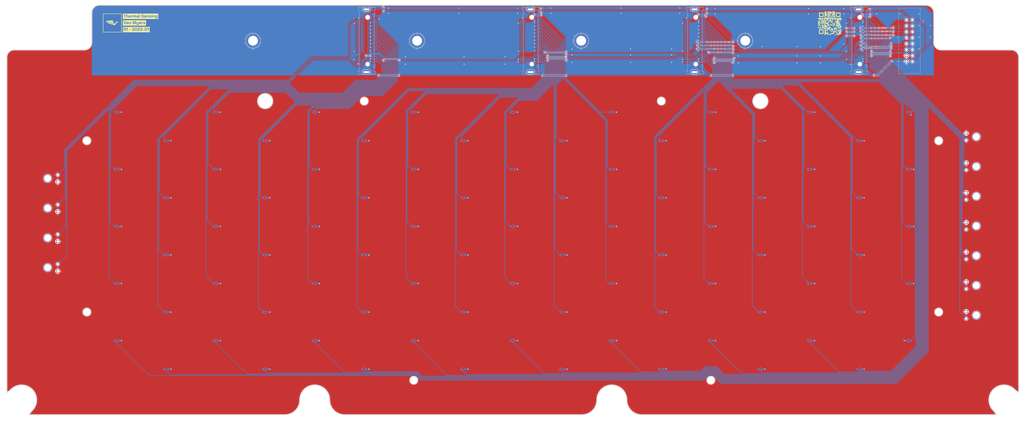
<source format=kicad_pcb>
(kicad_pcb (version 20221018) (generator pcbnew)
  (layers (0 "F.Cu" signal) (31 "B.Cu" signal) (34 "B.Paste" user) (35 "F.Paste" user) (36 "B.SilkS" user "B.Silkscreen") (37 "F.SilkS" user "F.Silkscreen") (38 "B.Mask" user) (39 "F.Mask" user) (44 "Edge.Cuts" user))
  (net 0 "")
  (net 1 "/MUX1_SD")
  (net 2 "/MUX1_SC")
  (net 3 "/MUX_OUT_1")
  (net 4 "/MUX3_SD")
  (net 5 "/MUX3_SC")
  (net 6 "/MUX_OUT_3")
  (net 7 "/GND")
  (net 8 "/VREG")
  (net 9 "/MUX2_SD")
  (net 10 "/MUX2_SC")
  (net 11 "/MUX_OUT_2")
  (net 12 "/MUX4_SD")
  (net 13 "/MUX4_SC")
  (net 14 "/MUX_OUT_4")
  (net 15 "/VREF2")
  (net 39 "/24x1/THERM_24")
  (net 40 "/24x1/THERM_23")
  (net 41 "/24x1/THERM_22")
  (net 42 "/24x1/THERM_21")
  (net 43 "/24x1/THERM_20")
  (net 44 "/24x1/THERM_19")
  (net 45 "/24x1/THERM_18")
  (net 46 "/24x1/THERM_17")
  (net 47 "/24x1/THERM_16")
  (net 48 "/24x1/THERM_15")
  (net 49 "/24x1/THERM_14")
  (net 50 "/24x1/THERM_13")
  (net 51 "/24x1/THERM_12")
  (net 52 "/24x1/THERM_11")
  (net 53 "/24x1/THERM_10")
  (net 54 "/24x1/THERM_9")
  (net 55 "/24x1/THERM_8")
  (net 56 "/24x1/THERM_7")
  (net 57 "/24x1/THERM_6")
  (net 58 "/24x1/THERM_5")
  (net 59 "/24x1/THERM_4")
  (net 60 "/24x1/THERM_3")
  (net 84 "/24x1/THERM_2")
  (net 85 "/24x1/THERM_1")
  (net 86 "/24x2/THERM_24")
  (net 87 "/24x2/THERM_23")
  (net 88 "/24x2/THERM_22")
  (net 89 "/24x2/THERM_21")
  (net 90 "/24x2/THERM_20")
  (net 91 "/24x2/THERM_19")
  (net 92 "/24x2/THERM_18")
  (net 93 "/24x2/THERM_17")
  (net 94 "/24x2/THERM_16")
  (net 95 "/24x2/THERM_15")
  (net 96 "/24x2/THERM_14")
  (net 97 "/24x2/THERM_13")
  (net 98 "/24x2/THERM_12")
  (net 99 "/24x2/THERM_11")
  (net 100 "/24x2/THERM_10")
  (net 101 "/24x2/THERM_9")
  (net 102 "/24x2/THERM_8")
  (net 103 "/24x2/THERM_7")
  (net 104 "/24x2/THERM_6")
  (net 105 "/24x2/THERM_5")
  (net 106 "/24x2/THERM_4")
  (net 107 "/24x2/THERM_3")
  (net 131 "/24x2/THERM_2")
  (net 132 "/24x2/THERM_1")
  (net 133 "/17-7/THERM_1")
  (net 134 "/17-7/THERM_2")
  (net 135 "/17-7/THERM_3")
  (net 136 "/17-7/THERM_4")
  (net 137 "/17-7/THERM_5")
  (net 138 "/17-7/THERM_6")
  (net 139 "/17-7/THERM_7")
  (net 140 "/17-7/THERM_8")
  (net 141 "/17-7/THERM_9")
  (net 142 "/17-7/THERM_10")
  (net 143 "/17-7/THERM_11")
  (net 144 "/17-7/THERM_12")
  (net 145 "/17-7/THERM_13")
  (net 146 "/17-7/THERM_14")
  (net 147 "/17-7/THERM_15")
  (net 148 "/17-7/THERM_16")
  (net 149 "/17-7/THERM_17")
  (net 150 "/17-7/THERM_18")
  (net 151 "/17-7/THERM_19")
  (net 152 "/17-7/THERM_20")
  (net 153 "/17-7/THERM_21")
  (net 154 "/17-7/THERM_22")
  (net 178 "/17-7/THERM_23")
  (net 179 "/17-7/THERM_24")
  (net 180 "/20-4/THERM_1")
  (net 181 "/20-4/THERM_2")
  (net 182 "/20-4/THERM_3")
  (net 183 "/20-4/THERM_4")
  (net 184 "/20-4/THERM_5")
  (net 185 "/20-4/THERM_6")
  (net 186 "/20-4/THERM_7")
  (net 187 "/20-4/THERM_8")
  (net 188 "/20-4/THERM_9")
  (net 189 "/20-4/THERM_10")
  (net 190 "/20-4/THERM_11")
  (net 191 "/20-4/THERM_12")
  (net 192 "/20-4/THERM_13")
  (net 193 "/20-4/THERM_14")
  (net 194 "/20-4/THERM_15")
  (net 195 "/20-4/THERM_16")
  (net 196 "/20-4/THERM_17")
  (net 197 "/20-4/THERM_18")
  (net 198 "/20-4/THERM_19")
  (net 199 "/20-4/THERM_20")
  (net 200 "/20-4/THERM_21")
  (net 201 "/20-4/THERM_22")
  (net 202 "/20-4/THERM_23")
  (net 203 "/20-4/THERM_24")
  (footprint "OEM:OEM_Logo_8mm" (layer "F.Cu") (at 149.51 22.504807)
    (fp_text reference "REF**" hide)
    (fp_text value "OEM_Logo_8mm")
  )
  (footprint "kibuzzard-63B8B2E9" (layer "F.Cu") (at 158.96 22.5)
    (fp_text reference "kibuzzard-63B8B2E9" hide)
    (fp_text value "G***" hide)
  )
  (footprint "kibuzzard-63BC82F4" (layer "F.Cu") (at 161.58 19.66)
    (fp_text reference "kibuzzard-63BC82F4" hide)
    (fp_text value "G***" hide)
  )
  (footprint "OEM:QR_6_THERMAL_1" (layer "F.Cu") (at 455.61 22.61)
    (fp_text reference "QR*****")
    (fp_text value "hw.oem.to/6_THERMAL_1")
  )
  (footprint "kibuzzard-63B8B2B4" (layer "F.Cu") (at 159.75 25.33)
    (fp_text reference "kibuzzard-63B8B2B4" hide)
    (fp_text value "G***" hide)
  )
  (footprint "OEM:MKVI_DA_Module" (layer "B.Cu") (at 468.449782 30.1 90)
    (fp_text reference "J2" hide)
    (fp_text value "Automotive_M.2")
    (fp_circle (center -10 0) (end -9.25 0) (stroke (width 0.05)) (fill none) (layer "Edge.Cuts"))
    (fp_circle (center 10 0) (end 10.8 0) (stroke (width 0.05)) (fill none) (layer "Edge.Cuts"))
  )
  (footprint "OEM:R_0603" (layer "B.Cu") (at 426.00993 170.3875)
    (fp_text reference "TH14" hide)
    (fp_text value "Thermistor" hide)
  )
  (footprint "OEM:R_0603" (layer "B.Cu") (at 172.489654 97.2025)
    (fp_text reference "TH79" hide)
    (fp_text value "Thermistor" hide)
  )
  (footprint "OEM:R_0603" (layer "B.Cu") (at 172.489654 121.5975)
    (fp_text reference "TH80" hide)
    (fp_text value "Thermistor" hide)
  )
  (footprint "OEM:R_0603" (layer "B.Cu") (at 256.996413 97.2025)
    (fp_text reference "TH63" hide)
    (fp_text value "Thermistor" hide)
  )
  (footprint "OEM:R_0603" (layer "B.Cu") (at 193.616343 60.61)
    (fp_text reference "TH74" hide)
    (fp_text value "Thermistor" hide)
  )
  (footprint "OEM:R_0603" (layer "B.Cu") (at 362.629861 60.61)
    (fp_text reference "TH42" hide)
    (fp_text value "Thermistor" hide)
  )
  (footprint "OEM:R_0603" (layer "B.Cu") (at 383.756551 170.3875)
    (fp_text reference "TH12" hide)
    (fp_text value "Thermistor" hide)
  )
  (footprint "OEM:R_0603" (layer "B.Cu") (at 151.362964 133.795)
    (fp_text reference "TH85" hide)
    (fp_text value "Thermistor" hide)
  )
  (footprint "OEM:MKVI_DA_Module" (layer "B.Cu") (at 328.449782 30.1 90)
    (fp_text reference "J4" hide)
    (fp_text value "Automotive_M.2")
    (fp_circle (center -10 0) (end -9.25 0) (stroke (width 0.05)) (fill none) (layer "Edge.Cuts"))
    (fp_circle (center 10 0) (end 10.8 0) (stroke (width 0.05)) (fill none) (layer "Edge.Cuts"))
  )
  (footprint "OEM:R_0603" (layer "B.Cu") (at 489.389999 85.005)
    (fp_text reference "TH19" hide)
    (fp_text value "Thermistor" hide)
  )
  (footprint "OEM:R_0603" (layer "B.Cu") (at 256.996413 145.9925)
    (fp_text reference "TH65" hide)
    (fp_text value "Thermistor" hide)
  )
  (footprint "OEM:R_0603" (layer "B.Cu") (at 362.629861 85.005)
    (fp_text reference "TH43" hide)
    (fp_text value "Thermistor" hide)
  )
  (footprint "footprints:MicroFit_RA_2" (layer "B.Cu") (at 518.16 134.62 90)
    (fp_text reference "J11" hide)
    (fp_text value "MicroFit_RA_2")
  )
  (footprint "OEM:R_0603" (layer "B.Cu") (at 404.88324 133.795)
    (fp_text reference "TH37" hide)
    (fp_text value "Thermistor" hide)
  )
  (footprint "OEM:R_0603" (layer "B.Cu") (at 278.123102 85.005)
    (fp_text reference "TH59" hide)
    (fp_text value "Thermistor" hide)
  )
  (footprint "OEM:R_0603" (layer "B.Cu") (at 172.489654 170.3875)
    (fp_text reference "TH2" hide)
    (fp_text value "Thermistor" hide)
  )
  (footprint "OEM:R_0603" (layer "B.Cu") (at 489.389999 60.61)
    (fp_text reference "TH18" hide)
    (fp_text value "Thermistor" hide)
  )
  (footprint "OEM:R_0603" (layer "B.Cu") (at 320.376482 109.4)
    (fp_text reference "TH52" hide)
    (fp_text value "Thermistor" hide)
  )
  (footprint "OEM:R_0603" (layer "B.Cu") (at 151.362964 60.61)
    (fp_text reference "TH82" hide)
    (fp_text value "Thermistor" hide)
  )
  (footprint "OEM:R_0603" (layer "B.Cu") (at 447.13662 60.61)
    (fp_text reference "TH26" hide)
    (fp_text value "Thermistor" hide)
  )
  (footprint "OEM:R_0603" (layer "B.Cu") (at 320.376482 85.005)
    (fp_text reference "TH51" hide)
    (fp_text value "Thermistor" hide)
  )
  (footprint "OEM:R_0603" (layer "B.Cu") (at 193.616343 109.4)
    (fp_text reference "TH76" hide)
    (fp_text value "Thermistor" hide)
  )
  (footprint "OEM:R_0603" (layer "B.Cu") (at 404.88324 85.005)
    (fp_text reference "TH35" hide)
    (fp_text value "Thermistor" hide)
  )
  (footprint "OEM:R_0603" (layer "B.Cu") (at 341.503171 121.5975)
    (fp_text reference "TH48" hide)
    (fp_text value "Thermistor" hide)
  )
  (footprint "OEM:R_0603" (layer "B.Cu") (at 489.389999 133.795)
    (fp_text reference "TH21" hide)
    (fp_text value "Thermistor" hide)
  )
  (footprint "OEM:R_0603" (layer "B.Cu") (at 426.00993 121.5975)
    (fp_text reference "TH32" hide)
    (fp_text value "Thermistor" hide)
  )
  (footprint "OEM:R_0603" (layer "B.Cu") (at 151.362964 158.19)
    (fp_text reference "TH1" hide)
    (fp_text value "Thermistor" hide)
  )
  (footprint "OEM:R_0603" (layer "B.Cu") (at 235.869723 60.61)
    (fp_text reference "TH66" hide)
    (fp_text value "Thermistor" hide)
  )
  (footprint "OEM:R_0603" (layer "B.Cu") (at 193.616343 133.795)
    (fp_text reference "TH77" hide)
    (fp_text value "Thermistor" hide)
  )
  (footprint "OEM:R_0603" (layer "B.Cu") (at 214.743033 97.2025)
    (fp_text reference "TH71" hide)
    (fp_text value "Thermistor" hide)
  )
  (footprint "footprints:MicroFit_RA_2" (layer "B.Cu") (at 518.16 109.22 90)
    (fp_text reference "J9" hide)
    (fp_text value "MicroFit_RA_2")
  )
  (footprint "OEM:R_0603" (layer "B.Cu") (at 299.249792 121.5975)
    (fp_text reference "TH56" hide)
    (fp_text value "Thermistor" hide)
  )
  (footprint "OEM:R_0603" (layer "B.Cu") (at 362.629861 109.4)
    (fp_text reference "TH44" hide)
    (fp_text value "Thermistor" hide)
  )
  (footprint "OEM:R_0603" (layer "B.Cu") (at 341.503171 97.2025)
    (fp_text reference "TH47" hide)
    (fp_text value "Thermistor" hide)
  )
  (footprint "OEM:R_0603" (layer "B.Cu") (at 426.00993 145.9925)
    (fp_text reference "TH33" hide)
    (fp_text value "Thermistor" hide)
  )
  (footprint "OEM:R_0603" (layer "B.Cu") (at 235.869723 133.795)
    (fp_text reference "TH69" hide)
    (fp_text value "Thermistor" hide)
  )
  (footprint "OEM:R_0603" (layer "B.Cu") (at 320.376482 133.795)
    (fp_text reference "TH53" hide)
    (fp_text value "Thermistor" hide)
  )
  (footprint "OEM:R_0603" (layer "B.Cu") (at 299.249792 145.9925)
    (fp_text reference "TH57" hide)
    (fp_text value "Thermistor" hide)
  )
  (footprint "footprints:MicroFit_RA_2" (layer "B.Cu") (at 518.16 147.32 90)
    (fp_text reference "J12" hide)
    (fp_text value "MicroFit_RA_2")
  )
  (footprint "OEM:R_0603" (layer "B.Cu") (at 404.88324 60.61)
    (fp_text reference "TH34" hide)
    (fp_text value "Thermistor" hide)
  )
  (footprint "OEM:R_0603" (layer "B.Cu") (at 404.88324 109.4)
    (fp_text reference "TH36" hide)
    (fp_text value "Thermistor" hide)
  )
  (footprint "OEM:R_0603" (layer "B.Cu") (at 235.869723 158.19)
    (fp_text reference "TH5" hide)
    (fp_text value "Thermistor" hide)
  )
  (footprint "footprints:MicroFit_RA_2" (layer "B.Cu") (at 121.92 101.6 -90)
    (fp_text reference "J14" hide)
    (fp_text value "MicroFit_RA_2")
  )
  (footprint "OEM:R_0603" (layer "B.Cu") (at 383.756551 145.9925)
    (fp_text reference "TH41" hide)
    (fp_text value "Thermistor" hide)
  )
  (footprint "footprints:MicroFit_RA_2" (layer "B.Cu") (at 121.92 114.3 -90)
    (fp_text reference "J15" hide)
    (fp_text value "MicroFit_RA_2")
  )
  (footprint "OEM:R_0603" (layer "B.Cu") (at 235.869723 109.4)
    (fp_text reference "TH68" hide)
    (fp_text value "Thermistor" hide)
  )
  (footprint "OEM:R_0603" (layer "B.Cu") (at 426.00993 97.2025)
    (fp_text reference "TH31" hide)
    (fp_text value "Thermistor" hide)
  )
  (footprint "OEM:R_0603" (layer "B.Cu") (at 468.26331 121.5975)
    (fp_text reference "TH24" hide)
    (fp_text value "Thermistor" hide)
  )
  (footprint "OEM:R_0603" (layer "B.Cu") (at 299.249792 72.8075)
    (fp_text reference "TH54" hide)
    (fp_text value "Thermistor" hide)
  )
  (footprint "OEM:R_0603" (layer "B.Cu") (at 193.616343 158.19)
    (fp_text reference "TH3" hide)
    (fp_text value "Thermistor" hide)
  )
  (footprint "OEM:R_0603" (layer "B.Cu") (at 468.26331 72.8075)
    (fp_text reference "TH22" hide)
    (fp_text value "Thermistor" hide)
  )
  (footprint "OEM:R_0603" (layer "B.Cu") (at 447.13662 109.4)
    (fp_text reference "TH28" hide)
    (fp_text value "Thermistor" hide)
  )
  (footprint "OEM:R_0603" (layer "B.Cu") (at 468.26331 170.3875)
    (fp_text reference "TH16" hide)
    (fp_text value "Thermistor" hide)
  )
  (footprint "OEM:R_0603" (layer "B.Cu") (at 151.362964 109.4)
    (fp_text reference "TH84" hide)
    (fp_text value "Thermistor" hide)
  )
  (footprint "OEM:R_0603" (layer "B.Cu") (at 383.756551 121.5975)
    (fp_text reference "TH40" hide)
    (fp_text value "Thermistor" hide)
  )
  (footprint "OEM:R_0603" (layer "B.Cu") (at 214.743033 72.8075)
    (fp_text reference "TH70" hide)
    (fp_text value "Thermistor" hide)
  )
  (footprint "OEM:R_0603" (layer "B.Cu") (at 362.629861 158.19)
    (fp_text reference "TH11" hide)
    (fp_text value "Thermistor" hide)
  )
  (footprint "OEM:R_0603" (layer "B.Cu") (at 447.13662 158.19)
    (fp_text reference "TH15" hide)
    (fp_text value "Thermistor" hide)
  )
  (footprint "footprints:MicroFit_RA_2" (layer "B.Cu") (at 121.92 88.9 -90)
    (fp_text reference "J13" hide)
    (fp_text value "MicroFit_RA_2")
  )
  (footprint "footprints:MicroFit_RA_2" (layer "B.Cu") (at 518.16 96.52 90)
    (fp_text reference "J8" hide)
    (fp_text value "MicroFit_RA_2")
  )
  (footprint "OEM:TST-108-XX-T-D" (layer "B.Cu") (at 488.34 38.98 90)
    (fp_text reference "J1" hide)
    (fp_text value "TST-108-01-T-D" hide)
  )
  (footprint "OEM:R_0603" (layer "B.Cu") (at 172.489654 145.9925)
    (fp_text reference "TH81" hide)
    (fp_text value "Thermistor" hide)
  )
  (footprint "OEM:R_0603" (layer "B.Cu") (at 299.249792 170.3875)
    (fp_text reference "TH8" hide)
    (fp_text value "Thermistor" hide)
  )
  (footprint "OEM:R_0603" (layer "B.Cu") (at 278.123102 158.19)
    (fp_text reference "TH7" hide)
    (fp_text value "Thermistor" hide)
  )
  (footprint "OEM:R_0603" (layer "B.Cu") (at 468.26331 97.2025)
    (fp_text reference "TH23" hide)
    (fp_text value "Thermistor" hide)
  )
  (footprint "footprints:MicroFit_RA_2" (layer "B.Cu") (at 518.16 121.92 90)
    (fp_text reference "J10" hide)
    (fp_text value "MicroFit_RA_2")
  )
  (footprint "OEM:R_0603" (layer "B.Cu") (at 299.249792 97.2025)
    (fp_text reference "TH55" hide)
    (fp_text value "Thermistor" hide)
  )
  (footprint "OEM:R_0603" (layer "B.Cu") (at 278.123102 60.61)
    (fp_text reference "TH58" hide)
    (fp_text value "Thermistor" hide)
  )
  (footprint "footprints:MicroFit_RA_2" (layer "B.Cu") (at 518.16 83.82 90)
    (fp_text reference "J7" hide)
    (fp_text value "MicroFit_RA_2")
  )
  (footprint "OEM:R_0603" (layer "B.Cu") (at 489.389999 158.19 180)
    (fp_text reference "TH17" hide)
    (fp_text value "Thermistor" hide)
  )
  (footprint "OEM:R_0603" (layer "B.Cu") (at 151.362964 85.005)
    (fp_text reference "TH83" hide)
    (fp_text value "Thermistor" hide)
  )
  (footprint "OEM:R_0603" (layer "B.Cu") (at 256.996413 121.5975)
    (fp_text reference "TH64" hide)
    (fp_text value "Thermistor" hide)
  )
  (footprint "OEM:R_0603" (layer "B.Cu") (at 214.743033 170.3875)
    (fp_text reference "TH4" hide)
    (fp_text value "Thermistor" hide)
  )
  (footprint "OEM:R_0603" (layer "B.Cu") (at 214.743033 121.5975)
    (fp_text reference "TH72" hide)
    (fp_text value "Thermistor" hide)
  )
  (footprint "OEM:R_0603" (layer "B.Cu") (at 278.123102 109.4)
    (fp_text reference "TH60" hide)
    (fp_text value "Thermistor" hide)
  )
  (footprint "OEM:R_0603" (layer "B.Cu") (at 172.489654 72.8075)
    (fp_text reference "TH78" hide)
    (fp_text value "Thermistor" hide)
  )
  (footprint "OEM:R_0603" (layer "B.Cu") (at 426.00993 72.8075)
    (fp_text reference "TH30" hide)
    (fp_text value "Thermistor" hide)
  )
  (footprint "OEM:R_0603" (layer "B.Cu") (at 235.869723 85.005)
    (fp_text reference "TH67" hide)
    (fp_text value "Thermistor" hide)
  )
  (footprint "OEM:R_0603" (layer "B.Cu") (at 341.503171 72.8075)
    (fp_text reference "TH46" hide)
    (fp_text value "Thermistor" hide)
  )
  (footprint "OEM:R_0603" (layer "B.Cu") (at 489.389999 109.4)
    (fp_text reference "TH20" hide)
    (fp_text value "Thermistor" hide)
  )
  (footprint "OEM:R_0603" (layer "B.Cu") (at 320.376482 158.19)
    (fp_text reference "TH9" hide)
    (fp_text value "Thermistor" hide)
  )
  (footprint "OEM:R_0603" (layer "B.Cu") (at 278.123102 133.795)
    (fp_text reference "TH61" hide)
    (fp_text value "Thermistor" hide)
  )
  (footprint "OEM:R_0603" (layer "B.Cu") (at 404.88324 158.19)
    (fp_text reference "TH13" hide)
    (fp_text value "Thermistor" hide)
  )
  (footprint "OEM:R_0603" (layer "B.Cu") (at 468.26331 145.9925)
    (fp_text reference "TH25" hide)
    (fp_text value "Thermistor" hide)
  )
  (footprint "OEM:R_0603" (layer "B.Cu") (at 193.616343 85.005)
    (fp_text reference "TH75" hide)
    (fp_text value "Thermistor" hide)
  )
  (footprint "OEM:R_0603" (layer "B.Cu") (at 341.503171 145.9925)
    (fp_text reference "TH49" hide)
    (fp_text value "Thermistor" hide)
  )
  (footprint "OEM:R_0603" (layer "B.Cu") (at 341.503171 170.3875)
    (fp_text reference "TH10" hide)
    (fp_text value "Thermistor" hide)
  )
  (footprint "OEM:MKVI_DA_Module" (layer "B.Cu") (at 258.449782 30.1 90)
    (fp_text reference "J5" hide)
    (fp_text value "Automotive_M.2")
    (fp_circle (center -10 0) (end -9.25 0) (stroke (width 0.05)) (fill none) (layer "Edge.Cuts"))
    (fp_circle (center 10 0) (end 10.8 0) (stroke (width 0.05)) (fill none) (layer "Edge.Cuts"))
  )
  (footprint "OEM:R_0603" (layer "B.Cu") (at 447.13662 85.005)
    (fp_text reference "TH27" hide)
    (fp_text value "Thermistor" hide)
  )
  (footprint "OEM:R_0603" (layer "B.Cu") (at 256.996413 170.3875)
    (fp_text reference "TH6" hide)
    (fp_text value "Thermistor" hide)
  )
  (footprint "OEM:R_0603" (layer "B.Cu") (at 320.376482 60.61)
    (fp_text reference "TH50" hide)
    (fp_text value "Thermistor" hide)
  )
  (footprint "OEM:R_0603" (layer "B.Cu") (at 383.756551 72.8075)
    (fp_text reference "TH38" hide)
    (fp_text value "Thermistor" hide)
  )
  (footprint "OEM:R_0603" (layer "B.Cu") (at 214.743033 145.9925)
    (fp_text reference "TH73" hide)
    (fp_text value "Thermistor" hide)
  )
  (footprint "OEM:R_0603" (layer "B.Cu") (at 383.756551 97.2025)
    (fp_text reference "TH39" hide)
    (fp_text value "Thermistor" hide)
  )
  (footprint "footprints:MicroFit_RA_2" (layer "B.Cu") (at 518.16 71.12 90)
    (fp_text reference "J6" hide)
    (fp_text value "MicroFit_RA_2")
  )
  (footprint "footprints:MicroFit_RA_2" (layer "B.Cu") (at 121.92 127 -90)
    (fp_text reference "J16" hide)
    (fp_text value "MicroFit_RA_2")
  )
  (footprint "OEM:R_0603" (layer "B.Cu") (at 256.996413 72.8075)
    (fp_text reference "TH62" hide)
    (fp_text value "Thermistor" hide)
  )
  (footprint "OEM:MKVI_DA_Module" (layer "B.Cu") (at 398.449782 30.1 90)
    (fp_text reference "J3" hide)
    (fp_text value "Automotive_M.2")
    (fp_circle (center -10 0) (end -9.25 0) (stroke (width 0.05)) (fill none) (layer "Edge.Cuts"))
    (fp_circle (center 10 0) (end 10.8 0) (stroke (width 0.05)) (fill none) (layer "Edge.Cuts"))
  )
  (footprint "OEM:R_0603" (layer "B.Cu") (at 447.13662 133.795)
    (fp_text reference "TH29" hide)
    (fp_text value "Thermistor" hide)
  )
  (footprint "OEM:R_0603" (layer "B.Cu") (at 362.629861 133.795)
    (fp_text reference "TH45" hide)
    (fp_text value "Thermistor" hide)
  )
  (gr_circle (center 404.883241 175.123333) (end 406.515191 175.123333) (stroke (width 0.25)) (fill none) (layer "Edge.Cuts"))
  (gr_arc (start 106.336354 179.047372) (mid 115.31661 179.047372) (end 115.31661 188.027628) (stroke (width 0.25)) (layer "Edge.Cuts"))
  (gr_arc (start 533.101482 33.97) (mid 535.346534 34.899942) (end 536.276482 37.145) (stroke (width 0.25)) (layer "Edge.Cuts"))
  (gr_arc (start 229.519724 183.5375) (mid 227.659856 188.027649) (end 223.169724 189.8875) (stroke (width 0.25)) (layer "Edge.Cuts"))
  (gr_circle (center 256.996413 55.874167) (end 255.364463 55.874167) (stroke (width 0.25)) (fill none) (layer "Edge.Cuts"))
  (gr_circle (center 214.743033 55.874167) (end 211.568033 55.874167) (stroke (width 0.25)) (fill none) (layer "Edge.Cuts"))
  (gr_arc (start 356.279862 183.5375) (mid 354.419961 188.027598) (end 349.929862 189.8875) (stroke (width 0.25)) (layer "Edge.Cuts"))
  (gr_arc (start 496.825 14.92) (mid 499.070041 15.849949) (end 500 18.095) (stroke (width 0.25)) (layer "Edge.Cuts"))
  (gr_line (start 114.027097 189.8875) (end 223.169724 189.8875) (stroke (width 0.25)) (layer "Edge.Cuts"))
  (gr_arc (start 104.476482 37.145) (mid 105.406419 34.899942) (end 107.651482 33.97) (stroke (width 0.25)) (layer "Edge.Cuts"))
  (gr_circle (center 138.662964 72.8075) (end 137.031014 72.8075) (stroke (width 0.25)) (fill none) (layer "Edge.Cuts"))
  (gr_line (start 248.569724 189.8875) (end 349.929862 189.8875) (stroke (width 0.25)) (layer "Edge.Cuts"))
  (gr_circle (center 502.089999 145.9925) (end 500.458049 145.9925) (stroke (width 0.25)) (fill none) (layer "Edge.Cuts"))
  (gr_line (start 104.476482 37.145) (end 104.476482 180.336885) (stroke (width 0.25)) (layer "Edge.Cuts"))
  (gr_line (start 500 30.795) (end 500 18.095) (stroke (width 0.25)) (layer "Edge.Cuts"))
  (gr_arc (start 536.276482 180.336885) (mid 535.28863 179.775661) (end 534.41661 179.047372) (stroke (width 0.25)) (layer "Edge.Cuts"))
  (gr_arc (start 140.752965 18.095) (mid 141.682872 15.849907) (end 143.927965 14.92) (stroke (width 0.25)) (layer "Edge.Cuts"))
  (gr_arc (start 375.329862 189.8875) (mid 370.839765 188.027598) (end 368.979862 183.5375) (stroke (width 0.25)) (layer "Edge.Cuts"))
  (gr_circle (center 502.089999 72.8075) (end 500.458049 72.8075) (stroke (width 0.25)) (fill none) (layer "Edge.Cuts"))
  (gr_line (start 375.329862 189.8875) (end 526.725867 189.8875) (stroke (width 0.25)) (layer "Edge.Cuts"))
  (gr_arc (start 356.279862 183.5375) (mid 362.629862 177.1875) (end 368.979862 183.5375) (stroke (width 0.25)) (layer "Edge.Cuts"))
  (gr_circle (center 383.756551 55.874167) (end 382.124601 55.874167) (stroke (width 0.25)) (fill none) (layer "Edge.Cuts"))
  (gr_arc (start 106.336354 179.047372) (mid 105.464328 179.775653) (end 104.476482 180.336885) (stroke (width 0.25)) (layer "Edge.Cuts"))
  (gr_arc (start 140.752965 30.795) (mid 139.823 33.040035) (end 137.577965 33.97) (stroke (width 0.25)) (layer "Edge.Cuts"))
  (gr_arc (start 248.569724 189.8875) (mid 244.079622 188.027614) (end 242.219724 183.5375) (stroke (width 0.25)) (layer "Edge.Cuts"))
  (gr_line (start 140.752965 18.095) (end 140.752965 30.795) (stroke (width 0.25)) (layer "Edge.Cuts"))
  (gr_arc (start 525.436354 188.027628) (mid 525.436354 179.047372) (end 534.41661 179.047372) (stroke (width 0.25)) (layer "Edge.Cuts"))
  (gr_line (start 533.101482 33.97) (end 503.175 33.97) (stroke (width 0.25)) (layer "Edge.Cuts"))
  (gr_arc (start 229.519724 183.5375) (mid 235.869724 177.1875) (end 242.219724 183.5375) (stroke (width 0.25)) (layer "Edge.Cuts"))
  (gr_circle (center 426.00993 55.874167) (end 422.83493 55.874167) (stroke (width 0.25)) (fill none) (layer "Edge.Cuts"))
  (gr_line (start 496.825 14.92) (end 143.927965 14.92) (stroke (width 0.25)) (layer "Edge.Cuts"))
  (gr_line (start 137.577965 33.97) (end 107.651482 33.97) (stroke (width 0.25)) (layer "Edge.Cuts"))
  (gr_line (start 536.276482 180.336885) (end 536.276482 37.145) (stroke (width 0.25)) (layer "Edge.Cuts"))
  (gr_arc (start 525.436354 188.027628) (mid 526.164631 188.899656) (end 526.725867 189.8875) (stroke (width 0.25)) (layer "Edge.Cuts"))
  (gr_circle (center 138.662964 145.9925) (end 137.031014 145.9925) (stroke (width 0.25)) (fill none) (layer "Edge.Cuts"))
  (gr_arc (start 503.175 33.97) (mid 500.929913 33.040077) (end 500 30.795) (stroke (width 0.25)) (layer "Edge.Cuts"))
  (gr_arc (start 114.027097 189.8875) (mid 114.58833 188.899655) (end 115.31661 188.027628) (stroke (width 0.25)) (layer "Edge.Cuts"))
  (gr_circle (center 278.123103 175.123333) (end 279.755053 175.123333) (stroke (width 0.25)) (fill none) (layer "Edge.Cuts"))
  (gr_text "1" (at 495.41 21.9) (layer "B.SilkS") (effects (font (size 1 1)) (justify mirror)))
  (segment (start 481.510512 35.613119) (end 481.486768 35.589375) (width 0.2) (layer "F.Cu") (net 1))
  (segment (start 481.486768 35.589375) (end 473.420625 35.589375) (width 0.2) (layer "F.Cu") (net 1))
  (via (at 473.420625 35.589375) (size 0.8) (drill 0.4) (layers "F.Cu" "B.Cu") (net 1))
  (via (at 481.510512 35.613119) (size 0.8) (drill 0.4) (layers "F.Cu" "B.Cu") (net 1))
  (segment (start 489.715 35.065) (end 490.88 33.9) (width 0.2) (layer "B.Cu") (net 1))
  (segment (start 482.058631 35.065) (end 489.715 35.065) (width 0.2) (layer "B.Cu") (net 1))
  (segment (start 473.39125 35.56) (end 468.195026 35.56) (width 0.2) (layer "B.Cu") (net 1))
  (segment (start 466.655026 37.1) (end 464.449782 37.1) (width 0.2) (layer "B.Cu") (net 1))
  (segment (start 473.420625 35.589375) (end 473.39125 35.56) (width 0.2) (layer "B.Cu") (net 1))
  (segment (start 481.510512 35.613119) (end 482.058631 35.065) (width 0.2) (layer "B.Cu") (net 1))
  (segment (start 468.195026 35.56) (end 466.655026 37.1) (width 0.2) (layer "B.Cu") (net 1))
  (segment (start 480.917529 35.939375) (end 474.050907 35.939375) (width 0.2) (layer "F.Cu") (net 2))
  (segment (start 474.050907 35.939375) (end 473.450282 36.54) (width 0.2) (layer "F.Cu") (net 2))
  (segment (start 481.44 36.461846) (end 480.917529 35.939375) (width 0.2) (layer "F.Cu") (net 2))
  (segment (start 481.44 36.56) (end 481.44 36.461846) (width 0.2) (layer "F.Cu") (net 2))
  (via (at 473.450282 36.54) (size 0.8) (drill 0.4) (layers "F.Cu" "B.Cu") (net 2))
  (via (at 481.44 36.56) (size 0.8) (drill 0.4) (layers "F.Cu" "B.Cu") (net 2))
  (segment (start 489.895 35.415) (end 490.88 36.4) (width 0.2) (layer "B.Cu") (net 2))
  (segment (start 468.34 35.91) (end 466.65 37.6) (width 0.2) (layer "B.Cu") (net 2))
  (segment (start 481.44 36.56) (end 481.62 36.56) (width 0.2) (layer "B.Cu") (net 2))
  (segment (start 482.765 35.415) (end 489.895 35.415) (width 0.2) (layer "B.Cu") (net 2))
  (segment (start 473.450282 36.54) (end 472.820282 35.91) (width 0.2) (layer "B.Cu") (net 2))
  (segment (start 472.820282 35.91) (end 468.34 35.91) (width 0.2) (layer "B.Cu") (net 2))
  (segment (start 481.62 36.56) (end 482.765 35.415) (width 0.2) (layer "B.Cu") (net 2))
  (segment (start 466.65 37.6) (end 464.449782 37.6) (width 0.2) (layer "B.Cu") (net 2))
  (segment (start 490.88 36.4) (end 490.88 36.44) (width 0.2) (layer "B.Cu") (net 2))
  (segment (start 481.399282 34.762947) (end 481.399282 34.661868) (width 0.2) (layer "F.Cu") (net 3))
  (segment (start 473.450282 34.640336) (end 474.049321 35.239375) (width 0.2) (layer "F.Cu") (net 3))
  (segment (start 480.922854 35.239375) (end 481.399282 34.762947) (width 0.2) (layer "F.Cu") (net 3))
  (segment (start 474.049321 35.239375) (end 480.922854 35.239375) (width 0.2) (layer "F.Cu") (net 3))
  (via (at 473.450282 34.640336) (size 0.8) (drill 0.4) (layers "F.Cu" "B.Cu") (net 3))
  (via (at 481.399282 34.661868) (size 0.8) (drill 0.4) (layers "F.Cu" "B.Cu") (net 3))
  (segment (start 462.46 36.7) (end 466.560052 36.7) (width 0.2) (layer "B.Cu") (net 3))
  (segment (start 472.880761 35.21) (end 473.450282 34.640479) (width 0.2) (layer "B.Cu") (net 3))
  (segment (start 464.449782 38.6) (end 463.239239 38.6) (width 0.2) (layer "B.Cu") (net 3))
  (segment (start 462.52 38.76) (end 461.98 38.22) (width 0.2) (layer "B.Cu") (net 3))
  (segment (start 463.239239 38.6) (end 463.079239 38.76) (width 0.2) (layer "B.Cu") (net 3))
  (segment (start 469 35.21) (end 472.880761 35.21) (width 0.2) (layer "B.Cu") (net 3))
  (segment (start 481.099782 34.362368) (end 481.399282 34.661868) (width 0.2) (layer "B.Cu") (net 3))
  (segment (start 466.875026 36.385026) (end 468.050052 35.21) (width 0.2) (layer "B.Cu") (net 3))
  (segment (start 461.98 38.22) (end 461.98 37.18) (width 0.2) (layer "B.Cu") (net 3))
  (segment (start 461.98 37.18) (end 462.15 37.01) (width 0.2) (layer "B.Cu") (net 3))
  (segment (start 482.049282 24.170718) (end 482.049282 29.179239) (width 0.2) (layer "B.Cu") (net 3))
  (segment (start 488.34 23.74) (end 482.48 23.74) (width 0.2) (layer "B.Cu") (net 3))
  (segment (start 482.48 23.74) (end 482.049282 24.170718) (width 0.2) (layer "B.Cu") (net 3))
  (segment (start 466.560052 36.7) (end 466.875026 36.385026) (width 0.2) (layer "B.Cu") (net 3))
  (segment (start 468.050052 35.21) (end 469 35.21) (width 0.2) (layer "B.Cu") (net 3))
  (segment (start 482.049282 29.179239) (end 481.099782 30.128739) (width 0.2) (layer "B.Cu") (net 3))
  (segment (start 481.099782 30.128739) (end 481.099782 34.362368) (width 0.2) (layer "B.Cu") (net 3))
  (segment (start 463.079239 38.76) (end 462.52 38.76) (width 0.2) (layer "B.Cu") (net 3))
  (segment (start 473.450282 34.640479) (end 473.450282 34.640336) (width 0.2) (layer "B.Cu") (net 3))
  (segment (start 462.15 37.01) (end 462.46 36.7) (width 0.2) (layer "B.Cu") (net 3))
  (segment (start 482.698782 26.166753) (end 482.642029 26.11) (width 0.2) (layer "F.Cu") (net 4))
  (segment (start 342.2095 37.06) (end 343.1595 36.11) (width 0.2) (layer "F.Cu") (net 4))
  (segment (start 465.885198 26.31) (end 465.999284 26.195914) (width 0.2) (layer "F.Cu") (net 4))
  (segment (start 462.81 26.31) (end 465.885198 26.31) (width 0.2) (layer "F.Cu") (net 4))
  (segment (start 482.642029 26.11) (end 468.81 26.11) (width 0.2) (layer "F.Cu") (net 4))
  (segment (start 414.41 32.41) (end 414.110001 32.110001) (width 0.2) (layer "F.Cu") (net 4))
  (segment (start 335.811562 37.06) (end 342.2095 37.06) (width 0.2) (layer "F.Cu") (net 4))
  (segment (start 414.110001 32.110001) (end 399.087866 32.110001) (width 0.2) (layer "F.Cu") (net 4))
  (segment (start 335.2105 36.458938) (end 335.811562 37.06) (width 0.2) (layer "F.Cu") (net 4))
  (via (at 462.81 26.31) (size 0.8) (drill 0.4) (layers "F.Cu" "B.Cu") (net 4))
  (via (at 482.698782 26.166753) (size 0.8) (drill 0.4) (layers "F.Cu" "B.Cu") (net 4))
  (via (at 468.81 26.11) (size 0.8) (drill 0.4) (layers "F.Cu" "B.Cu") (net 4))
  (via (at 343.1595 36.11) (size 0.8) (drill 0.4) (layers "F.Cu" "B.Cu") (net 4))
  (via (at 399.087866 32.110001) (size 0.8) (drill 0.4) (layers "F.Cu" "B.Cu") (net 4))
  (via (at 335.2105 36.458938) (size 0.8) (drill 0.4) (layers "F.Cu" "B.Cu") (net 4))
  (via (at 465.999284 26.195914) (size 0.8) (drill 0.4) (layers "F.Cu" "B.Cu") (net 4))
  (via (at 414.41 32.41) (size 0.8) (drill 0.4) (layers "F.Cu" "B.Cu") (net 4))
  (segment (start 396.44289 35.76) (end 397.301445 34.901445) (width 0.2) (layer "B.Cu") (net 4))
  (segment (start 324.449782 37.1) (end 328.520962 37.1) (width 0.2) (layer "B.Cu") (net 4))
  (segment (start 415.91 32.41) (end 417.91 34.41) (width 0.2) (layer "B.Cu") (net 4))
  (segment (start 486.066753 26.166753) (end 487.345 27.445) (width 0.2) (layer "B.Cu") (net 4))
  (segment (start 329.87096 35.75) (end 333.61 35.75) (width 0.2) (layer "B.Cu") (net 4))
  (segment (start 397.81 33.21) (end 398.909999 32.110001) (width 0.2) (layer "B.Cu") (net 4))
  (segment (start 489.505 27.445) (end 490.88 28.82) (width 0.2) (layer "B.Cu") (net 4))
  (segment (start 466.085198 26.11) (end 468.81 26.11) (width 0.2) (layer "B.Cu") (net 4))
  (segment (start 398.909999 32.110001) (end 399.087866 32.110001) (width 0.2) (layer "B.Cu") (net 4))
  (segment (start 414.41 32.41) (end 415.91 32.41) (width 0.2) (layer "B.Cu") (net 4))
  (segment (start 343.1595 36.11) (end 344.1095 37.06) (width 0.2) (layer "B.Cu") (net 4))
  (segment (start 454.71 34.41) (end 462.81 26.31) (width 0.2) (layer "B.Cu") (net 4))
  (segment (start 417.91 34.41) (end 454.71 34.41) (width 0.2) (layer "B.Cu") (net 4))
  (segment (start 391.065025 35.76) (end 395.71 35.76) (width 0.2) (layer "B.Cu") (net 4))
  (segment (start 465.999284 26.195914) (end 466.085198 26.11) (width 0.2) (layer "B.Cu") (net 4))
  (segment (start 334.501562 35.75) (end 335.2105 36.458938) (width 0.2) (layer "B.Cu") (net 4))
  (segment (start 344.1095 37.06) (end 346.71 37.06) (width 0.2) (layer "B.Cu") (net 4))
  (segment (start 329.31048 36.310481) (end 329.87096 35.75) (width 0.2) (layer "B.Cu") (net 4))
  (segment (start 346.71 37.06) (end 389.51 37.06) (width 0.2) (layer "B.Cu") (net 4))
  (segment (start 397.301445 34.901445) (end 397.81 34.39289) (width 0.2) (layer "B.Cu") (net 4))
  (segment (start 487.345 27.445) (end 489.505 27.445) (width 0.2) (layer "B.Cu") (net 4))
  (segment (start 389.51 37.06) (end 389.765026 37.06) (width 0.2) (layer "B.Cu") (net 4))
  (segment (start 389.765026 37.06) (end 391.065025 35.76) (width 0.2) (layer "B.Cu") (net 4))
  (segment (start 482.698782 26.166753) (end 486.066753 26.166753) (width 0.2) (layer "B.Cu") (net 4))
  (segment (start 395.71 35.76) (end 396.44289 35.76) (width 0.2) (layer "B.Cu") (net 4))
  (segment (start 333.61 35.75) (end 334.501562 35.75) (width 0.2) (layer "B.Cu") (net 4))
  (segment (start 397.81 34.39289) (end 397.81 33.21) (width 0.2) (layer "B.Cu") (net 4))
  (segment (start 328.520962 37.1) (end 329.31048 36.310481) (width 0.2) (layer "B.Cu") (net 4))
  (segment (start 414.11 33.51) (end 399.187864 33.51) (width 0.2) (layer "F.Cu") (net 5))
  (segment (start 335.122927 37.404393) (end 335.128534 37.41) (width 0.2) (layer "F.Cu") (net 5))
  (segment (start 462.81 28.01) (end 465.999284 28.01) (width 0.2) (layer "F.Cu") (net 5))
  (segment (start 399.187864 33.51) (end 399.087866 33.609998) (width 0.2) (layer "F.Cu") (net 5))
  (segment (start 482.698782 27.726753) (end 482.682029 27.71) (width 0.2) (layer "F.Cu") (net 5))
  (segment (start 414.41 33.81) (end 414.11 33.51) (width 0.2) (layer "F.Cu") (net 5))
  (segment (start 482.682029 27.71) (end 468.81 27.71) (width 0.2) (layer "F.Cu") (net 5))
  (segment (start 335.128534 37.41) (end 343.1595 37.41) (width 0.2) (layer "F.Cu") (net 5))
  (via (at 468.81 27.71) (size 0.8) (drill 0.4) (layers "F.Cu" "B.Cu") (net 5))
  (via (at 462.81 28.01) (size 0.8) (drill 0.4) (layers "F.Cu" "B.Cu") (net 5))
  (via (at 335.122927 37.404393) (size 0.8) (drill 0.4) (layers "F.Cu" "B.Cu") (net 5))
  (via (at 399.087866 33.609998) (size 0.8) (drill 0.4) (layers "F.Cu" "B.Cu") (net 5))
  (via (at 465.999284 28.01) (size 0.8) (drill 0.4) (layers "F.Cu" "B.Cu") (net 5))
  (via (at 482.698782 27.726753) (size 0.8) (drill 0.4) (layers "F.Cu" "B.Cu") (net 5))
  (via (at 414.41 33.81) (size 0.8) (drill 0.4) (layers "F.Cu" "B.Cu") (net 5))
  (via (at 343.1595 37.41) (size 0.8) (drill 0.4) (layers "F.Cu" "B.Cu") (net 5))
  (segment (start 482.767029 27.795) (end 488.764569 27.795) (width 0.2) (layer "B.Cu") (net 5))
  (segment (start 330.015935 36.1) (end 328.515936 37.6) (width 0.2) (layer "B.Cu") (net 5))
  (segment (start 391.21 36.11) (end 396.11 36.11) (width 0.2) (layer "B.Cu") (net 5))
  (segment (start 488.764569 27.795) (end 489.365 28.395431) (width 0.2) (layer "B.Cu") (net 5))
  (segment (start 390.81 36.51) (end 391.21 36.11) (width 0.2) (layer "B.Cu") (net 5))
  (segment (start 468.51 28.01) (end 468.81 27.71) (width 0.2) (layer "B.Cu") (net 5))
  (segment (start 462.81 31.5) (end 462.81 28.01) (width 0.2) (layer "B.Cu") (net 5))
  (segment (start 459.4 34.91) (end 462.81 31.5) (width 0.2) (layer "B.Cu") (net 5))
  (segment (start 389.91 37.41) (end 390.81 36.51) (width 0.2) (layer "B.Cu") (net 5))
  (segment (start 333.818534 36.1) (end 330.015935 36.1) (width 0.2) (layer "B.Cu") (net 5))
  (segment (start 416.71 33.81) (end 417.81 34.91) (width 0.2) (layer "B.Cu") (net 5))
  (segment (start 489.365 30.335) (end 488.34 31.36) (width 0.2) (layer "B.Cu") (net 5))
  (segment (start 489.365 28.395431) (end 489.365 30.335) (width 0.2) (layer "B.Cu") (net 5))
  (segment (start 465.999284 28.01) (end 468.51 28.01) (width 0.2) (layer "B.Cu") (net 5))
  (segment (start 328.515936 37.6) (end 324.449782 37.6) (width 0.2) (layer "B.Cu") (net 5))
  (segment (start 335.122927 37.404393) (end 333.818534 36.1) (width 0.2) (layer "B.Cu") (net 5))
  (segment (start 343.1595 37.41) (end 389.91 37.41) (width 0.2) (layer "B.Cu") (net 5))
  (segment (start 414.41 33.81) (end 416.71 33.81) (width 0.2) (layer "B.Cu") (net 5))
  (segment (start 396.11 36.11) (end 396.587864 36.11) (width 0.2) (layer "B.Cu") (net 5))
  (segment (start 417.81 34.91) (end 459.4 34.91) (width 0.2) (layer "B.Cu") (net 5))
  (segment (start 482.698782 27.726753) (end 482.767029 27.795) (width 0.2) (layer "B.Cu") (net 5))
  (segment (start 396.587864 36.11) (end 399.087866 33.609998) (width 0.2) (layer "B.Cu") (net 5))
  (segment (start 342.4095 37.76) (end 343.1595 38.51) (width 0.2) (layer "F.Cu") (net 6))
  (segment (start 335.21 38.41) (end 335.86 37.76) (width 0.2) (layer "F.Cu") (net 6))
  (segment (start 469.01 29.11) (end 481.199282 29.11) (width 0.2) (layer "F.Cu") (net 6))
  (segment (start 335.86 37.76) (end 342.4095 37.76) (width 0.2) (layer "F.Cu") (net 6))
  (segment (start 403.91 35.1005) (end 414.2005 35.1005) (width 0.2) (layer "F.Cu") (net 6))
  (segment (start 481.199282 29.11) (end 481.399282 28.91) (width 0.2) (layer "F.Cu") (net 6))
  (segment (start 414.2005 35.1005) (end 414.31 35.21) (width 0.2) (layer "F.Cu") (net 6))
  (via (at 481.399282 28.91) (size 0.8) (drill 0.4) (layers "F.Cu" "B.Cu") (net 6))
  (via (at 403.91 35.1005) (size 0.8) (drill 0.4) (layers "F.Cu" "B.Cu") (net 6))
  (via (at 414.31 35.21) (size 0.8) (drill 0.4) (layers "F.Cu" "B.Cu") (net 6))
  (via (at 469.01 29.11) (size 0.8) (drill 0.4) (layers "F.Cu" "B.Cu") (net 6))
  (via (at 335.21 38.41) (size 0.8) (drill 0.4) (layers "F.Cu" "B.Cu") (net 6))
  (via (at 343.1595 38.51) (size 0.8) (drill 0.4) (layers "F.Cu" "B.Cu") (net 6))
  (segment (start 466.471371 31.648629) (end 469.01 29.11) (width 0.2) (layer "B.Cu") (net 6))
  (segment (start 390.054974 37.76) (end 391.354974 36.46) (width 0.2) (layer "B.Cu") (net 6))
  (segment (start 481.399282 28.91) (end 481.399282 23.720718) (width 0.2) (layer "B.Cu") (net 6))
  (segment (start 414.31 35.21) (end 414.36 35.26) (width 0.2) (layer "B.Cu") (net 6))
  (segment (start 481.399282 23.720718) (end 483.92 21.2) (width 0.2) (layer "B.Cu") (net 6))
  (segment (start 398.31 36.46) (end 398.665988 36.46) (width 0.2) (layer "B.Cu") (net 6))
  (segment (start 343.9095 37.76) (end 346.61 37.76) (width 0.2) (layer "B.Cu") (net 6))
  (segment (start 324.449782 38.6) (end 328.01091 38.6) (width 0.2) (layer "B.Cu") (net 6))
  (segment (start 400.025486 35.1005) (end 403.91 35.1005) (width 0.2) (layer "B.Cu") (net 6))
  (segment (start 466.471371 33.81) (end 466.471371 31.648629) (width 0.2) (layer "B.Cu") (net 6))
  (segment (start 399.612993 35.512993) (end 400.025486 35.1005) (width 0.2) (layer "B.Cu") (net 6))
  (segment (start 414.36 35.26) (end 465.992795 35.26) (width 0.2) (layer "B.Cu") (net 6))
  (segment (start 465.992795 35.26) (end 466.326398 34.926397) (width 0.2) (layer "B.Cu") (net 6))
  (segment (start 395.91 36.46) (end 398.31 36.46) (width 0.2) (layer "B.Cu") (net 6))
  (segment (start 330.16091 36.45) (end 332.21 36.45) (width 0.2) (layer "B.Cu") (net 6))
  (segment (start 346.61 37.76) (end 390.054974 37.76) (width 0.2) (layer "B.Cu") (net 6))
  (segment (start 483.92 21.2) (end 488.34 21.2) (width 0.2) (layer "B.Cu") (net 6))
  (segment (start 466.326398 34.926397) (end 466.471371 34.781424) (width 0.2) (layer "B.Cu") (net 6))
  (segment (start 398.665988 36.46) (end 399.612993 35.512993) (width 0.2) (layer "B.Cu") (net 6))
  (segment (start 332.21 36.45) (end 333.25 36.45) (width 0.2) (layer "B.Cu") (net 6))
  (segment (start 391.354974 36.46) (end 395.91 36.46) (width 0.2) (layer "B.Cu") (net 6))
  (segment (start 328.01091 38.6) (end 330.16091 36.45) (width 0.2) (layer "B.Cu") (net 6))
  (segment (start 333.25 36.45) (end 335.21 38.41) (width 0.2) (layer "B.Cu") (net 6))
  (segment (start 466.471371 34.781424) (end 466.471371 33.81) (width 0.2) (layer "B.Cu") (net 6))
  (segment (start 343.1595 38.51) (end 343.9095 37.76) (width 0.2) (layer "B.Cu") (net 6))
  (via (at 345.61 36.11) (size 0.8) (drill 0.4) (layers "F.Cu" "B.Cu") (net 7))
  (via (at 322.376483 133.795) (size 0.8) (drill 0.4) (layers "F.Cu" "B.Cu") (net 7))
  (via (at 195.616343 158.19) (size 0.8) (drill 0.4) (layers "F.Cu" "B.Cu") (net 7))
  (via (at 406.88324 133.795) (size 0.8) (drill 0.4) (layers "F.Cu" "B.Cu") (net 7))
  (via (at 469.71 34.36) (size 0.8) (drill 0.4) (layers "F.Cu" "B.Cu") (net 7))
  (via (at 388.11 39.36) (size 0.8) (drill 0.4) (layers "F.Cu" "B.Cu") (net 7))
  (via (at 461.61 31.61) (size 0.8) (drill 0.4) (layers "F.Cu" "B.Cu") (net 7))
  (via (at 324.45 20.33) (size 0.8) (drill 0.4) (layers "F.Cu" "B.Cu") (net 7))
  (via (at 216.743033 145.9925) (size 0.8) (drill 0.4) (layers "F.Cu" "B.Cu") (net 7))
  (via (at 451.61 32.61) (size 0.8) (drill 0.4) (layers "F.Cu" "B.Cu") (net 7))
  (via (at 174.489654 170.3875) (size 0.8) (drill 0.4) (layers "F.Cu" "B.Cu") (net 7))
  (via (at 343.503171 170.3875) (size 0.8) (drill 0.4) (layers "F.Cu" "B.Cu") (net 7))
  (via (at 267.36 16.16) (size 0.8) (drill 0.4) (layers "F.Cu" "B.Cu") (net 7))
  (via (at 259.67 26.860069) (size 0.8) (drill 0.4) (layers "F.Cu" "B.Cu") (net 7))
  (via (at 329.674041 21.444041) (size 0.8) (drill 0.4) (layers "F.Cu" "B.Cu") (net 7))
  (via (at 394.47 20.34) (size 0.8) (drill 0.4) (layers "F.Cu" "B.Cu") (net 7))
  (via (at 274.61 36.86) (size 0.8) (drill 0.4) (layers "F.Cu" "B.Cu") (net 7))
  (via (at 491.389999 109.4) (size 0.8) (drill 0.4) (layers "F.Cu" "B.Cu") (net 7))
  (via (at 446.61 18.61) (size 0.8) (drill 0.4) (layers "F.Cu" "B.Cu") (net 7))
  (via (at 491.389999 85.005) (size 0.8) (drill 0.4) (layers "F.Cu" "B.Cu") (net 7))
  (via (at 449.136621 60.61) (size 0.8) (drill 0.4) (layers "F.Cu" "B.Cu") (net 7))
  (via (at 237.869723 109.4) (size 0.8) (drill 0.4) (layers "F.Cu" "B.Cu") (net 7))
  (via (at 343.503171 97.2025) (size 0.8) (drill 0.4) (layers "F.Cu" "B.Cu") (net 7))
  (via (at 416.61 39.61) (size 0.8) (drill 0.4) (layers "F.Cu" "B.Cu") (net 7))
  (via (at 252.77 38.110069) (size 0.8) (drill 0.4) (layers "F.Cu" "B.Cu") (net 7))
  (via (at 301.249792 121.5975) (size 0.8) (drill 0.4) (layers "F.Cu" "B.Cu") (net 7))
  (via (at 195.616343 133.795) (size 0.8) (drill 0.4) (layers "F.Cu" "B.Cu") (net 7))
  (via (at 399.670149 37.86) (size 0.8) (drill 0.4) (layers "F.Cu" "B.Cu") (net 7))
  (via (at 301.249792 170.3875) (size 0.8) (drill 0.4) (layers "F.Cu" "B.Cu") (net 7))
  (via (at 493.61 33.61) (size 0.8) (drill 0.4) (layers "F.Cu" "B.Cu") (net 7))
  (via (at 329.670149 29.86) (size 0.8) (drill 0.4) (layers "F.Cu" "B.Cu") (net 7))
  (via (at 406.61 18.61) (size 0.8) (drill 0.4) (layers "F.Cu" "B.Cu") (net 7))
  (via (at 493.61 23.61) (size 0.8) (drill 0.4) (layers "F.Cu" "B.Cu") (net 7))
  (via (at 449.136621 133.795) (size 0.8) (drill 0.4) (layers "F.Cu" "B.Cu") (net 7))
  (via (at 469.71 22.36) (size 0.8) (drill 0.4) (layers "F.Cu" "B.Cu") (net 7))
  (via (at 259.67 28.360069) (size 0.8) (drill 0.4) (layers "F.Cu" "B.Cu") (net 7))
  (via (at 364.629861 109.4) (size 0.8) (drill 0.4) (layers "F.Cu" "B.Cu") (net 7))
  (via (at 364.629861 158.19) (size 0.8) (drill 0.4) (layers "F.Cu" "B.Cu") (net 7))
  (via (at 470.26331 97.2025) (size 0.8) (drill 0.4) (layers "F.Cu" "B.Cu") (net 7))
  (via (at 388.11 33.61) (size 0.8) (drill 0.4) (layers "F.Cu" "B.Cu") (net 7))
  (via (at 428.00993 145.9925) (size 0.8) (drill 0.4) (layers "F.Cu" "B.Cu") (net 7))
  (via (at 322.36 16.2) (size 0.8) (drill 0.4) (layers "F.Cu" "B.Cu") (net 7))
  (via (at 322.770149 22.61) (size 0.8) (drill 0.4) (layers "F.Cu" "B.Cu") (net 7))
  (via (at 258.996413 72.8075) (size 0.8) (drill 0.4) (layers "F.Cu" "B.Cu") (net 7))
  (via (at 469.69 21.51) (size 0.8) (drill 0.4) (layers "F.Cu" "B.Cu") (net 7))
  (via (at 469.71 26.86) (size 0.8) (drill 0.4) (layers "F.Cu" "B.Cu") (net 7))
  (via (at 297.36 16.18) (size 0.8) (drill 0.4) (layers "F.Cu" "B.Cu") (net 7))
  (via (at 451.61 39.61) (size 0.8) (drill 0.4) (layers "F.Cu" "B.Cu") (net 7))
  (via (at 491.389999 133.795) (size 0.8) (drill 0.4) (layers "F.Cu" "B.Cu") (net 7))
  (via (at 441.61 36.61) (size 0.8) (drill 0.4) (layers "F.Cu" "B.Cu") (net 7))
  (via (at 469.71 25.36) (size 0.8) (drill 0.4) (layers "F.Cu" "B.Cu") (net 7))
  (via (at 322.376483 158.19) (size 0.8) (drill 0.4) (layers "F.Cu" "B.Cu") (net 7))
  (via (at 498.61 23.61) (size 0.8) (drill 0.4) (layers "F.Cu" "B.Cu") (net 7))
  (via (at 399.670149 34.36) (size 0.8) (drill 0.4) (layers "F.Cu" "B.Cu") (net 7))
  (via (at 385.756551 170.3875) (size 0.8) (drill 0.4) (layers "F.Cu" "B.Cu") (net 7))
  (via (at 399.670149 23.86) (size 0.8) (drill 0.4) (layers "F.Cu" "B.Cu") (net 7))
  (via (at 336.61 16.19) (size 0.8) (drill 0.4) (layers "F.Cu" "B.Cu") (net 7))
  (via (at 469.71 31.36) (size 0.8) (drill 0.4) (layers "F.Cu" "B.Cu") (net 7))
  (via (at 441.61 39.61) (size 0.8) (drill 0.4) (layers "F.Cu" "B.Cu") (net 7))
  (via (at 461.61 18.61) (size 0.8) (drill 0.4) (layers "F.Cu" "B.Cu") (net 7))
  (via (at 399.670149 26.86) (size 0.8) (drill 0.4) (layers "F.Cu" "B.Cu") (net 7))
  (via (at 464.509851 20.289931) (size 0.8) (drill 0.4) (layers "F.Cu" "B.Cu") (net 7))
  (via (at 370.61 39.36) (size 0.8) (drill 0.4) (layers "F.Cu" "B.Cu") (net 7))
  (via (at 258.996413 145.9925) (size 0.8) (drill 0.4) (layers "F.Cu" "B.Cu") (net 7))
  (via (at 329.670149 22.36) (size 0.8) (drill 0.4) (layers "F.Cu" "B.Cu") (net 7))
  (via (at 426.61 32.61) (size 0.8) (drill 0.4) (layers "F.Cu" "B.Cu") (net 7))
  (via (at 174.489654 97.2025) (size 0.8) (drill 0.4) (layers "F.Cu" "B.Cu") (net 7))
  (via (at 493.61 28.61) (size 0.8) (drill 0.4) (layers "F.Cu" "B.Cu") (net 7))
  (via (at 153.362964 158.19) (size 0.8) (drill 0.4) (layers "F.Cu" "B.Cu") (net 7))
  (via (at 259.67 22.360069) (size 0.8) (drill 0.4) (layers "F.Cu" "B.Cu") (net 7))
  (via (at 475.61 18.61) (size 0.8) (drill 0.4) (layers "F.Cu" "B.Cu") (net 7))
  (via (at 280.123102 158.19) (size 0.8) (drill 0.4) (layers "F.Cu" "B.Cu") (net 7))
  (via (at 406.88324 60.61) (size 0.8) (drill 0.4) (layers "F.Cu" "B.Cu") (net 7))
  (via (at 487.389999 158.19) (size 0.8) (drill 0.4) (layers "F.Cu" "B.Cu") (net 7))
  (via (at 237.869723 133.795) (size 0.8) (drill 0.4) (layers "F.Cu" "B.Cu") (net 7))
  (via (at 252.77 34.610069) (size 0.8) (drill 0.4) (layers "F.Cu" "B.Cu") (net 7))
  (via (at 259.67 34.360069) (size 0.8) (drill 0.4) (layers "F.Cu" "B.Cu") (net 7))
  (via (at 392.770149 39.11) (size 0.8) (drill 0.4) (layers "F.Cu" "B.Cu") (net 7))
  (via (at 385.756551 72.8075) (size 0.8) (drill 0.4) (layers "F.Cu" "B.Cu") (net 7))
  (via (at 428.00993 97.2025) (size 0.8) (drill 0.4) (layers "F.Cu" "B.Cu") (net 7))
  (via (at 366.61 16.15) (size 0.8) (drill 0.4) (layers "F.Cu" "B.Cu") (net 7))
  (via (at 469.71 37.86) (size 0.8) (drill 0.4) (layers "F.Cu" "B.Cu") (net 7))
  (via (at 406.88324 158.19) (size 0.8) (drill 0.4) (layers "F.Cu" "B.Cu") (net 7))
  (via (at 299.61 40.11) (size 0.8) (drill 0.4) (layers "F.Cu" "B.Cu") (net 7))
  (via (at 280.123102 85.005) (size 0.8) (drill 0.4) (layers "F.Cu" "B.Cu") (net 7))
  (via (at 216.743033 97.2025) (size 0.8) (drill 0.4) (layers "F.Cu" "B.Cu") (net 7))
  (via (at 385.756551 121.5975) (size 0.8) (drill 0.4) (layers "F.Cu" "B.Cu") (net 7))
  (via (at 446.61 16.36) (size 0.8) (drill 0.4) (layers "F.Cu" "B.Cu") (net 7))
  (via (at 216.743033 121.5975) (size 0.8) (drill 0.4) (layers "F.Cu" "B.Cu") (net 7))
  (via (at 259.67 29.860069) (size 0.8) (drill 0.4) (layers "F.Cu" "B.Cu") (net 7))
  (via (at 322.770149 38.11) (size 0.8) (drill 0.4) (layers "F.Cu" "B.Cu") (net 7))
  (via (at 280.123102 133.795) (size 0.8) (drill 0.4) (layers "F.Cu" "B.Cu") (net 7))
  (via (at 263.36 20.86) (size 0.8) (drill 0.4) (layers "F.Cu" "B.Cu") (net 7))
  (via (at 274.61 40.11) (size 0.8) (drill 0.4) (layers "F.Cu" "B.Cu") (net 7))
  (via (at 428.00993 72.8075) (size 0.8) (drill 0.4) (layers "F.Cu" "B.Cu") (net 7))
  (via (at 237.869723 85.005) (size 0.8) (drill 0.4) (layers "F.Cu" "B.Cu") (net 7))
  (via (at 449.136621 158.19) (size 0.8) (drill 0.4) (layers "F.Cu" "B.Cu") (net 7))
  (via (at 343.503171 121.5975) (size 0.8) (drill 0.4) (layers "F.Cu" "B.Cu") (net 7))
  (via (at 490.21 61.785) (size 0.8) (drill 0.4) (layers "F.Cu" "B.Cu") (net 7))
  (via (at 399.670149 28.36) (size 0.8) (drill 0.4) (layers "F.Cu" "B.Cu") (net 7))
  (via (at 317.11 40.11) (size 0.8) (drill 0.4) (layers "F.Cu" "B.Cu") (net 7))
  (via (at 399.67 21.52) (size 0.8) (drill 0.4) (layers "F.Cu" "B.Cu") (net 7))
  (via (at 406.88324 85.005) (size 0.8) (drill 0.4) (layers "F.Cu" "B.Cu") (net 7))
  (via (at 301.249792 72.8075) (size 0.8) (drill 0.4) (layers "F.Cu" "B.Cu") (net 7))
  (via (at 428.00993 121.5975) (size 0.8) (drill 0.4) (layers "F.Cu" "B.Cu") (net 7))
  (via (at 259.67 37.860069) (size 0.8) (drill 0.4) (layers "F.Cu" "B.Cu") (net 7))
  (via (at 259.67 38.97) (size 0.8) (drill 0.4) (layers "F.Cu" "B.Cu") (net 7))
  (via (at 267.36 18.36) (size 0.8) (drill 0.4) (layers "F.Cu" "B.Cu") (net 7))
  (via (at 329.670149 25.36) (size 0.8) (drill 0.4) (layers "F.Cu" "B.Cu") (net 7))
  (via (at 329.670149 37.86) (size 0.8) (drill 0.4) (layers "F.Cu" "B.Cu") (net 7))
  (via (at 388.11 36.11) (size 0.8) (drill 0.4) (layers "F.Cu" "B.Cu") (net 7))
  (via (at 469.71 29.86) (size 0.8) (drill 0.4) (layers "F.Cu" "B.Cu") (net 7))
  (via (at 343.503171 72.8075) (size 0.8) (drill 0.4) (layers "F.Cu" "B.Cu") (net 7))
  (via (at 469.71 38.969931) (size 0.8) (drill 0.4) (layers "F.Cu" "B.Cu") (net 7))
  (via (at 364.629861 133.795) (size 0.8) (drill 0.4) (layers "F.Cu" "B.Cu") (net 7))
  (via (at 301.249792 97.2025) (size 0.8) (drill 0.4) (layers "F.Cu" "B.Cu") (net 7))
  (via (at 392.770149 22.61) (size 0.8) (drill 0.4) (layers "F.Cu" "B.Cu") (net 7))
  (via (at 462.81 22.61) (size 0.8) (drill 0.4) (layers "F.Cu" "B.Cu") (net 7))
  (via (at 195.616343 109.4) (size 0.8) (drill 0.4) (layers "F.Cu" "B.Cu") (net 7))
  (via (at 370.61 33.61) (size 0.8) (drill 0.4) (layers "F.Cu" "B.Cu") (net 7))
  (via (at 441.61 32.61) (size 0.8) (drill 0.4) (layers "F.Cu" "B.Cu") (net 7))
  (via (at 259.67 23.860069) (size 0.8) (drill 0.4) (layers "F.Cu" "B.Cu") (net 7))
  (via (at 399.670149 29.86) (size 0.8) (drill 0.4) (layers "F.Cu" "B.Cu") (net 7))
  (via (at 153.362964 109.4) (size 0.8) (drill 0.4) (layers "F.Cu" "B.Cu") (net 7))
  (via (at 322.376483 85.005) (size 0.8) (drill 0.4) (layers "F.Cu" "B.Cu") (net 7))
  (via (at 469.71 23.86) (size 0.8) (drill 0.4) (layers "F.Cu" "B.Cu") (net 7))
  (via (at 195.616343 85.005) (size 0.8) (drill 0.4) (layers "F.Cu" "B.Cu") (net 7))
  (via (at 216.743033 170.3875) (size 0.8) (drill 0.4) (layers "F.Cu" "B.Cu") (net 7))
  (via (at 370.61 36.11) (size 0.8) (drill 0.4) (layers "F.Cu" "B.Cu") (net 7))
  (via (at 399.670149 22.36) (size 0.8) (drill 0.4) (layers "F.Cu" "B.Cu") (net 7))
  (via (at 329.670149 26.86) (size 0.8) (drill 0.4) (layers "F.Cu" "B.Cu") (net 7))
  (via (at 297.36 18.36) (size 0.8) (drill 0.4) (layers "F.Cu" "B.Cu") (net 7))
  (via (at 329.670149 31.36) (size 0.8) (drill 0.4) (layers "F.Cu" "B.Cu") (net 7))
  (via (at 462.81 38.11) (size 0.8) (drill 0.4) (layers "F.Cu" "B.Cu") (net 7))
  (via (at 259.67 31.360069) (size 0.8) (drill 0.4) (layers "F.Cu" "B.Cu") (net 7))
  (via (at 258.996413 97.2025) (size 0.8) (drill 0.4) (layers "F.Cu" "B.Cu") (net 7))
  (via (at 366.61 18.36) (size 0.8) (drill 0.4) (layers "F.Cu" "B.Cu") (net 7))
  (via (at 406.88324 109.4) (size 0.8) (drill 0.4) (layers "F.Cu" "B.Cu") (net 7))
  (via (at 484.61 28.61) (size 0.8) (drill 0.4) (layers "F.Cu" "B.Cu") (net 7))
  (via (at 322.770149 39.11) (size 0.8) (drill 0.4) (layers "F.Cu" "B.Cu") (net 7))
  (via (at 406.61 16.36) (size 0.8) (drill 0.4) (layers "F.Cu" "B.Cu") (net 7))
  (via (at 449.136621 109.4) (size 0.8) (drill 0.4) (layers "F.Cu" "B.Cu") (net 7))
  (via (at 343.503171 145.9925) (size 0.8) (drill 0.4) (layers "F.Cu" "B.Cu") (net 7))
  (via (at 385.756551 145.9925) (size 0.8) (drill 0.4) (layers "F.Cu" "B.Cu") (net 7))
  (via (at 259.67 25.360069) (size 0.8) (drill 0.4) (layers "F.Cu" "B.Cu") (net 7))
  (via (at 322.376483 109.4) (size 0.8) (drill 0.4) (layers "F.Cu" "B.Cu") (net 7))
  (via (at 345.61 33.61) (size 0.8) (drill 0.4) (layers "F.Cu" "B.Cu") (net 7))
  (via (at 258.996413 121.5975) (size 0.8) (drill 0.4) (layers "F.Cu" "B.Cu") (net 7))
  (via (at 259.67 32.860069) (size 0.8) (drill 0.4) (layers "F.Cu" "B.Cu") (net 7))
  (via (at 299.61 36.86) (size 0.8) (drill 0.4) (layers "F.Cu" "B.Cu") (net 7))
  (via (at 391.61 18.36) (size 0.8) (drill 0.4) (layers "F.Cu" "B.Cu") (net 7))
  (via (at 498.61 28.61) (size 0.8) (drill 0.4) (layers "F.Cu" "B.Cu") (net 7))
  (via (at 385.756551 97.2025) (size 0.8) (drill 0.4) (layers "F.Cu" "B.Cu") (net 7))
  (via (at 399.670149 32.86) (size 0.8) (drill 0.4) (layers "F.Cu" "B.Cu") (net 7))
  (via (at 258.996413 170.3875) (size 0.8) (drill 0.4) (layers "F.Cu" "B.Cu") (net 7))
  (via (at 254.39 39.91) (size 0.8) (drill 0.4) (layers "F.Cu" "B.Cu") (net 7))
  (via (at 317.11 36.86) (size 0.8) (drill 0.4) (layers "F.Cu" "B.Cu") (net 7))
  (via (at 322.770149 34.61) (size 0.8) (drill 0.4) (layers "F.Cu" "B.Cu") (net 7))
  (via (at 364.629861 85.005) (size 0.8) (drill 0.4) (layers "F.Cu" "B.Cu") (net 7))
  (via (at 392.770149 38.11) (size 0.8) (drill 0.4) (layers "F.Cu" "B.Cu") (net 7))
  (via (at 252.77 22.610069) (size 0.8) (drill 0.4) (layers "F.Cu" "B.Cu") (net 7))
  (via (at 195.616343 60.61) (size 0.8) (drill 0.4) (layers "F.Cu" "B.Cu") (net 7))
  (via (at 322.376483 60.61) (size 0.8) (drill 0.4) (layers "F.Cu" "B.Cu") (net 7))
  (via (at 464.49 40.12) (size 0.8) (drill 0.4) (layers "F.Cu" "B.Cu") (net 7))
  (via (at 416.61 36.61) (size 0.8) (drill 0.4) (layers "F.Cu" "B.Cu") (net 7))
  (via (at 399.670149 25.36) (size 0.8) (drill 0.4) (layers "F.Cu" "B.Cu") (net 7))
  (via (at 153.362964 133.795) (size 0.8) (drill 0.4) (layers "F.Cu" "B.Cu") (net 7))
  (via (at 345.61 39.36) (size 0.8) (drill 0.4) (layers "F.Cu" "B.Cu") (net 7))
  (via (at 174.489654 72.8075) (size 0.8) (drill 0.4) (layers "F.Cu" "B.Cu") (net 7))
  (via (at 329.670149 32.86) (size 0.8) (drill 0.4) (layers "F.Cu" "B.Cu") (net 7))
  (via (at 237.869723 158.19) (size 0.8) (drill 0.4) (layers "F.Cu" "B.Cu") (net 7))
  (via (at 216.743033 72.8075) (size 0.8) (drill 0.4) (layers "F.Cu" "B.Cu") (net 7))
  (via (at 470.26331 170.3875) (size 0.8) (drill 0.4) (layers "F.Cu" "B.Cu") (net 7))
  (via (at 329.670149 34.36) (size 0.8) (drill 0.4) (layers "F.Cu" "B.Cu") (net 7))
  (via (at 485.61 18.61) (size 0.8) (drill 0.4) (layers "F.Cu" "B.Cu") (net 7))
  (via (at 469.71 32.86) (size 0.8) (drill 0.4) (layers "F.Cu" "B.Cu") (net 7))
  (via (at 461.61 16.36) (size 0.8) (drill 0.4) (layers "F.Cu" "B.Cu") (net 7))
  (via (at 469.71 28.36) (size 0.8) (drill 0.4) (layers "F.Cu" "B.Cu") (net 7))
  (via (at 322.36 18.36) (size 0.8) (drill 0.4) (layers "F.Cu" "B.Cu") (net 7))
  (via (at 470.26331 121.5975) (size 0.8) (drill 0.4) (layers "F.Cu" "B.Cu") (net 7))
  (via (at 392.770149 34.61) (size 0.8) (drill 0.4) (layers "F.Cu" "B.Cu") (net 7))
  (via (at 280.123102 109.4) (size 0.8) (drill 0.4) (layers "F.Cu" "B.Cu") (net 7))
  (via (at 329.670149 23.86) (size 0.8) (drill 0.4) (layers "F.Cu" "B.Cu") (net 7))
  (via (at 462.81 34.61) (size 0.8) (drill 0.4) (layers "F.Cu" "B.Cu") (net 7))
  (via (at 329.670149 38.969931) (size 0.8) (drill 0.4) (layers "F.Cu" "B.Cu") (net 7))
  (via (at 153.362964 60.61) (size 0.8) (drill 0.4) (layers "F.Cu" "B.Cu") (net 7))
  (via (at 428.00993 170.3875) (size 0.8) (drill 0.4) (layers "F.Cu" "B.Cu") (net 7))
  (via (at 451.61 36.61) (size 0.8) (drill 0.4) (layers "F.Cu" "B.Cu") (net 7))
  (via (at 470.26331 72.8075) (size 0.8) (drill 0.4) (layers "F.Cu" "B.Cu") (net 7))
  (via (at 254.53 20.34) (size 0.8) (drill 0.4) (layers "F.Cu" "B.Cu") (net 7))
  (via (at 364.629861 60.61) (size 0.8) (drill 0.4) (layers "F.Cu" "B.Cu") (net 7))
  (via (at 174.489654 121.5975) (size 0.8) (drill 0.4) (layers "F.Cu" "B.Cu") (net 7))
  (via (at 301.249792 145.9925) (size 0.8) (drill 0.4) (layers "F.Cu" "B.Cu") (net 7))
  (via (at 399.670149 31.36) (size 0.8) (drill 0.4) (layers "F.Cu" "B.Cu") (net 7))
  (via (at 449.136621 85.005) (size 0.8) (drill 0.4) (layers "F.Cu" "B.Cu") (net 7))
  (via (at 237.869723 60.61) (size 0.8) (drill 0.4) (layers "F.Cu" "B.Cu") (net 7))
  (via (at 493.61 18.61) (size 0.8) (drill 0.4) (layers "F.Cu" "B.Cu") (net 7))
  (via (at 280.123102 60.61) (size 0.8) (drill 0.4) (layers "F.Cu" "B.Cu") (net 7))
  (via (at 329.670149 28.36) (size 0.8) (drill 0.4) (layers "F.Cu" "B.Cu") (net 7))
  (via (at 153.362964 85.005) (size 0.8) (drill 0.4) (layers "F.Cu" "B.Cu") (net 7))
  (via (at 174.489654 145.9925) (size 0.8) (drill 0.4) (layers "F.Cu" "B.Cu") (net 7))
  (via (at 336.61 18.36) (size 0.8) (drill 0.4) (layers "F.Cu" "B.Cu") (net 7))
  (via (at 399.670149 38.969931) (size 0.8) (drill 0.4) (layers "F.Cu" "B.Cu") (net 7))
  (via (at 470.26331 145.9925) (size 0.8) (drill 0.4) (layers "F.Cu" "B.Cu") (net 7))
  (via (at 391.61 16.14) (size 0.8) (drill 0.4) (layers "F.Cu" "B.Cu") (net 7))
  (segment (start 257.821413 145.9925) (end 258.996413 145.9925) (width 0.2) (layer "B.Cu") (net 7))
  (segment (start 462.81 34.61) (end 464.489851 34.61) (width 0.2) (layer "B.Cu") (net 7))
  (segment (start 321.201483 109.4) (end 322.376483 109.4) (width 0.2) (layer "B.Cu") (net 7))
  (segment (start 469.71 26.86) (end 471.42992 26.86) (width 0.2) (layer "B.Cu") (net 7))
  (segment (start 278.948102 60.61) (end 280.123102 60.61) (width 0.2) (layer "B.Cu") (net 7))
  (segment (start 469.69 21.51) (end 470.34 20.86) (width 0.2) (layer "B.Cu") (net 7))
  (segment (start 254.449851 39.850149) (end 254.449851 39.110069) (width 0.2) (layer "B.Cu") (net 7))
  (segment (start 392.770149 38.11) (end 394.45 38.11) (width 0.2) (layer "B.Cu") (net 7))
  (segment (start 405.70824 158.19) (end 406.88324 158.19) (width 0.2) (layer "B.Cu") (net 7))
  (segment (start 300.074792 170.3875) (end 301.249792 170.3875) (width 0.2) (layer "B.Cu") (net 7))
  (segment (start 194.441343 133.795) (end 195.616343 133.795) (width 0.2) (layer "B.Cu") (net 7))
  (segment (start 173.314654 145.9925) (end 174.489654 145.9925) (width 0.2) (layer "B.Cu") (net 7))
  (segment (start 363.454861 85.005) (end 364.629861 85.005) (width 0.2) (layer "B.Cu") (net 7))
  (segment (start 260.060069 39.360069) (end 261.409782 39.360069) (width 0.2) (layer "B.Cu") (net 7))
  (segment (start 447.961621 60.61) (end 449.136621 60.61) (width 0.2) (layer "B.Cu") (net 7))
  (segment (start 447.961621 158.19) (end 449.136621 158.19) (width 0.2) (layer "B.Cu") (net 7))
  (segment (start 300.074792 97.2025) (end 301.249792 97.2025) (width 0.2) (layer "B.Cu") (net 7))
  (segment (start 322.770149 22.61) (end 324.45 22.61) (width 0.2) (layer "B.Cu") (net 7))
  (segment (start 257.821413 97.2025) (end 258.996413 97.2025) (width 0.2) (layer "B.Cu") (net 7))
  (segment (start 329.670149 38.969931) (end 330.060218 39.36) (width 0.2) (layer "B.Cu") (net 7))
  (segment (start 329.670149 23.86) (end 331.409931 23.86) (width 0.2) (layer "B.Cu") (net 7))
  (segment (start 321.201483 85.005) (end 322.376483 85.005) (width 0.2) (layer "B.Cu") (net 7))
  (segment (start 322.770149 34.61) (end 324.45 34.61) (width 0.2) (layer "B.Cu") (net 7))
  (segment (start 400.33 20.86) (end 401.409931 20.86) (width 0.2) (layer "B.Cu") (net 7))
  (segment (start 254.39 39.91) (end 254.449851 39.850149) (width 0.2) (layer "B.Cu") (net 7))
  (segment (start 469.71 31.36) (end 471.439851 31.36) (width 0.2) (layer "B.Cu") (net 7))
  (segment (start 329.670149 26.86) (end 331.390069 26.86) (width 0.2) (layer "B.Cu") (net 7))
  (segment (start 263.36 20.86) (end 261.409851 20.86) (width 0.2) (layer "B.Cu") (net 7))
  (segment (start 490.214999 109.4) (end 491.389999 109.4) (width 0.2) (layer "B.Cu") (net 7))
  (segment (start 469.71 25.36) (end 471.42992 25.36) (width 0.2) (layer "B.Cu") (net 7))
  (segment (start 384.581551 121.5975) (end 385.756551 121.5975) (width 0.2) (layer "B.Cu") (net 7))
  (segment (start 330.060218 39.36) (end 331.409931 39.36) (width 0.2) (layer "B.Cu") (net 7))
  (segment (start 426.83493 97.2025) (end 428.00993 97.2025) (width 0.2) (layer "B.Cu") (net 7))
  (segment (start 236.694723 133.795) (end 237.869723 133.795) (width 0.2) (layer "B.Cu") (net 7))
  (segment (start 259.67 25.360069) (end 261.38992 25.360069) (width 0.2) (layer "B.Cu") (net 7))
  (segment (start 462.769931 38.11) (end 464.449782 38.11) (width 0.2) (layer "B.Cu") (net 7))
  (segment (start 342.328171 121.5975) (end 343.503171 121.5975) (width 0.2) (layer "B.Cu") (net 7))
  (segment (start 399.670149 28.36) (end 401.4 28.36) (width 0.2) (layer "B.Cu") (net 7))
  (segment (start 194.441343 109.4) (end 195.616343 109.4) (width 0.2) (layer "B.Cu") (net 7))
  (segment (start 490.214999 133.795) (end 491.389999 133.795) (width 0.2) (layer "B.Cu") (net 7))
  (segment (start 399.670149 31.36) (end 401.4 31.36) (width 0.2) (layer "B.Cu") (net 7))
  (segment (start 342.328171 145.9925) (end 343.503171 145.9925) (width 0.2) (layer "B.Cu") (net 7))
  (segment (start 405.70824 60.61) (end 406.88324 60.61) (width 0.2) (layer "B.Cu") (net 7))
  (segment (start 252.77 34.610069) (end 254.449851 34.610069) (width 0.2) (layer "B.Cu") (net 7))
  (segment (start 464.489851 20.309931) (end 464.489851 21.11) (width 0.2) (layer "B.Cu") (net 7))
  (segment (start 469.08831 170.3875) (end 470.26331 170.3875) (width 0.2) (layer "B.Cu") (net 7))
  (segment (start 215.568033 72.8075) (end 216.743033 72.8075) (width 0.2) (layer "B.Cu") (net 7))
  (segment (start 321.201483 158.19) (end 322.376483 158.19) (width 0.2) (layer "B.Cu") (net 7))
  (segment (start 329.670149 32.86) (end 331.4 32.86) (width 0.2) (layer "B.Cu") (net 7))
  (segment (start 236.694723 109.4) (end 237.869723 109.4) (width 0.2) (layer "B.Cu") (net 7))
  (segment (start 152.187964 60.61) (end 153.362964 60.61) (width 0.2) (layer "B.Cu") (net 7))
  (segment (start 469.71 32.86) (end 471.439851 32.86) (width 0.2) (layer "B.Cu") (net 7))
  (segment (start 257.821413 121.5975) (end 258.996413 121.5975) (width 0.2) (layer "B.Cu") (net 7))
  (segment (start 329.670149 34.36) (end 331.409931 34.36) (width 0.2) (layer "B.Cu") (net 7))
  (segment (start 464.509851 20.289931) (end 464.489851 20.309931) (width 0.2) (layer "B.Cu") (net 7))
  (segment (start 173.314654 72.8075) (end 174.489654 72.8075) (width 0.2) (layer "B.Cu") (net 7))
  (segment (start 236.694723 158.19) (end 237.869723 158.19) (width 0.2) (layer "B.Cu") (net 7))
  (segment (start 488.564999 158.19) (end 487.389999 158.19) (width 0.2) (layer "B.Cu") (net 7))
  (segment (start 400.060218 39.36) (end 401.409931 39.36) (width 0.2) (layer "B.Cu") (net 7))
  (segment (start 194.441343 85.005) (end 195.616343 85.005) (width 0.2) (layer "B.Cu") (net 7))
  (segment (start 462.81 38.11) (end 464.489851 38.11) (width 0.2) (layer "B.Cu") (net 7))
  (segment (start 469.71 38.969931) (end 470.100069 39.36) (width 0.2) (layer "B.Cu") (net 7))
  (segment (start 152.187964 158.19) (end 153.362964 158.19) (width 0.2) (layer "B.Cu") (net 7))
  (segment (start 259.67 32.860069) (end 261.399851 32.860069) (width 0.2) (layer "B.Cu") (net 7))
  (segment (start 259.879931 37.860069) (end 261.409782 37.860069) (width 0.2) (layer "B.Cu") (net 7))
  (segment (start 392.770149 39.11) (end 394.45 39.11) (width 0.2) (layer "B.Cu") (net 7))
  (segment (start 300.074792 145.9925) (end 301.249792 145.9925) (width 0.2) (layer "B.Cu") (net 7))
  (segment (start 215.568033 121.5975) (end 216.743033 121.5975) (width 0.2) (layer "B.Cu") (net 7))
  (segment (start 329.670149 28.36) (end 331.4 28.36) (width 0.2) (layer "B.Cu") (net 7))
  (segment (start 394.45 20.36) (end 394.45 21.11) (width 0.2) (layer "B.Cu") (net 7))
  (segment (start 152.187964 109.4) (end 153.362964 109.4) (width 0.2) (layer "B.Cu") (net 7))
  (segment (start 215.568033 170.3875) (end 216.743033 170.3875) (width 0.2) (layer "B.Cu") (net 7))
  (segment (start 194.441343 158.19) (end 195.616343 158.19) (width 0.2) (layer "B.Cu") (net 7))
  (segment (start 447.961621 133.795) (end 449.136621 133.795) (width 0.2) (layer "B.Cu") (net 7))
  (segment (start 259.67 23.860069) (end 261.409782 23.860069) (width 0.2) (layer "B.Cu") (net 7))
  (segment (start 278.948102 109.4) (end 280.123102 109.4) (width 0.2) (layer "B.Cu") (net 7))
  (segment (start 464.489851 40.119851) (end 464.489851 39.11) (width 0.2) (layer "B.Cu") (net 7))
  (segment (start 300.074792 72.8075) (end 301.249792 72.8075) (width 0.2) (layer "B.Cu") (net 7))
  (segment (start 399.67 21.52) (end 400.33 20.86) (width 0.2) (layer "B.Cu") (net 7))
  (segment (start 259.67 34.360069) (end 261.409782 34.360069) (width 0.2) (layer "B.Cu") (net 7))
  (segment (start 259.67 28.360069) (end 261.399851 28.360069) (width 0.2) (layer "B.Cu") (net 7))
  (segment (start 215.568033 97.2025) (end 216.743033 97.2025) (width 0.2) (layer "B.Cu") (net 7))
  (segment (start 194.441343 60.61) (end 195.616343 60.61) (width 0.2) (layer "B.Cu") (net 7))
  (segment (start 252.77 38.110069) (end 254.449851 38.110069) (width 0.2) (layer "B.Cu") (net 7))
  (segment (start 321.201483 60.61) (end 322.376483 60.61) (width 0.2) (layer "B.Cu") (net 7))
  (segment (start 321.201483 133.795) (end 322.376483 133.795) (width 0.2) (layer "B.Cu") (net 7))
  (segment (start 363.454861 109.4) (end 364.629861 109.4) (width 0.2) (layer "B.Cu") (net 7))
  (segment (start 392.770149 22.61) (end 394.45 22.61) (width 0.2) (layer "B.Cu") (net 7))
  (segment (start 278.948102 133.795) (end 280.123102 133.795) (width 0.2) (layer "B.Cu") (net 7))
  (segment (start 399.670149 32.86) (end 401.4 32.86) (width 0.2) (layer "B.Cu") (net 7))
  (segment (start 490.21 60.61) (end 490.21 61.785) (width 0.2) (layer "B.Cu") (net 7))
  (segment (start 252.77 22.610069) (end 254.449851 22.610069) (width 0.2) (layer "B.Cu") (net 7))
  (segment (start 384.581551 145.9925) (end 385.756551 145.9925) (width 0.2) (layer "B.Cu") (net 7))
  (segment (start 363.454861 158.19) (end 364.629861 158.19) (width 0.2) (layer "B.Cu") (net 7))
  (segment (start 469.08831 121.5975) (end 470.26331 121.5975) (width 0.2) (layer "B.Cu") (net 7))
  (segment (start 399.670149 25.36) (end 401.390069 25.36) (width 0.2) (layer "B.Cu") (net 7))
  (segment (start 464.49 40.12) (end 464.489851 40.119851) (width 0.2) (layer "B.Cu") (net 7))
  (segment (start 342.328171 97.2025) (end 343.503171 97.2025) (width 0.2) (layer "B.Cu") (net 7))
  (segment (start 384.581551 72.8075) (end 385.756551 72.8075) (width 0.2) (layer "B.Cu") (net 7))
  (segment (start 469.08831 97.2025) (end 470.26331 97.2025) (width 0.2) (layer "B.Cu") (net 7))
  (segment (start 300.074792 121.5975) (end 301.249792 121.5975) (width 0.2) (layer "B.Cu") (net 7))
  (segment (start 236.694723 85.005) (end 237.869723 85.005) (width 0.2) (layer "B.Cu") (net 7))
  (segment (start 173.314654 170.3875) (end 174.489654 170.3875) (width 0.2) (layer "B.Cu") (net 7))
  (segment (start 152.187964 85.005) (end 153.362964 85.005) (width 0.2) (layer "B.Cu") (net 7))
  (segment (start 426.83493 121.5975) (end 428.00993 121.5975) (width 0.2) (layer "B.Cu") (net 7))
  (segment (start 399.670149 38.969931) (end 400.060218 39.36) (width 0.2) (layer "B.Cu") (net 7))
  (segment (start 469.71 29.86) (end 471.439851 29.86) (width 0.2) (layer "B.Cu") (net 7))
  (segment (start 469.919931 37.86) (end 471.449782 37.86) (width 0.2) (layer "B.Cu") (net 7))
  (segment (start 278.948102 158.19) (end 280.123102 158.19) (width 0.2) (layer "B.Cu") (net 7))
  (segment (start 469.71 34.36) (end 471.449782 34.36) (width 0.2) (layer "B.Cu") (net 7))
  (segment (start 462.81 22.61) (end 464.489851 22.61) (width 0.2) (layer "B.Cu") (net 7))
  (segment (start 399.88008 37.86) (end 401.409931 37.86) (width 0.2) (layer "B.Cu") (net 7))
  (segment (start 236.694723 60.61) (end 237.869723 60.61) (width 0.2) (layer "B.Cu") (net 7))
  (segment (start 447.961621 109.4) (end 449.136621 109.4) (width 0.2) (layer "B.Cu") (net 7))
  (segment (start 384.581551 170.3875) (end 385.756551 170.3875) (width 0.2) (layer "B.Cu") (net 7))
  (segment (start 215.568033 145.9925) (end 216.743033 145.9925) (width 0.2) (layer "B.Cu") (net 7))
  (segment (start 469.08831 72.8075) (end 470.26331 72.8075) (width 0.2) (layer "B.Cu") (net 7))
  (segment (start 252.729931 38.110069) (end 254.409782 38.110069) (width 0.2) (layer "B.Cu") (net 7))
  (segment (start 469.71 22.36) (end 471.449782 22.36) (width 0.2) (layer "B.Cu") (net 7))
  (segment (start 259.67 38.97) (end 260.060069 39.360069) (width 0.2) (layer "B.Cu") (net 7))
  (segment (start 470.34 20.86) (end 471.449782 20.86) (width 0.2) (layer "B.Cu") (net 7))
  (segment (start 329.670149 22.36) (end 331.409931 22.36) (width 0.2) (layer "B.Cu") (net 7))
  (segment (start 259.67 22.360069) (end 261.409782 22.360069) (width 0.2) (layer "B.Cu") (net 7))
  (segment (start 426.83493 72.8075) (end 428.00993 72.8075) (width 0.2) (layer "B.Cu") (net 7))
  (segment (start 330.258082 20.86) (end 331.409931 20.86) (width 0.2) (layer "B.Cu") (net 7))
  (segment (start 405.70824 109.4) (end 406.88324 109.4) (width 0.2) (layer "B.Cu") (net 7))
  (segment (start 324.45 20.33) (end 324.45 21.11) (width 0.2) (layer "B.Cu") (net 7))
  (segment (start 399.670149 22.36) (end 401.409931 22.36) (width 0.2) (layer "B.Cu") (net 7))
  (segment (start 254.449851 20.420149) (end 254.449851 21.110069) (width 0.2) (layer "B.Cu") (net 7))
  (segment (start 470.100069 39.36) (end 471.449782 39.36) (width 0.2) (layer "B.Cu") (net 7))
  (segment (start 152.187964 133.795) (end 153.362964 133.795) (width 0.2) (layer "B.Cu") (net 7))
  (segment (start 405.70824 133.795) (end 406.88324 133.795) (width 0.2) (layer "B.Cu") (net 7))
  (segment (start 363.454861 133.795) (end 364.629861 133.795) (width 0.2) (layer "B.Cu") (net 7))
  (segment (start 257.821413 170.3875) (end 258.996413 170.3875) (width 0.2) (layer "B.Cu") (net 7))
  (segment (start 426.83493 170.3875) (end 428.00993 170.3875) (width 0.2) (layer "B.Cu") (net 7))
  (segment (start 257.821413 72.8075) (end 258.996413 72.8075) (width 0.2) (layer "B.Cu") (net 7))
  (segment (start 469.08831 145.9925) (end 470.26331 145.9925) (width 0.2) (layer "B.Cu") (net 7))
  (segment (start 322.770149 39.11) (end 324.45 39.11) (width 0.2) (layer "B.Cu") (net 7))
  (segment (start 329.670149 29.86) (end 331.4 29.86) (width 0.2) (layer "B.Cu") (net 7))
  (segment (start 329.88008 37.86) (end 331.409931 37.86) (width 0.2) (layer "B.Cu") (net 7))
  (segment (start 399.670149 23.86) (end 401.409931 23.86) (width 0.2) (layer "B.Cu") (net 7))
  (segment (start 363.454861 60.61) (end 364.629861 60.61) (width 0.2) (layer "B.Cu") (net 7))
  (segment (start 173.314654 121.5975) (end 174.489654 121.5975) (width 0.2) (layer "B.Cu") (net 7))
  (segment (start 173.314654 97.2025) (end 174.489654 97.2025) (width 0.2) (layer "B.Cu") (net 7))
  (segment (start 394.47 20.34) (end 394.45 20.36) (width 0.2) (layer "B.Cu") (net 7))
  (segment (start 322.73008 38.11) (end 324.409931 38.11) (width 0.2) (layer "B.Cu") (net 7))
  (segment (start 469.71 28.36) (end 471.439851 28.36) (width 0.2) (layer "B.Cu") (net 7))
  (segment (start 329.674041 21.444041) (end 330.258082 20.86) (width 0.2) (layer "B.Cu") (net 7))
  (segment (start 259.67 31.360069) (end 261.399851 31.360069) (width 0.2) (layer "B.Cu") (net 7))
  (segment (start 259.67 26.860069) (end 261.38992 26.860069) (width 0.2) (layer "B.Cu") (net 7))
  (segment (start 399.670149 29.86) (end 401.4 29.86) (width 0.2) (layer "B.Cu") (net 7))
  (segment (start 329.670149 25.36) (end 331.390069 25.36) (width 0.2) (layer "B.Cu") (net 7))
  (segment (start 342.328171 72.8075) (end 343.503171 72.8075) (width 0.2) (layer "B.Cu") (net 7))
  (segment (start 490.214999 85.005) (end 491.389999 85.005) (width 0.2) (layer "B.Cu") (net 7))
  (segment (start 384.581551 97.2025) (end 385.756551 97.2025) (width 0.2) (layer "B.Cu") (net 7))
  (segment (start 392.770149 34.61) (end 394.45 34.61) (width 0.2) (layer "B.Cu") (net 7))
  (segment (start 329.670149 31.36) (end 331.4 31.36) (width 0.2) (layer "B.Cu") (net 7))
  (segment (start 342.328171 170.3875) (end 343.503171 170.3875) (width 0.2) (layer "B.Cu") (net 7))
  (segment (start 399.670149 26.86) (end 401.390069 26.86) (width 0.2) (layer "B.Cu") (net 7))
  (segment (start 254.53 20.34) (end 254.449851 20.420149) (width 0.2) (layer "B.Cu") (net 7))
  (segment (start 392.73008 38.11) (end 394.409931 38.11) (width 0.2) (layer "B.Cu") (net 7))
  (segment (start 447.961621 85.005) (end 449.136621 85.005) (width 0.2) (layer "B.Cu") (net 7))
  (segment (start 405.70824 85.005) (end 406.88324 85.005) (width 0.2) (layer "B.Cu") (net 7))
  (segment (start 399.670149 34.36) (end 401.409931 34.36) (width 0.2) (layer "B.Cu") (net 7))
  (segment (start 259.67 29.860069) (end 261.399851 29.860069) (width 0.2) (layer "B.Cu") (net 7))
  (segment (start 469.71 23.86) (end 471.449782 23.86) (width 0.2) (layer "B.Cu") (net 7))
  (segment (start 278.948102 85.005) (end 280.123102 85.005) (width 0.2) (layer "B.Cu") (net 7))
  (segment (start 322.770149 38.11) (end 324.45 38.11) (width 0.2) (layer "B.Cu") (net 7))
  (segment (start 426.83493 145.9925) (end 428.00993 145.9925) (width 0.2) (layer "B.Cu") (net 7))
  (segment (start 474.35 44.81) (end 476.06 44.81) (width 0.4) (layer "F.Cu") (net 8))
  (segment (start 404.927071 44.903429) (end 414.2595 44.903429) (width 0.4) (layer "F.Cu") (net 8))
  (segment (start 271.7595 44.89) (end 271.730234 44.860734) (width 0.4) (layer "F.Cu") (net 8))
  (segment (start 476.06 44.81) (end 482.086469 38.783531) (width 0.4) (layer "F.Cu") (net 8))
  (segment (start 333.01 44.92) (end 332.983429 44.893429) (width 0.4) (layer "F.Cu") (net 8))
  (segment (start 404.9105 44.92) (end 404.927071 44.903429) (width 0.4) (layer "F.Cu") (net 8))
  (segment (start 271.730234 44.860734) (end 263.140734 44.860734) (width 0.4) (layer "F.Cu") (net 8))
  (segment (start 343.1595 44.92) (end 333.01 44.92) (width 0.4) (layer "F.Cu") (net 8))
  (via (at 343.1595 44.92) (size 0.8) (drill 0.4) (layers "F.Cu" "B.Cu") (net 8))
  (via (at 404.9105 44.92) (size 0.8) (drill 0.4) (layers "F.Cu" "B.Cu") (net 8))
  (via (at 263.140734 44.860734) (size 0.8) (drill 0.4) (layers "F.Cu" "B.Cu") (net 8))
  (via (at 271.7595 44.89) (size 0.8) (drill 0.4) (layers "F.Cu" "B.Cu") (net 8))
  (via (at 332.983429 44.893429) (size 0.8) (drill 0.4) (layers "F.Cu" "B.Cu") (net 8))
  (via (at 474.35 44.81) (size 0.8) (drill 0.4) (layers "F.Cu" "B.Cu") (net 8))
  (via (at 414.2595 44.903429) (size 0.8) (drill 0.4) (layers "F.Cu" "B.Cu") (net 8))
  (via (at 482.086469 38.783531) (size 0.8) (drill 0.4) (layers "F.Cu" "B.Cu") (net 8))
  (segment (start 414.2595 44.903429) (end 474.256571 44.903429) (width 0.4) (layer "B.Cu") (net 8))
  (segment (start 330.999782 42.909782) (end 330.999782 41.65) (width 0.4) (layer "B.Cu") (net 8))
  (segment (start 483.03 37.84) (end 482.086469 38.783531) (width 0.4) (layer "B.Cu") (net 8))
  (segment (start 263.140734 44.860734) (end 260.999782 42.719782) (width 0.4) (layer "B.Cu") (net 8))
  (segment (start 474.35 44.81) (end 474.159782 44.81) (width 0.4) (layer "B.Cu") (net 8))
  (segment (start 404.9105 44.92) (end 343.1595 44.92) (width 0.4) (layer "B.Cu") (net 8))
  (segment (start 474.256571 44.903429) (end 474.35 44.81) (width 0.4) (layer "B.Cu") (net 8))
  (segment (start 332.983429 44.893429) (end 330.999782 42.909782) (width 0.4) (layer "B.Cu") (net 8))
  (segment (start 271.762929 44.893429) (end 271.7595 44.89) (width 0.4) (layer "B.Cu") (net 8))
  (segment (start 496.3 32.782182) (end 491.242182 37.84) (width 0.4) (layer "B.Cu") (net 8))
  (segment (start 400.999782 41) (end 404.9105 44.910718) (width 0.4) (layer "B.Cu") (net 8))
  (segment (start 487.4 37.84) (end 483.03 37.84) (width 0.4) (layer "B.Cu") (net 8))
  (segment (start 404.9105 44.910718) (end 404.9105 44.92) (width 0.4) (layer "B.Cu") (net 8))
  (segment (start 496.3 24.08) (end 496.3 29.74) (width 0.4) (layer "B.Cu") (net 8))
  (segment (start 491.242182 37.84) (end 487.4 37.84) (width 0.4) (layer "B.Cu") (net 8))
  (segment (start 490.88 21.2) (end 493.42 21.2) (width 0.4) (layer "B.Cu") (net 8))
  (segment (start 332.983429 44.893429) (end 271.762929 44.893429) (width 0.4) (layer "B.Cu") (net 8))
  (segment (start 260.999782 42.719782) (end 260.999782 41.65) (width 0.4) (layer "B.Cu") (net 8))
  (segment (start 496.3 29.74) (end 496.3 32.782182) (width 0.4) (layer "B.Cu") (net 8))
  (segment (start 493.42 21.2) (end 493.75 21.53) (width 0.4) (layer "B.Cu") (net 8))
  (segment (start 400.999782 41.009282) (end 400.999782 41) (width 0.4) (layer "B.Cu") (net 8))
  (segment (start 493.75 21.53) (end 496.3 24.08) (width 0.4) (layer "B.Cu") (net 8))
  (segment (start 474.159782 44.81) (end 470.999782 41.65) (width 0.4) (layer "B.Cu") (net 8))
  (segment (start 481.149779 32.96) (end 470.729239 32.96) (width 0.2) (layer "F.Cu") (net 9))
  (segment (start 406.908658 38.1) (end 406.3105 37.501842) (width 0.2) (layer "F.Cu") (net 9))
  (segment (start 414.369273 37.51) (end 413.779273 38.1) (width 0.2) (layer "F.Cu") (net 9))
  (segment (start 470.729239 32.96) (end 469.879239 32.11) (width 0.2) (layer "F.Cu") (net 9))
  (segment (start 481.749282 32.360497) (end 481.149779 32.96) (width 0.2) (layer "F.Cu") (net 9))
  (segment (start 469.879239 32.11) (end 468.91 32.11) (width 0.2) (layer "F.Cu") (net 9))
  (segment (start 414.81 37.51) (end 414.369273 37.51) (width 0.2) (layer "F.Cu") (net 9))
  (segment (start 413.779273 38.1) (end 406.908658 38.1) (width 0.2) (layer "F.Cu") (net 9))
  (via (at 414.81 37.51) (size 0.8) (drill 0.4) (layers "F.Cu" "B.Cu") (net 9))
  (via (at 406.3105 37.501842) (size 0.8) (drill 0.4) (layers "F.Cu" "B.Cu") (net 9))
  (via (at 481.749282 32.360497) (size 0.8) (drill 0.4) (layers "F.Cu" "B.Cu") (net 9))
  (via (at 468.91 32.11) (size 0.8) (drill 0.4) (layers "F.Cu" "B.Cu") (net 9))
  (segment (start 399.315481 36.305481) (end 399.870961 35.75) (width 0.2) (layer "B.Cu") (net 9))
  (segment (start 414.81 37.51) (end 414.81 37.71) (width 0.2) (layer "B.Cu") (net 9))
  (segment (start 466.242743 36) (end 467.171371 35.071372) (width 0.2) (layer "B.Cu") (net 9))
  (segment (start 467.171371 33.848629) (end 468.91 32.11) (width 0.2) (layer "B.Cu") (net 9))
  (segment (start 481.773785 32.385) (end 481.749282 32.360497) (width 0.2) (layer "B.Cu") (net 9))
  (segment (start 404.558658 35.75) (end 406.3105 37.501842) (width 0.2) (layer "B.Cu") (net 9))
  (segment (start 415.186092 38.086092) (end 459.938934 38.086092) (width 0.2) (layer "B.Cu") (net 9))
  (segment (start 490.88 31.36) (end 489.855 32.385) (width 0.2) (layer "B.Cu") (net 9))
  (segment (start 398.520962 37.1) (end 399.315481 36.305481) (width 0.2) (layer "B.Cu") (net 9))
  (segment (start 459.938934 38.086092) (end 462.025026 36) (width 0.2) (layer "B.Cu") (net 9))
  (segment (start 394.449782 37.1) (end 398.520962 37.1) (width 0.2) (layer "B.Cu") (net 9))
  (segment (start 489.855 32.385) (end 481.773785 32.385) (width 0.2) (layer "B.Cu") (net 9))
  (segment (start 467.171371 35.071372) (end 467.171371 33.848629) (width 0.2) (layer "B.Cu") (net 9))
  (segment (start 462.025026 36) (end 466.242743 36) (width 0.2) (layer "B.Cu") (net 9))
  (segment (start 414.81 37.71) (end 415.186092 38.086092) (width 0.2) (layer "B.Cu") (net 9))
  (segment (start 399.870961 35.75) (end 401.46 35.75) (width 0.2) (layer "B.Cu") (net 9))
  (segment (start 401.46 35.75) (end 404.558658 35.75) (width 0.2) (layer "B.Cu") (net 9))
  (segment (start 470.179239 33.31) (end 469.979239 33.51) (width 0.2) (layer "F.Cu") (net 10))
  (segment (start 481.749282 33.31) (end 470.179239 33.31) (width 0.2) (layer "F.Cu") (net 10))
  (segment (start 414.596749 38.450922) (end 406.238279 38.450922) (width 0.2) (layer "F.Cu") (net 10))
  (segment (start 469.334239 33.403478) (end 469.127717 33.61) (width 0.2) (layer "F.Cu") (net 10))
  (segment (start 469.979239 33.51) (end 469.440761 33.51) (width 0.2) (layer "F.Cu") (net 10))
  (segment (start 469.440761 33.51) (end 469.334239 33.403478) (width 0.2) (layer "F.Cu") (net 10))
  (segment (start 414.609565 38.438106) (end 414.596749 38.450922) (width 0.2) (layer "F.Cu") (net 10))
  (segment (start 406.238279 38.450922) (end 406.235758 38.453443) (width 0.2) (layer "F.Cu") (net 10))
  (via (at 481.749282 33.31) (size 0.8) (drill 0.4) (layers "F.Cu" "B.Cu") (net 10))
  (via (at 469.127717 33.61) (size 0.8) (drill 0.4) (layers "F.Cu" "B.Cu") (net 10))
  (via (at 414.609565 38.438106) (size 0.8) (drill 0.4) (layers "F.Cu" "B.Cu") (net 10))
  (via (at 406.235758 38.453443) (size 0.8) (drill 0.4) (layers "F.Cu" "B.Cu") (net 10))
  (segment (start 414.609565 38.438106) (end 414.611579 38.436092) (width 0.2) (layer "B.Cu") (net 10))
  (segment (start 462.17 36.35) (end 466.387717 36.35) (width 0.2) (layer "B.Cu") (net 10))
  (segment (start 403.93125 36.1) (end 400.015936 36.1) (width 0.2) (layer "B.Cu") (net 10))
  (segment (start 406.235758 38.453443) (end 406.235758 38.404508) (width 0.2) (layer "B.Cu") (net 10))
  (segment (start 400.015936 36.1) (end 398.515936 37.6) (width 0.2) (layer "B.Cu") (net 10))
  (segment (start 414.611579 38.436092) (end 460.083908 38.436092) (width 0.2) (layer "B.Cu") (net 10))
  (segment (start 460.083908 38.436092) (end 462.17 36.35) (width 0.2) (layer "B.Cu") (net 10))
  (segment (start 466.387717 36.35) (end 469.127717 33.61) (width 0.2) (layer "B.Cu") (net 10))
  (segment (start 482.339282 33.9) (end 488.34 33.9) (width 0.2) (layer "B.Cu") (net 10))
  (segment (start 398.515936 37.6) (end 394.449782 37.6) (width 0.2) (layer "B.Cu") (net 10))
  (segment (start 481.749282 33.31) (end 482.339282 33.9) (width 0.2) (layer "B.Cu") (net 10))
  (segment (start 406.235758 38.404508) (end 403.93125 36.1) (width 0.2) (layer "B.Cu") (net 10))
  (segment (start 406.3105 39.4) (end 406.3105 39.29794) (width 0.2) (layer "F.Cu") (net 11))
  (segment (start 414.2595 39.252411) (end 414.2595 39.38) (width 0.2) (layer "F.Cu") (net 11))
  (segment (start 469.33424 30.816521) (end 469.440761 30.71) (width 0.2) (layer "F.Cu") (net 11))
  (segment (start 471.879239 32.61) (end 480.549282 32.61) (width 0.2) (layer "F.Cu") (net 11))
  (segment (start 406.3105 39.29794) (end 406.807518 38.800922) (width 0.2) (layer "F.Cu") (net 11))
  (segment (start 406.807518 38.800922) (end 413.808011 38.800922) (width 0.2) (layer "F.Cu") (net 11))
  (segment (start 413.808011 38.800922) (end 414.2595 39.252411) (width 0.2) (layer "F.Cu") (net 11))
  (segment (start 469.127718 30.609999) (end 469.33424 30.816521) (width 0.2) (layer "F.Cu") (net 11))
  (segment (start 480.549282 32.61) (end 481.749282 31.41) (width 0.2) (layer "F.Cu") (net 11))
  (segment (start 469.979239 30.71) (end 471.879239 32.61) (width 0.2) (layer "F.Cu") (net 11))
  (segment (start 469.440761 30.71) (end 469.979239 30.71) (width 0.2) (layer "F.Cu") (net 11))
  (via (at 469.127718 30.609999) (size 0.8) (drill 0.4) (layers "F.Cu" "B.Cu") (net 11))
  (via (at 481.749282 31.41) (size 0.8) (drill 0.4) (layers "F.Cu" "B.Cu") (net 11))
  (via (at 414.2595 39.38) (size 0.8) (drill 0.4) (layers "F.Cu" "B.Cu") (net 11))
  (via (at 406.3105 39.4) (size 0.8) (drill 0.4) (layers "F.Cu" "B.Cu") (net 11))
  (segment (start 415.11 36.81) (end 416.036092 37.736092) (width 0.2) (layer "B.Cu") (net 11))
  (segment (start 414.590761 36.81) (end 415.11 36.81) (width 0.2) (layer "B.Cu") (net 11))
  (segment (start 403.99 37.23) (end 406.16 39.4) (width 0.2) (layer "B.Cu") (net 11))
  (segment (start 394.449782 38.6) (end 398.01091 38.6) (width 0.2) (layer "B.Cu") (net 11))
  (segment (start 466.821371 34.926398) (end 466.821371 32.916346) (width 0.2) (layer "B.Cu") (net 11))
  (segment (start 416.036092 37.736092) (end 459.79396 37.736092) (width 0.2) (layer "B.Cu") (net 11))
  (segment (start 398.01091 38.6) (end 400.16091 36.45) (width 0.2) (layer "B.Cu") (net 11))
  (segment (start 414.2595 39.38) (end 413.959565 39.080065) (width 0.2) (layer "B.Cu") (net 11))
  (segment (start 466.821371 32.916346) (end 469.127718 30.609999) (width 0.2) (layer "B.Cu") (net 11))
  (segment (start 466.097769 35.65) (end 466.821371 34.926398) (width 0.2) (layer "B.Cu") (net 11))
  (segment (start 413.959565 39.080065) (end 413.959565 37.441196) (width 0.2) (layer "B.Cu") (net 11))
  (segment (start 461.880052 35.65) (end 466.097769 35.65) (width 0.2) (layer "B.Cu") (net 11))
  (segment (start 459.79396 37.736092) (end 461.880052 35.65) (width 0.2) (layer "B.Cu") (net 11))
  (segment (start 413.959565 37.441196) (end 414.590761 36.81) (width 0.2) (layer "B.Cu") (net 11))
  (segment (start 406.16 39.4) (end 406.3105 39.4) (width 0.2) (layer "B.Cu") (net 11))
  (segment (start 400.16091 36.45) (end 403.21 36.45) (width 0.2) (layer "B.Cu") (net 11))
  (segment (start 481.749282 31.41) (end 485.75 31.41) (width 0.2) (layer "B.Cu") (net 11))
  (segment (start 403.21 36.45) (end 403.99 37.23) (width 0.2) (layer "B.Cu") (net 11))
  (segment (start 485.75 31.41) (end 488.34 28.82) (width 0.2) (layer "B.Cu") (net 11))
  (segment (start 466.623436 17.85) (end 466.083436 17.31) (width 0.2) (layer "B.Cu") (net 12))
  (segment (start 257.915039 18.49) (end 256.55 19.85504) (width 0.2) (layer "B.Cu") (net 12))
  (segment (start 486.71 17.21) (end 470.01 17.21) (width 0.2) (layer "B.Cu") (net 12))
  (segment (start 330.31 16.91) (end 329.37 17.85) (width 0.2) (layer "B.Cu") (net 12))
  (segment (start 325.653436 16.88) (end 266.074217 16.88) (width 0.2) (layer "B.Cu") (net 12))
  (segment (start 266.074217 16.88) (end 265.624214 16.429997) (width 0.2) (layer "B.Cu") (net 12))
  (segment (start 326.623436 17.85) (end 325.653436 16.88) (width 0.2) (layer "B.Cu") (net 12))
  (segment (start 256.55 34.999782) (end 254.449782 37.1) (width 0.2) (layer "B.Cu") (net 12))
  (segment (start 399.816128 17.31) (end 399.276128 17.85) (width 0.2) (layer "B.Cu") (net 12))
  (segment (start 258.65 18.49) (end 257.915039 18.49) (width 0.2) (layer "B.Cu") (net 12))
  (segment (start 470.01 17.21) (end 469.37 17.85) (width 0.2) (layer "B.Cu") (net 12))
  (segment (start 490.88 23.74) (end 489.855 22.715) (width 0.2) (layer "B.Cu") (net 12))
  (segment (start 399.276128 17.85) (end 396.623436 17.85) (width 0.2) (layer "B.Cu") (net 12))
  (segment (start 260.710003 16.429997) (end 258.65 18.49) (width 0.2) (layer "B.Cu") (net 12))
  (segment (start 466.083436 17.31) (end 399.816128 17.31) (width 0.2) (layer "B.Cu") (net 12))
  (segment (start 395.683436 16.91) (end 330.31 16.91) (width 0.2) (layer "B.Cu") (net 12))
  (segment (start 329.37 17.85) (end 326.623436 17.85) (width 0.2) (layer "B.Cu") (net 12))
  (segment (start 489.855 22.715) (end 489.855 20.355) (width 0.2) (layer "B.Cu") (net 12))
  (segment (start 489.855 20.355) (end 486.71 17.21) (width 0.2) (layer "B.Cu") (net 12))
  (segment (start 265.624214 16.429997) (end 260.710003 16.429997) (width 0.2) (layer "B.Cu") (net 12))
  (segment (start 469.37 17.85) (end 466.623436 17.85) (width 0.2) (layer "B.Cu") (net 12))
  (segment (start 396.623436 17.85) (end 395.683436 16.91) (width 0.2) (layer "B.Cu") (net 12))
  (segment (start 256.55 19.85504) (end 256.55 34.999782) (width 0.2) (layer "B.Cu") (net 12))
  (segment (start 466.478462 18.2) (end 465.938462 17.66) (width 0.2) (layer "B.Cu") (net 13))
  (segment (start 399.961102 17.66) (end 399.421102 18.2) (width 0.2) (layer "B.Cu") (net 13))
  (segment (start 491.11 25.01) (end 490.31 25.01) (width 0.2) (layer "B.Cu") (net 13))
  (segment (start 465.938462 17.66) (end 399.961102 17.66) (width 0.2) (layer "B.Cu") (net 13))
  (segment (start 255.649782 37.6) (end 254.449782 37.6) (width 0.2) (layer "B.Cu") (net 13))
  (segment (start 256.9 36.349782) (end 255.649782 37.6) (width 0.2) (layer "B.Cu") (net 13))
  (segment (start 486.46 17.56) (end 470.154974 17.56) (width 0.2) (layer "B.Cu") (net 13))
  (segment (start 491.304569 27.305) (end 491.905 26.704569) (width 0.2) (layer "B.Cu") (net 13))
  (segment (start 470.154974 17.56) (end 469.514975 18.2) (width 0.2) (layer "B.Cu") (net 13))
  (segment (start 325.508461 17.23) (end 265.929242 17.23) (width 0.2) (layer "B.Cu") (net 13))
  (segment (start 326.478461 18.2) (end 325.508461 17.23) (width 0.2) (layer "B.Cu") (net 13))
  (segment (start 265.929242 17.23) (end 265.479239 16.779997) (width 0.2) (layer "B.Cu") (net 13))
  (segment (start 489.365 24.065) (end 489.365 20.465) (width 0.2) (layer "B.Cu") (net 13))
  (segment (start 489.430431 26.28) (end 490.455431 27.305) (width 0.2) (layer "B.Cu") (net 13))
  (segment (start 490.455431 27.305) (end 491.304569 27.305) (width 0.2) (layer "B.Cu") (net 13))
  (segment (start 491.905 25.805) (end 491.11 25.01) (width 0.2) (layer "B.Cu") (net 13))
  (segment (start 469.514975 18.2) (end 466.478462 18.2) (width 0.2) (layer "B.Cu") (net 13))
  (segment (start 490.31 25.01) (end 489.365 24.065) (width 0.2) (layer "B.Cu") (net 13))
  (segment (start 265.479239 16.779997) (end 260.854977 16.779997) (width 0.2) (layer "B.Cu") (net 13))
  (segment (start 256.9 20.000014) (end 256.9 36.349782) (width 0.2) (layer "B.Cu") (net 13))
  (segment (start 488.34 26.28) (end 489.430431 26.28) (width 0.2) (layer "B.Cu") (net 13))
  (segment (start 330.46 17.26) (end 329.52 18.2) (width 0.2) (layer "B.Cu") (net 13))
  (segment (start 399.421102 18.2) (end 396.478461 18.2) (width 0.2) (layer "B.Cu") (net 13))
  (segment (start 258.794974 18.84) (end 258.060014 18.84) (width 0.2) (layer "B.Cu") (net 13))
  (segment (start 396.478461 18.2) (end 395.538462 17.26) (width 0.2) (layer "B.Cu") (net 13))
  (segment (start 395.538462 17.26) (end 330.46 17.26) (width 0.2) (layer "B.Cu") (net 13))
  (segment (start 491.905 26.704569) (end 491.905 25.805) (width 0.2) (layer "B.Cu") (net 13))
  (segment (start 489.365 20.465) (end 486.46 17.56) (width 0.2) (layer "B.Cu") (net 13))
  (segment (start 260.854977 16.779997) (end 258.794974 18.84) (width 0.2) (layer "B.Cu") (net 13))
  (segment (start 329.52 18.2) (end 326.478461 18.2) (width 0.2) (layer "B.Cu") (net 13))
  (segment (start 258.060014 18.84) (end 256.9 20.000014) (width 0.2) (layer "B.Cu") (net 13))
  (segment (start 462.824086 24.695914) (end 465.999284 24.695914) (width 0.2) (layer "F.Cu") (net 14))
  (segment (start 462.71 24.81) (end 462.824086 24.695914) (width 0.2) (layer "F.Cu") (net 14))
  (segment (start 399.01 30.61) (end 414.41 30.61) (width 0.2) (layer "F.Cu") (net 14))
  (segment (start 334.11 35.1005) (end 342.969 35.1005) (width 0.2) (layer "F.Cu") (net 14))
  (segment (start 271.51 37.91) (end 265.7105 37.91) (width 0.2) (layer "F.Cu") (net 14))
  (segment (start 259.5195 36.51) (end 259.5295 36.52) (width 0.2) (layer "F.Cu") (net 14))
  (segment (start 482.71 24.61) (end 468.71 24.61) (width 0.2) (layer "F.Cu") (net 14))
  (segment (start 342.969 35.1005) (end 343.1595 34.91) (width 0.2) (layer "F.Cu") (net 14))
  (segment (start 257.8805 36.51) (end 259.5195 36.51) (width 0.2) (layer "F.Cu") (net 14))
  (segment (start 272.01 38.41) (end 271.51 37.91) (width 0.2) (layer "F.Cu") (net 14))
  (segment (start 265.7105 37.91) (end 265.2105 38.41) (width 0.2) (layer "F.Cu") (net 14))
  (via (at 468.71 24.61) (size 0.8) (drill 0.4) (layers "F.Cu" "B.Cu") (net 14))
  (via (at 259.5295 36.52) (size 0.8) (drill 0.4) (layers "F.Cu" "B.Cu") (net 14))
  (via (at 343.1595 34.91) (size 0.8) (drill 0.4) (layers "F.Cu" "B.Cu") (net 14))
  (via (at 257.8805 36.51) (size 0.8) (drill 0.4) (layers "F.Cu" "B.Cu") (net 14))
  (via (at 399.01 30.61) (size 0.8) (drill 0.4) (layers "F.Cu" "B.Cu") (net 14))
  (via (at 334.11 35.1005) (size 0.8) (drill 0.4) (layers "F.Cu" "B.Cu") (net 14))
  (via (at 462.71 24.81) (size 0.8) (drill 0.4) (layers "F.Cu" "B.Cu") (net 14))
  (via (at 482.71 24.61) (size 0.8) (drill 0.4) (layers "F.Cu" "B.Cu") (net 14))
  (via (at 414.41 30.61) (size 0.8) (drill 0.4) (layers "F.Cu" "B.Cu") (net 14))
  (via (at 272.01 38.41) (size 0.8) (drill 0.4) (layers "F.Cu" "B.Cu") (net 14))
  (via (at 465.999284 24.695914) (size 0.8) (drill 0.4) (layers "F.Cu" "B.Cu") (net 14))
  (via (at 265.2105 38.41) (size 0.8) (drill 0.4) (layers "F.Cu" "B.Cu") (net 14))
  (segment (start 259.5995 36.45) (end 259.5295 36.52) (width 0.2) (layer "B.Cu") (net 14))
  (segment (start 343.5095 35.26) (end 395.439782 35.26) (width 0.2) (layer "B.Cu") (net 14))
  (segment (start 263.2505 36.45) (end 259.5995 36.45) (width 0.2) (layer "B.Cu") (net 14))
  (segment (start 323.31 36.31) (end 324.5195 35.1005) (width 0.2) (layer "B.Cu") (net 14))
  (segment (start 468.624086 24.695914) (end 468.71 24.61) (width 0.2) (layer "B.Cu") (net 14))
  (segment (start 453.61 33.91) (end 462.71 24.81) (width 0.2) (layer "B.Cu") (net 14))
  (segment (start 254.449782 38.6) (end 255.7905 38.6) (width 0.2) (layer "B.Cu") (net 14))
  (segment (start 397.41 33.289782) (end 397.41 32.21) (width 0.2) (layer "B.Cu") (net 14))
  (segment (start 272.01 38.41) (end 321.21 38.41) (width 0.2) (layer "B.Cu") (net 14))
  (segment (start 395.439782 35.26) (end 397.41 33.289782) (width 0.2) (layer "B.Cu") (net 14))
  (segment (start 465.999284 24.695914) (end 468.624086 24.695914) (width 0.2) (layer "B.Cu") (net 14))
  (segment (start 414.41 30.61) (end 415.322166 30.61) (width 0.2) (layer "B.Cu") (net 14))
  (segment (start 265.2105 38.41) (end 263.2505 36.45) (width 0.2) (layer "B.Cu") (net 14))
  (segment (start 343.1595 34.91) (end 343.5095 35.26) (width 0.2) (layer "B.Cu") (net 14))
  (segment (start 324.5195 35.1005) (end 334.11 35.1005) (width 0.2) (layer "B.Cu") (net 14))
  (segment (start 487.21 24.61) (end 487.61 25.01) (width 0.2) (layer "B.Cu") (net 14))
  (segment (start 255.7905 38.6) (end 257.8805 36.51) (width 0.2) (layer "B.Cu") (net 14))
  (segment (start 482.71 24.61) (end 487.21 24.61) (width 0.2) (layer "B.Cu") (net 14))
  (segment (start 487.61 25.01) (end 489.61 25.01) (width 0.2) (layer "B.Cu") (net 14))
  (segment (start 489.61 25.01) (end 490.88 26.28) (width 0.2) (layer "B.Cu") (net 14))
  (segment (start 415.322166 30.61) (end 418.622166 33.91) (width 0.2) (layer "B.Cu") (net 14))
  (segment (start 418.622166 33.91) (end 420.51 33.91) (width 0.2) (layer "B.Cu") (net 14))
  (segment (start 321.21 38.41) (end 323.31 36.31) (width 0.2) (layer "B.Cu") (net 14))
  (segment (start 397.41 32.21) (end 399.01 30.61) (width 0.2) (layer "B.Cu") (net 14))
  (segment (start 420.51 33.91) (end 453.61 33.91) (width 0.2) (layer "B.Cu") (net 14))
  (segment (start 403.11 18.3095) (end 403.11 16.51) (width 0.4) (layer "F.Cu") (net 15))
  (segment (start 265.21 17.429997) (end 265.21 15.61) (width 0.4) (layer "F.Cu") (net 15))
  (segment (start 332.41 17.9095) (end 332.41 16.2605) (width 0.4) (layer "F.Cu") (net 15))
  (segment (start 472.76 18.7245) (end 472.76 16.51) (width 0.4) (layer "F.Cu") (net 15))
  (via (at 332.41 16.2605) (size 0.8) (drill 0.4) (layers "F.Cu" "B.Cu") (net 15))
  (via (at 265.21 17.429997) (size 0.8) (drill 0.4) (layers "F.Cu" "B.Cu") (net 15))
  (via (at 472.76 16.51) (size 0.8) (drill 0.4) (layers "F.Cu" "B.Cu") (net 15))
  (via (at 265.21 15.61) (size 0.8) (drill 0.4) (layers "F.Cu" "B.Cu") (net 15))
  (via (at 472.76 18.7245) (size 0.8) (drill 0.4) (layers "F.Cu" "B.Cu") (net 15))
  (via (at 403.11 16.51) (size 0.8) (drill 0.4) (layers "F.Cu" "B.Cu") (net 15))
  (via (at 332.41 17.9095) (size 0.8) (drill 0.4) (layers "F.Cu" "B.Cu") (net 15))
  (via (at 403.11 18.3095) (size 0.8) (drill 0.4) (layers "F.Cu" "B.Cu") (net 15))
  (segment (start 332.41 16.2605) (end 332.41 15.41) (width 0.4) (layer "B.Cu") (net 15))
  (segment (start 263.439997 19.2) (end 260.999782 19.2) (width 0.4) (layer "B.Cu") (net 15))
  (segment (start 265.21 15.53) (end 265.37 15.37) (width 0.4) (layer "B.Cu") (net 15))
  (segment (start 470.999782 19.2) (end 472.2845 19.2) (width 0.4) (layer "B.Cu") (net 15))
  (segment (start 331.77 18.55) (end 332.31 18.01) (width 0.4) (layer "B.Cu") (net 15))
  (segment (start 265.21 15.61) (end 265.21 15.53) (width 0.4) (layer "B.Cu") (net 15))
  (segment (start 330.999782 18.55) (end 331.77 18.55) (width 0.4) (layer "B.Cu") (net 15))
  (segment (start 499.55 18.7) (end 496.22 15.37) (width 0.4) (layer "B.Cu") (net 15))
  (segment (start 332.41 17.91) (end 332.41 17.9095) (width 0.4) (layer "B.Cu") (net 15))
  (segment (start 472.2845 19.2) (end 472.76 18.7245) (width 0.4) (layer "B.Cu") (net 15))
  (segment (start 401.890282 18.3095) (end 400.999782 19.2) (width 0.4) (layer "B.Cu") (net 15))
  (segment (start 265.21 17.429997) (end 263.439997 19.2) (width 0.4) (layer "B.Cu") (net 15))
  (segment (start 472.75 15.37) (end 471.05 15.37) (width 0.4) (layer "B.Cu") (net 15))
  (segment (start 332.41 15.41) (end 332.45 15.37) (width 0.4) (layer "B.Cu") (net 15))
  (segment (start 496.22 15.37) (end 472.75 15.37) (width 0.4) (layer "B.Cu") (net 15))
  (segment (start 472.76 15.38) (end 472.75 15.37) (width 0.4) (layer "B.Cu") (net 15))
  (segment (start 490.88 38.98) (end 499.55 30.31) (width 0.4) (layer "B.Cu") (net 15))
  (segment (start 332.45 15.37) (end 402.54 15.37) (width 0.4) (layer "B.Cu") (net 15))
  (segment (start 472.76 16.51) (end 472.76 15.38) (width 0.4) (layer "B.Cu") (net 15))
  (segment (start 471.05 15.37) (end 402.54 15.37) (width 0.4) (layer "B.Cu") (net 15))
  (segment (start 265.37 15.37) (end 332.45 15.37) (width 0.4) (layer "B.Cu") (net 15))
  (segment (start 402.54 15.94) (end 402.54 15.37) (width 0.4) (layer "B.Cu") (net 15))
  (segment (start 403.11 16.51) (end 402.54 15.94) (width 0.4) (layer "B.Cu") (net 15))
  (segment (start 499.55 30.31) (end 499.55 18.7) (width 0.4) (layer "B.Cu") (net 15))
  (segment (start 403.11 18.3095) (end 401.890282 18.3095) (width 0.4) (layer "B.Cu") (net 15))
  (segment (start 332.31 18.01) (end 332.41 17.91) (width 0.4) (layer "B.Cu") (net 15))
  (segment (start 380.91 143.970949) (end 380.91 70.945182) (width 0.2) (layer "B.Cu") (net 39))
  (segment (start 405.56 46.295182) (end 405.56 41.810218) (width 0.2) (layer "B.Cu") (net 39))
  (segment (start 380.91 70.945182) (end 405.56 46.295182) (width 0.2) (layer "B.Cu") (net 39))
  (segment (start 382.931551 145.9925) (end 380.91 143.970949) (width 0.2) (layer "B.Cu") (net 39))
  (segment (start 402.599782 38.85) (end 401.449782 38.85) (width 0.2) (layer "B.Cu") (net 39))
  (segment (start 405.56 41.810218) (end 402.599782 38.85) (width 0.2) (layer "B.Cu") (net 39))
  (segment (start 402.649782 38.35) (end 405.91 41.610218) (width 0.2) (layer "B.Cu") (net 40))
  (segment (start 405.91 46.440156) (end 381.26 71.090156) (width 0.2) (layer "B.Cu") (net 40))
  (segment (start 381.26 71.090156) (end 381.26 119.925949) (width 0.2) (layer "B.Cu") (net 40))
  (segment (start 405.91 41.610218) (end 405.91 46.440156) (width 0.2) (layer "B.Cu") (net 40))
  (segment (start 381.26 119.925949) (end 382.931551 121.5975) (width 0.2) (layer "B.Cu") (net 40))
  (segment (start 401.449782 38.35) (end 402.649782 38.35) (width 0.2) (layer "B.Cu") (net 40))
  (segment (start 402.599782 37.35) (end 401.449782 37.35) (width 0.2) (layer "B.Cu") (net 41))
  (segment (start 382.931551 97.2025) (end 381.61 95.880949) (width 0.2) (layer "B.Cu") (net 41))
  (segment (start 406.26 41.010218) (end 402.599782 37.35) (width 0.2) (layer "B.Cu") (net 41))
  (segment (start 381.61 71.23513) (end 406.26 46.58513) (width 0.2) (layer "B.Cu") (net 41))
  (segment (start 406.26 46.58513) (end 406.26 41.010218) (width 0.2) (layer "B.Cu") (net 41))
  (segment (start 381.61 95.880949) (end 381.61 71.23513) (width 0.2) (layer "B.Cu") (net 41))
  (segment (start 401.449782 36.85) (end 402.649782 36.85) (width 0.2) (layer "B.Cu") (net 42))
  (segment (start 406.61 46.730104) (end 382.931551 70.408553) (width 0.2) (layer "B.Cu") (net 42))
  (segment (start 402.649782 36.85) (end 406.61 40.810218) (width 0.2) (layer "B.Cu") (net 42))
  (segment (start 382.931551 70.408553) (end 382.931551 72.8075) (width 0.2) (layer "B.Cu") (net 42))
  (segment (start 406.61 40.810218) (end 406.61 46.730104) (width 0.2) (layer "B.Cu") (net 42))
  (segment (start 403.669886 33.85) (end 401.449782 33.85) (width 0.2) (layer "B.Cu") (net 43))
  (segment (start 406.96 37.140114) (end 403.669886 33.85) (width 0.2) (layer "B.Cu") (net 43))
  (segment (start 401.91 131.64676) (end 401.91 51.925078) (width 0.2) (layer "B.Cu") (net 43))
  (segment (start 406.96 46.875078) (end 406.96 37.140114) (width 0.2) (layer "B.Cu") (net 43))
  (segment (start 404.05824 133.795) (end 401.91 131.64676) (width 0.2) (layer "B.Cu") (net 43))
  (segment (start 401.91 51.925078) (end 406.96 46.875078) (width 0.2) (layer "B.Cu") (net 43))
  (segment (start 407.31 47.020052) (end 402.26 52.070052) (width 0.2) (layer "B.Cu") (net 44))
  (segment (start 407.31 36.99514) (end 407.31 47.020052) (width 0.2) (layer "B.Cu") (net 44))
  (segment (start 401.449782 33.35) (end 403.66486 33.35) (width 0.2) (layer "B.Cu") (net 44))
  (segment (start 402.26 107.60176) (end 404.05824 109.4) (width 0.2) (layer "B.Cu") (net 44))
  (segment (start 402.26 52.070052) (end 402.26 107.60176) (width 0.2) (layer "B.Cu") (net 44))
  (segment (start 403.66486 33.35) (end 407.31 36.99514) (width 0.2) (layer "B.Cu") (net 44))
  (segment (start 404.05824 85.005) (end 402.61 83.55676) (width 0.2) (layer "B.Cu") (net 45))
  (segment (start 403.159834 32.35) (end 401.449782 32.35) (width 0.2) (layer "B.Cu") (net 45))
  (segment (start 407.66 36.850166) (end 403.159834 32.35) (width 0.2) (layer "B.Cu") (net 45))
  (segment (start 402.61 83.55676) (end 402.61 52.215026) (width 0.2) (layer "B.Cu") (net 45))
  (segment (start 407.66 47.165026) (end 407.66 36.850166) (width 0.2) (layer "B.Cu") (net 45))
  (segment (start 402.61 52.215026) (end 407.66 47.165026) (width 0.2) (layer "B.Cu") (net 45))
  (segment (start 403.154808 31.85) (end 401.449782 31.85) (width 0.2) (layer "B.Cu") (net 46))
  (segment (start 408.01 36.705192) (end 403.154808 31.85) (width 0.2) (layer "B.Cu") (net 46))
  (segment (start 404.05824 60.61) (end 402.96 59.51176) (width 0.2) (layer "B.Cu") (net 46))
  (segment (start 402.96 52.36) (end 408.01 47.31) (width 0.2) (layer "B.Cu") (net 46))
  (segment (start 402.96 59.51176) (end 402.96 52.36) (width 0.2) (layer "B.Cu") (net 46))
  (segment (start 408.01 47.31) (end 408.01 36.705192) (width 0.2) (layer "B.Cu") (net 46))
  (segment (start 401.449782 30.85) (end 402.649782 30.85) (width 0.2) (layer "B.Cu") (net 47))
  (segment (start 408.36 36.560218) (end 408.36 47.36) (width 0.2) (layer "B.Cu") (net 47))
  (segment (start 422.56 143.36757) (end 425.18493 145.9925) (width 0.2) (layer "B.Cu") (net 47))
  (segment (start 408.36 47.36) (end 422.56 61.56) (width 0.2) (layer "B.Cu") (net 47))
  (segment (start 402.649782 30.85) (end 408.36 36.560218) (width 0.2) (layer "B.Cu") (net 47))
  (segment (start 422.56 61.56) (end 422.56 143.36757) (width 0.2) (layer "B.Cu") (net 47))
  (segment (start 401.449782 30.35) (end 402.649782 30.35) (width 0.2) (layer "B.Cu") (net 48))
  (segment (start 408.71 47.215028) (end 422.91 61.415026) (width 0.2) (layer "B.Cu") (net 48))
  (segment (start 402.649782 30.35) (end 408.71 36.410218) (width 0.2) (layer "B.Cu") (net 48))
  (segment (start 422.91 61.415026) (end 422.91 119.32257) (width 0.2) (layer "B.Cu") (net 48))
  (segment (start 408.71 36.410218) (end 408.71 47.215028) (width 0.2) (layer "B.Cu") (net 48))
  (segment (start 422.91 119.32257) (end 425.18493 121.5975) (width 0.2) (layer "B.Cu") (net 48))
  (segment (start 423.26 61.270052) (end 409.06 47.070054) (width 0.2) (layer "B.Cu") (net 49))
  (segment (start 409.06 47.070054) (end 409.06 35.65) (width 0.2) (layer "B.Cu") (net 49))
  (segment (start 409.06 35.65) (end 402.76 29.35) (width 0.2) (layer "B.Cu") (net 49))
  (segment (start 425.18493 97.2025) (end 423.26 95.27757) (width 0.2) (layer "B.Cu") (net 49))
  (segment (start 402.76 29.35) (end 401.449782 29.35) (width 0.2) (layer "B.Cu") (net 49))
  (segment (start 423.26 95.27757) (end 423.26 61.270052) (width 0.2) (layer "B.Cu") (net 49))
  (segment (start 423.61 61.125078) (end 423.61 71.23257) (width 0.2) (layer "B.Cu") (net 50))
  (segment (start 402.754974 28.85) (end 409.41 35.505026) (width 0.2) (layer "B.Cu") (net 50))
  (segment (start 401.449782 28.85) (end 402.754974 28.85) (width 0.2) (layer "B.Cu") (net 50))
  (segment (start 409.41 46.925079) (end 423.61 61.125078) (width 0.2) (layer "B.Cu") (net 50))
  (segment (start 409.41 35.505026) (end 409.41 46.925079) (width 0.2) (layer "B.Cu") (net 50))
  (segment (start 423.61 71.23257) (end 425.18493 72.8075) (width 0.2) (layer "B.Cu") (net 50))
  (segment (start 434.676698 50.46) (end 413.439896 50.46) (width 0.2) (layer "B.Cu") (net 51))
  (segment (start 443.91 59.693302) (end 434.676698 50.46) (width 0.2) (layer "B.Cu") (net 51))
  (segment (start 446.31162 133.795) (end 446.61 133.49662) (width 0.2) (layer "B.Cu") (net 51))
  (segment (start 413.439896 50.46) (end 409.76 46.780105) (width 0.2) (layer "B.Cu") (net 51))
  (segment (start 409.76 46.780105) (end 409.76 35.010218) (width 0.2) (layer "B.Cu") (net 51))
  (segment (start 402.599782 27.85) (end 401.449782 27.85) (width 0.2) (layer "B.Cu") (net 51))
  (segment (start 443.91 130.79662) (end 443.91 59.693302) (width 0.2) (layer "B.Cu") (net 51))
  (segment (start 409.76 35.010218) (end 402.599782 27.85) (width 0.2) (layer "B.Cu") (net 51))
  (segment (start 446.61 133.49662) (end 443.91 130.79662) (width 0.2) (layer "B.Cu") (net 51))
  (segment (start 434.821672 50.11) (end 444.26 59.548327) (width 0.2) (layer "B.Cu") (net 52))
  (segment (start 444.26 59.548327) (end 444.26 107.34838) (width 0.2) (layer "B.Cu") (net 52))
  (segment (start 413.58487 50.11) (end 434.821672 50.11) (width 0.2) (layer "B.Cu") (net 52))
  (segment (start 410.11 34.810218) (end 410.11 46.63513) (width 0.2) (layer "B.Cu") (net 52))
  (segment (start 444.26 107.34838) (end 446.31162 109.4) (width 0.2) (layer "B.Cu") (net 52))
  (segment (start 401.449782 27.35) (end 402.649782 27.35) (width 0.2) (layer "B.Cu") (net 52))
  (segment (start 410.11 46.63513) (end 413.58487 50.11) (width 0.2) (layer "B.Cu") (net 52))
  (segment (start 402.649782 27.35) (end 410.11 34.810218) (width 0.2) (layer "B.Cu") (net 52))
  (segment (start 444.61 83.30338) (end 446.31162 85.005) (width 0.2) (layer "B.Cu") (net 53))
  (segment (start 434.966646 49.76) (end 444.61 59.403354) (width 0.2) (layer "B.Cu") (net 53))
  (segment (start 444.61 59.403354) (end 444.61 83.30338) (width 0.2) (layer "B.Cu") (net 53))
  (segment (start 410.46 46.490156) (end 413.729844 49.76) (width 0.2) (layer "B.Cu") (net 53))
  (segment (start 401.449782 26.35) (end 402.649782 26.35) (width 0.2) (layer "B.Cu") (net 53))
  (segment (start 413.729844 49.76) (end 434.966646 49.76) (width 0.2) (layer "B.Cu") (net 53))
  (segment (start 402.649782 26.35) (end 410.46 34.160218) (width 0.2) (layer "B.Cu") (net 53))
  (segment (start 410.46 34.160218) (end 410.46 46.490156) (width 0.2) (layer "B.Cu") (net 53))
  (segment (start 413.874818 49.41) (end 410.81 46.345182) (width 0.2) (layer "B.Cu") (net 54))
  (segment (start 410.81 34.015244) (end 402.644756 25.85) (width 0.2) (layer "B.Cu") (net 54))
  (segment (start 410.81 46.345182) (end 410.81 34.015244) (width 0.2) (layer "B.Cu") (net 54))
  (segment (start 435.11162 49.41) (end 413.874818 49.41) (width 0.2) (layer "B.Cu") (net 54))
  (segment (start 446.31162 60.61) (end 435.11162 49.41) (width 0.2) (layer "B.Cu") (net 54))
  (segment (start 402.644756 25.85) (end 401.449782 25.85) (width 0.2) (layer "B.Cu") (net 54))
  (segment (start 411.16 46.200208) (end 414.019792 49.06) (width 0.2) (layer "B.Cu") (net 55))
  (segment (start 401.449782 24.85) (end 402.649782 24.85) (width 0.2) (layer "B.Cu") (net 55))
  (segment (start 414.019792 49.06) (end 442.205888 49.06) (width 0.2) (layer "B.Cu") (net 55))
  (segment (start 442.205888 49.06) (end 464.56 71.414112) (width 0.2) (layer "B.Cu") (net 55))
  (segment (start 464.56 143.11419) (end 467.43831 145.9925) (width 0.2) (layer "B.Cu") (net 55))
  (segment (start 402.649782 24.85) (end 411.16 33.360218) (width 0.2) (layer "B.Cu") (net 55))
  (segment (start 464.56 71.414112) (end 464.56 143.11419) (width 0.2) (layer "B.Cu") (net 55))
  (segment (start 411.16 33.360218) (end 411.16 46.200208) (width 0.2) (layer "B.Cu") (net 55))
  (segment (start 442.350862 48.71) (end 414.164766 48.71) (width 0.2) (layer "B.Cu") (net 56))
  (segment (start 464.91 71.269138) (end 442.350862 48.71) (width 0.2) (layer "B.Cu") (net 56))
  (segment (start 467.43831 121.5975) (end 464.91 119.06919) (width 0.2) (layer "B.Cu") (net 56))
  (segment (start 402.644757 24.35) (end 401.449782 24.35) (width 0.2) (layer "B.Cu") (net 56))
  (segment (start 411.51 33.215243) (end 402.644757 24.35) (width 0.2) (layer "B.Cu") (net 56))
  (segment (start 414.164766 48.71) (end 411.51 46.055234) (width 0.2) (layer "B.Cu") (net 56))
  (segment (start 411.51 46.055234) (end 411.51 33.215243) (width 0.2) (layer "B.Cu") (net 56))
  (segment (start 464.91 119.06919) (end 464.91 71.269138) (width 0.2) (layer "B.Cu") (net 56))
  (segment (start 402.649782 23.35) (end 411.86 32.560218) (width 0.2) (layer "B.Cu") (net 57))
  (segment (start 465.26 95.02419) (end 467.43831 97.2025) (width 0.2) (layer "B.Cu") (net 57))
  (segment (start 401.449782 23.35) (end 402.649782 23.35) (width 0.2) (layer "B.Cu") (net 57))
  (segment (start 465.26 71.124164) (end 465.26 95.02419) (width 0.2) (layer "B.Cu") (net 57))
  (segment (start 411.86 32.560218) (end 411.86 45.91026) (width 0.2) (layer "B.Cu") (net 57))
  (segment (start 414.30974 48.36) (end 442.495836 48.36) (width 0.2) (layer "B.Cu") (net 57))
  (segment (start 411.86 45.91026) (end 414.30974 48.36) (width 0.2) (layer "B.Cu") (net 57))
  (segment (start 442.495836 48.36) (end 465.26 71.124164) (width 0.2) (layer "B.Cu") (net 57))
  (segment (start 414.454714 48.01) (end 412.21 45.765286) (width 0.2) (layer "B.Cu") (net 58))
  (segment (start 412.21 32.415243) (end 402.644757 22.85) (width 0.2) (layer "B.Cu") (net 58))
  (segment (start 467.43831 72.8075) (end 442.64081 48.01) (width 0.2) (layer "B.Cu") (net 58))
  (segment (start 412.21 45.765286) (end 412.21 32.415243) (width 0.2) (layer "B.Cu") (net 58))
  (segment (start 442.64081 48.01) (end 414.454714 48.01) (width 0.2) (layer "B.Cu") (net 58))
  (segment (start 402.644757 22.85) (end 401.449782 22.85) (width 0.2) (layer "B.Cu") (net 58))
  (segment (start 414.599688 47.66) (end 476.680104 47.66) (width 0.2) (layer "B.Cu") (net 59))
  (segment (start 401.449782 21.85) (end 402.68 21.85) (width 0.2) (layer "B.Cu") (net 59))
  (segment (start 412.56 31.73) (end 412.56 45.620312) (width 0.2) (layer "B.Cu") (net 59))
  (segment (start 402.68 21.85) (end 412.56 31.73) (width 0.2) (layer "B.Cu") (net 59))
  (segment (start 476.680104 47.66) (end 486.26 57.239896) (width 0.2) (layer "B.Cu") (net 59))
  (segment (start 412.56 45.620312) (end 414.599688 47.66) (width 0.2) (layer "B.Cu") (net 59))
  (segment (start 486.26 131.490001) (end 488.564999 133.795) (width 0.2) (layer "B.Cu") (net 59))
  (segment (start 486.26 57.239896) (end 486.26 131.490001) (width 0.2) (layer "B.Cu") (net 59))
  (segment (start 402.674974 21.35) (end 401.449782 21.35) (width 0.2) (layer "B.Cu") (net 60))
  (segment (start 486.61 107.445001) (end 486.61 57.094922) (width 0.2) (layer "B.Cu") (net 60))
  (segment (start 414.744662 47.31) (end 412.91 45.475338) (width 0.2) (layer "B.Cu") (net 60))
  (segment (start 412.91 45.475338) (end 412.91 31.585026) (width 0.2) (layer "B.Cu") (net 60))
  (segment (start 412.91 31.585026) (end 402.674974 21.35) (width 0.2) (layer "B.Cu") (net 60))
  (segment (start 486.61 57.094922) (end 476.825078 47.31) (width 0.2) (layer "B.Cu") (net 60))
  (segment (start 476.825078 47.31) (end 414.744662 47.31) (width 0.2) (layer "B.Cu") (net 60))
  (segment (start 488.564999 109.4) (end 486.61 107.445001) (width 0.2) (layer "B.Cu") (net 60))
  (segment (start 488.564999 85.005) (end 486.96 83.400001) (width 0.2) (layer "B.Cu") (net 84))
  (segment (start 398.09119 22.1) (end 394.449782 22.1) (width 0.2) (layer "B.Cu") (net 84))
  (segment (start 486.96 56.949948) (end 476.970052 46.96) (width 0.2) (layer "B.Cu") (net 84))
  (segment (start 413.26 45.330364) (end 413.26 29.26) (width 0.2) (layer "B.Cu") (net 84))
  (segment (start 413.26 29.26) (end 404.45 20.45) (width 0.2) (layer "B.Cu") (net 84))
  (segment (start 399.74119 20.45) (end 398.09119 22.1) (width 0.2) (layer "B.Cu") (net 84))
  (segment (start 414.889636 46.96) (end 413.26 45.330364) (width 0.2) (layer "B.Cu") (net 84))
  (segment (start 486.96 83.400001) (end 486.96 56.949948) (width 0.2) (layer "B.Cu") (net 84))
  (segment (start 476.970052 46.96) (end 414.889636 46.96) (width 0.2) (layer "B.Cu") (net 84))
  (segment (start 404.45 20.45) (end 399.74119 20.45) (width 0.2) (layer "B.Cu") (net 84))
  (segment (start 399.41 18.91) (end 402.016866 18.91) (width 0.2) (layer "F.Cu") (net 85))
  (segment (start 402.016866 18.91) (end 402.79341 19.686544) (width 0.2) (layer "F.Cu") (net 85))
  (via (at 399.41 18.91) (size 0.8) (drill 0.4) (layers "F.Cu" "B.Cu") (net 85))
  (via (at 402.79341 19.686544) (size 0.8) (drill 0.4) (layers "F.Cu" "B.Cu") (net 85))
  (segment (start 413.61 27.21) (end 413.61 45.18539) (width 0.2) (layer "B.Cu") (net 85))
  (segment (start 398.946081 18.946081) (end 399.073919 18.946081) (width 0.2) (layer "B.Cu") (net 85))
  (segment (start 488.564999 58.059973) (end 488.564999 60.61) (width 0.2) (layer "B.Cu") (net 85))
  (segment (start 394.449782 21.6) (end 396.15 21.6) (width 0.2) (layer "B.Cu") (net 85))
  (segment (start 397.962293 18.946081) (end 398.946081 18.946081) (width 0.2) (layer "B.Cu") (net 85))
  (segment (start 402.79341 19.686544) (end 402.866866 19.76) (width 0.2) (layer "B.Cu") (net 85))
  (segment (start 402.866866 19.76) (end 406.16 19.76) (width 0.2) (layer "B.Cu") (net 85))
  (segment (start 397.22 19.688374) (end 397.962293 18.946081) (width 0.2) (layer "B.Cu") (net 85))
  (segment (start 413.61 45.18539) (end 415.03461 46.61) (width 0.2) (layer "B.Cu") (net 85))
  (segment (start 477.115026 46.61) (end 488.564999 58.059973) (width 0.2) (layer "B.Cu") (net 85))
  (segment (start 406.16 19.76) (end 413.61 27.21) (width 0.2) (layer "B.Cu") (net 85))
  (segment (start 415.03461 46.61) (end 477.115026 46.61) (width 0.2) (layer "B.Cu") (net 85))
  (segment (start 397.22 20.53) (end 397.22 19.688374) (width 0.2) (layer "B.Cu") (net 85))
  (segment (start 399.373919 18.946081) (end 398.946081 18.946081) (width 0.2) (layer "B.Cu") (net 85))
  (segment (start 396.15 21.6) (end 397.22 20.53) (width 0.2) (layer "B.Cu") (net 85))
  (segment (start 399.41 18.91) (end 399.373919 18.946081) (width 0.2) (layer "B.Cu") (net 85))
  (segment (start 253.91 143.731087) (end 253.91 72.125078) (width 0.2) (layer "B.Cu") (net 86))
  (segment (start 334.46 44.33539) (end 334.46 40.200166) (width 0.2) (layer "B.Cu") (net 86))
  (segment (start 253.91 72.125078) (end 275.675078 50.36) (width 0.2) (layer "B.Cu") (net 86))
  (segment (start 334.46 40.200166) (end 333.109834 38.85) (width 0.2) (layer "B.Cu") (net 86))
  (segment (start 328.43539 50.36) (end 334.46 44.33539) (width 0.2) (layer "B.Cu") (net 86))
  (segment (start 275.675078 50.36) (end 328.43539 50.36) (width 0.2) (layer "B.Cu") (net 86))
  (segment (start 333.109834 38.85) (end 331.449782 38.85) (width 0.2) (layer "B.Cu") (net 86))
  (segment (start 256.171413 145.9925) (end 253.91 143.731087) (width 0.2) (layer "B.Cu") (net 86))
  (segment (start 333.104808 38.35) (end 334.81 40.055192) (width 0.2) (layer "B.Cu") (net 87))
  (segment (start 331.449782 38.35) (end 333.104808 38.35) (width 0.2) (layer "B.Cu") (net 87))
  (segment (start 334.81 40.055192) (end 334.81 44.480364) (width 0.2) (layer "B.Cu") (net 87))
  (segment (start 254.26 119.686087) (end 256.171413 121.5975) (width 0.2) (layer "B.Cu") (net 87))
  (segment (start 328.580364 50.71) (end 275.820052 50.71) (width 0.2) (layer "B.Cu") (net 87))
  (segment (start 275.820052 50.71) (end 254.26 72.270052) (width 0.2) (layer "B.Cu") (net 87))
  (segment (start 334.81 44.480364) (end 328.580364 50.71) (width 0.2) (layer "B.Cu") (net 87))
  (segment (start 254.26 72.270052) (end 254.26 119.686087) (width 0.2) (layer "B.Cu") (net 87))
  (segment (start 254.61 95.641087) (end 254.61 72.415026) (width 0.2) (layer "B.Cu") (net 88))
  (segment (start 254.61 72.415026) (end 275.965026 51.06) (width 0.2) (layer "B.Cu") (net 88))
  (segment (start 335.16 44.625338) (end 335.16 39.910218) (width 0.2) (layer "B.Cu") (net 88))
  (segment (start 275.965026 51.06) (end 328.725338 51.06) (width 0.2) (layer "B.Cu") (net 88))
  (segment (start 335.16 39.910218) (end 332.599782 37.35) (width 0.2) (layer "B.Cu") (net 88))
  (segment (start 332.599782 37.35) (end 331.449782 37.35) (width 0.2) (layer "B.Cu") (net 88))
  (segment (start 256.171413 97.2025) (end 254.61 95.641087) (width 0.2) (layer "B.Cu") (net 88))
  (segment (start 328.725338 51.06) (end 335.16 44.625338) (width 0.2) (layer "B.Cu") (net 88))
  (segment (start 335.51 44.770312) (end 328.870312 51.41) (width 0.2) (layer "B.Cu") (net 89))
  (segment (start 328.870312 51.41) (end 276.11 51.41) (width 0.2) (layer "B.Cu") (net 89))
  (segment (start 335.51 39.710218) (end 335.51 44.770312) (width 0.2) (layer "B.Cu") (net 89))
  (segment (start 331.449782 36.85) (end 332.649782 36.85) (width 0.2) (layer "B.Cu") (net 89))
  (segment (start 332.649782 36.85) (end 335.51 39.710218) (width 0.2) (layer "B.Cu") (net 89))
  (segment (start 256.171413 71.348587) (end 256.171413 72.8075) (width 0.2) (layer "B.Cu") (net 89))
  (segment (start 276.11 51.41) (end 256.171413 71.348587) (width 0.2) (layer "B.Cu") (net 89))
  (segment (start 282.975077 51.76) (end 274.91 59.825078) (width 0.2) (layer "B.Cu") (net 90))
  (segment (start 274.91 131.406898) (end 277.298102 133.795) (width 0.2) (layer "B.Cu") (net 90))
  (segment (start 335.86 44.915286) (end 329.015286 51.76) (width 0.2) (layer "B.Cu") (net 90))
  (segment (start 274.91 59.825078) (end 274.91 131.406898) (width 0.2) (layer "B.Cu") (net 90))
  (segment (start 335.86 35.885088) (end 335.86 44.915286) (width 0.2) (layer "B.Cu") (net 90))
  (segment (start 333.824912 33.85) (end 335.86 35.885088) (width 0.2) (layer "B.Cu") (net 90))
  (segment (start 331.449782 33.85) (end 333.824912 33.85) (width 0.2) (layer "B.Cu") (net 90))
  (segment (start 329.015286 51.76) (end 282.975077 51.76) (width 0.2) (layer "B.Cu") (net 90))
  (segment (start 329.16026 52.11) (end 336.21 45.06026) (width 0.2) (layer "B.Cu") (net 91))
  (segment (start 275.26 107.361898) (end 275.26 59.970052) (width 0.2) (layer "B.Cu") (net 91))
  (segment (start 283.120051 52.11) (end 329.16026 52.11) (width 0.2) (layer "B.Cu") (net 91))
  (segment (start 333.819886 33.35) (end 331.449782 33.35) (width 0.2) (layer "B.Cu") (net 91))
  (segment (start 277.298102 109.4) (end 275.26 107.361898) (width 0.2) (layer "B.Cu") (net 91))
  (segment (start 336.21 45.06026) (end 336.21 35.740114) (width 0.2) (layer "B.Cu") (net 91))
  (segment (start 336.21 35.740114) (end 333.819886 33.35) (width 0.2) (layer "B.Cu") (net 91))
  (segment (start 275.26 59.970052) (end 283.120051 52.11) (width 0.2) (layer "B.Cu") (net 91))
  (segment (start 283.265026 52.46) (end 275.61 60.115026) (width 0.2) (layer "B.Cu") (net 92))
  (segment (start 275.61 83.316898) (end 277.298102 85.005) (width 0.2) (layer "B.Cu") (net 92))
  (segment (start 329.305234 52.46) (end 283.265026 52.46) (width 0.2) (layer "B.Cu") (net 92))
  (segment (start 331.449782 32.35) (end 333.31486 32.35) (width 0.2) (layer "B.Cu") (net 92))
  (segment (start 333.31486 32.35) (end 336.56 35.59514) (width 0.2) (layer "B.Cu") (net 92))
  (segment (start 336.56 45.205234) (end 329.305234 52.46) (width 0.2) (layer "B.Cu") (net 92))
  (segment (start 336.56 35.59514) (end 336.56 45.205234) (width 0.2) (layer "B.Cu") (net 92))
  (segment (start 275.61 60.115026) (end 275.61 83.316898) (width 0.2) (layer "B.Cu") (net 92))
  (segment (start 277.298102 58.921898) (end 277.298102 60.61) (width 0.2) (layer "B.Cu") (net 93))
  (segment (start 329.450208 52.81) (end 283.41 52.81) (width 0.2) (layer "B.Cu") (net 93))
  (segment (start 336.91 45.350208) (end 329.450208 52.81) (width 0.2) (layer "B.Cu") (net 93))
  (segment (start 283.41 52.81) (end 277.298102 58.921898) (width 0.2) (layer "B.Cu") (net 93))
  (segment (start 333.309834 31.85) (end 336.91 35.450166) (width 0.2) (layer "B.Cu") (net 93))
  (segment (start 331.449782 31.85) (end 333.309834 31.85) (width 0.2) (layer "B.Cu") (net 93))
  (segment (start 336.91 35.450166) (end 336.91 45.350208) (width 0.2) (layer "B.Cu") (net 93))
  (segment (start 329.595182 53.16) (end 314.575077 53.16) (width 0.2) (layer "B.Cu") (net 94))
  (segment (start 337.26 35.305192) (end 337.26 45.495182) (width 0.2) (layer "B.Cu") (net 94))
  (segment (start 295.91 71.825078) (end 295.91 143.477708) (width 0.2) (layer "B.Cu") (net 94))
  (segment (start 331.449782 30.85) (end 332.804808 30.85) (width 0.2) (layer "B.Cu") (net 94))
  (segment (start 332.804808 30.85) (end 337.26 35.305192) (width 0.2) (layer "B.Cu") (net 94))
  (segment (start 337.26 45.495182) (end 329.595182 53.16) (width 0.2) (layer "B.Cu") (net 94))
  (segment (start 295.91 143.477708) (end 298.424792 145.9925) (width 0.2) (layer "B.Cu") (net 94))
  (segment (start 314.575077 53.16) (end 295.91 71.825078) (width 0.2) (layer "B.Cu") (net 94))
  (segment (start 296.26 119.432708) (end 296.26 71.970052) (width 0.2) (layer "B.Cu") (net 95))
  (segment (start 337.61 35.160218) (end 332.799782 30.35) (width 0.2) (layer "B.Cu") (net 95))
  (segment (start 332.799782 30.35) (end 331.449782 30.35) (width 0.2) (layer "B.Cu") (net 95))
  (segment (start 296.26 71.970052) (end 314.720051 53.51) (width 0.2) (layer "B.Cu") (net 95))
  (segment (start 337.61 45.640156) (end 337.61 35.160218) (width 0.2) (layer "B.Cu") (net 95))
  (segment (start 298.424792 121.5975) (end 296.26 119.432708) (width 0.2) (layer "B.Cu") (net 95))
  (segment (start 314.720051 53.51) (end 329.740156 53.51) (width 0.2) (layer "B.Cu") (net 95))
  (segment (start 329.740156 53.51) (end 337.61 45.640156) (width 0.2) (layer "B.Cu") (net 95))
  (segment (start 332.604808 29.35) (end 337.96 34.705192) (width 0.2) (layer "B.Cu") (net 96))
  (segment (start 314.865026 53.86) (end 296.61 72.115026) (width 0.2) (layer "B.Cu") (net 96))
  (segment (start 296.61 95.387708) (end 298.424792 97.2025) (width 0.2) (layer "B.Cu") (net 96))
  (segment (start 337.96 45.78513) (end 329.88513 53.86) (width 0.2) (layer "B.Cu") (net 96))
  (segment (start 337.96 34.705192) (end 337.96 45.78513) (width 0.2) (layer "B.Cu") (net 96))
  (segment (start 331.449782 29.35) (end 332.604808 29.35) (width 0.2) (layer "B.Cu") (net 96))
  (segment (start 329.88513 53.86) (end 314.865026 53.86) (width 0.2) (layer "B.Cu") (net 96))
  (segment (start 296.61 72.115026) (end 296.61 95.387708) (width 0.2) (layer "B.Cu") (net 96))
  (segment (start 338.31 34.560218) (end 332.599782 28.85) (width 0.2) (layer "B.Cu") (net 97))
  (segment (start 298.424792 70.795208) (end 315.01 54.21) (width 0.2) (layer "B.Cu") (net 97))
  (segment (start 338.31 45.930104) (end 338.31 34.560218) (width 0.2) (layer "B.Cu") (net 97))
  (segment (start 298.424792 72.8075) (end 298.424792 70.795208) (width 0.2) (layer "B.Cu") (net 97))
  (segment (start 315.01 54.21) (end 330.030104 54.21) (width 0.2) (layer "B.Cu") (net 97))
  (segment (start 332.599782 28.85) (end 331.449782 28.85) (width 0.2) (layer "B.Cu") (net 97))
  (segment (start 330.030104 54.21) (end 338.31 45.930104) (width 0.2) (layer "B.Cu") (net 97))
  (segment (start 316.91 131.153518) (end 319.551482 133.795) (width 0.2) (layer "B.Cu") (net 98))
  (segment (start 331.449782 27.85) (end 332.604808 27.85) (width 0.2) (layer "B.Cu") (net 98))
  (segment (start 338.66 33.905192) (end 338.66 46.075078) (width 0.2) (layer "B.Cu") (net 98))
  (segment (start 316.91 60.320052) (end 316.91 131.153518) (width 0.2) (layer "B.Cu") (net 98))
  (segment (start 322.670052 54.56) (end 316.91 60.320052) (width 0.2) (layer "B.Cu") (net 98))
  (segment (start 338.66 46.075078) (end 330.175078 54.56) (width 0.2) (layer "B.Cu") (net 98))
  (segment (start 332.604808 27.85) (end 338.66 33.905192) (width 0.2) (layer "B.Cu") (net 98))
  (segment (start 330.175078 54.56) (end 322.670052 54.56) (width 0.2) (layer "B.Cu") (net 98))
  (segment (start 317.26 107.108518) (end 317.26 60.465026) (width 0.2) (layer "B.Cu") (net 99))
  (segment (start 332.599782 27.35) (end 331.449782 27.35) (width 0.2) (layer "B.Cu") (net 99))
  (segment (start 339.01 33.760218) (end 332.599782 27.35) (width 0.2) (layer "B.Cu") (net 99))
  (segment (start 319.551482 109.4) (end 317.26 107.108518) (width 0.2) (layer "B.Cu") (net 99))
  (segment (start 322.815026 54.91) (end 330.320052 54.91) (width 0.2) (layer "B.Cu") (net 99))
  (segment (start 330.320052 54.91) (end 339.01 46.220052) (width 0.2) (layer "B.Cu") (net 99))
  (segment (start 317.26 60.465026) (end 322.815026 54.91) (width 0.2) (layer "B.Cu") (net 99))
  (segment (start 339.01 46.220052) (end 339.01 33.760218) (width 0.2) (layer "B.Cu") (net 99))
  (segment (start 330.465026 55.26) (end 322.96 55.26) (width 0.2) (layer "B.Cu") (net 100))
  (segment (start 339.36 33.105192) (end 339.36 46.365026) (width 0.2) (layer "B.Cu") (net 100))
  (segment (start 339.36 46.365026) (end 330.465026 55.26) (width 0.2) (layer "B.Cu") (net 100))
  (segment (start 317.61 83.063518) (end 319.551482 85.005) (width 0.2) (layer "B.Cu") (net 100))
  (segment (start 317.61 60.61) (end 317.61 83.063518) (width 0.2) (layer "B.Cu") (net 100))
  (segment (start 332.604808 26.35) (end 339.36 33.105192) (width 0.2) (layer "B.Cu") (net 100))
  (segment (start 322.96 55.26) (end 317.61 60.61) (width 0.2) (layer "B.Cu") (net 100))
  (segment (start 331.449782 26.35) (end 332.604808 26.35) (width 0.2) (layer "B.Cu") (net 100))
  (segment (start 339.71 46.51) (end 339.71 32.960218) (width 0.2) (layer "B.Cu") (net 101))
  (segment (start 339.71 32.960218) (end 332.599782 25.85) (width 0.2) (layer "B.Cu") (net 101))
  (segment (start 332.599782 25.85) (end 331.449782 25.85) (width 0.2) (layer "B.Cu") (net 101))
  (segment (start 330.61 55.61) (end 339.71 46.51) (width 0.2) (layer "B.Cu") (net 101))
  (segment (start 323.104974 55.61) (end 330.61 55.61) (width 0.2) (layer "B.Cu") (net 101))
  (segment (start 319.551482 59.163492) (end 323.104974 55.61) (width 0.2) (layer "B.Cu") (net 101))
  (segment (start 319.551482 60.61) (end 319.551482 59.163492) (width 0.2) (layer "B.Cu") (net 101))
  (segment (start 332.604808 24.85) (end 331.449782 24.85) (width 0.2) (layer "B.Cu") (net 102))
  (segment (start 340.06 32.305192) (end 332.604808 24.85) (width 0.2) (layer "B.Cu") (net 102))
  (segment (start 340.06 46.654974) (end 340.06 32.305192) (width 0.2) (layer "B.Cu") (net 102))
  (segment (start 337.91 143.224329) (end 337.91 48.804974) (width 0.2) (layer "B.Cu") (net 102))
  (segment (start 340.678171 145.9925) (end 337.91 143.224329) (width 0.2) (layer "B.Cu") (net 102))
  (segment (start 337.91 48.804974) (end 340.06 46.654974) (width 0.2) (layer "B.Cu") (net 102))
  (segment (start 340.41 46.799948) (end 340.41 32.160218) (width 0.2) (layer "B.Cu") (net 103))
  (segment (start 332.599782 24.35) (end 331.449782 24.35) (width 0.2) (layer "B.Cu") (net 103))
  (segment (start 338.26 48.949948) (end 340.41 46.799948) (width 0.2) (layer "B.Cu") (net 103))
  (segment (start 340.41 32.160218) (end 332.599782 24.35) (width 0.2) (layer "B.Cu") (net 103))
  (segment (start 340.678171 121.5975) (end 338.26 119.179329) (width 0.2) (layer "B.Cu") (net 103))
  (segment (start 338.26 119.179329) (end 338.26 48.949948) (width 0.2) (layer "B.Cu") (net 103))
  (segment (start 338.61 49.094922) (end 338.61 95.134329) (width 0.2) (layer "B.Cu") (net 104))
  (segment (start 331.449782 23.35) (end 332.604808 23.35) (width 0.2) (layer "B.Cu") (net 104))
  (segment (start 338.61 95.134329) (end 340.678171 97.2025) (width 0.2) (layer "B.Cu") (net 104))
  (segment (start 340.76 46.944922) (end 338.61 49.094922) (width 0.2) (layer "B.Cu") (net 104))
  (segment (start 332.604808 23.35) (end 340.76 31.505192) (width 0.2) (layer "B.Cu") (net 104))
  (segment (start 340.76 31.505192) (end 340.76 46.944922) (width 0.2) (layer "B.Cu") (net 104))
  (segment (start 341.11 47.089896) (end 341.11 31.360218) (width 0.2) (layer "B.Cu") (net 105))
  (segment (start 338.96 49.239896) (end 341.11 47.089896) (width 0.2) (layer "B.Cu") (net 105))
  (segment (start 338.96 71.089329) (end 338.96 49.239896) (width 0.2) (layer "B.Cu") (net 105))
  (segment (start 332.599782 22.85) (end 331.449782 22.85) (width 0.2) (layer "B.Cu") (net 105))
  (segment (start 341.11 31.360218) (end 332.599782 22.85) (width 0.2) (layer "B.Cu") (net 105))
  (segment (start 340.678171 72.8075) (end 338.96 71.089329) (width 0.2) (layer "B.Cu") (net 105))
  (segment (start 341.46 30.564974) (end 341.46 45.77) (width 0.2) (layer "B.Cu") (net 106))
  (segment (start 341.46 45.77) (end 360.01 64.32) (width 0.2) (layer "B.Cu") (net 106))
  (segment (start 360.01 132.000139) (end 361.804861 133.795) (width 0.2) (layer "B.Cu") (net 106))
  (segment (start 332.745026 21.85) (end 341.46 30.564974) (width 0.2) (layer "B.Cu") (net 106))
  (segment (start 360.01 64.32) (end 360.01 132.000139) (width 0.2) (layer "B.Cu") (net 106))
  (segment (start 331.449782 21.85) (end 332.745026 21.85) (width 0.2) (layer "B.Cu") (net 106))
  (segment (start 360.36 64.175026) (end 341.81 45.625026) (width 0.2) (layer "B.Cu") (net 107))
  (segment (start 361.804861 109.4) (end 360.36 107.955139) (width 0.2) (layer "B.Cu") (net 107))
  (segment (start 341.81 30.42) (end 332.74 21.35) (width 0.2) (layer "B.Cu") (net 107))
  (segment (start 332.74 21.35) (end 331.449782 21.35) (width 0.2) (layer "B.Cu") (net 107))
  (segment (start 341.81 45.625026) (end 341.81 30.42) (width 0.2) (layer "B.Cu") (net 107))
  (segment (start 360.36 107.955139) (end 360.36 64.175026) (width 0.2) (layer "B.Cu") (net 107))
  (segment (start 342.16 45.480052) (end 360.71 64.030052) (width 0.2) (layer "B.Cu") (net 131))
  (segment (start 360.71 83.910139) (end 361.804861 85.005) (width 0.2) (layer "B.Cu") (net 131))
  (segment (start 342.16 29.910218) (end 342.16 45.480052) (width 0.2) (layer "B.Cu") (net 131))
  (segment (start 324.449782 22.1) (end 328.09955 22.1) (width 0.2) (layer "B.Cu") (net 131))
  (segment (start 328.09955 22.1) (end 329.75955 20.44) (width 0.2) (layer "B.Cu") (net 131))
  (segment (start 332.689782 20.44) (end 342.16 29.910218) (width 0.2) (layer "B.Cu") (net 131))
  (segment (start 329.75955 20.44) (end 332.689782 20.44) (width 0.2) (layer "B.Cu") (net 131))
  (segment (start 360.71 64.030052) (end 360.71 83.910139) (width 0.2) (layer "B.Cu") (net 131))
  (segment (start 329.60028 19.11) (end 332.51 19.11) (width 0.2) (layer "F.Cu") (net 132))
  (segment (start 329.50028 19.01) (end 329.60028 19.11) (width 0.2) (layer "F.Cu") (net 132))
  (via (at 329.50028 19.01) (size 0.8) (drill 0.4) (layers "F.Cu" "B.Cu") (net 132))
  (via (at 332.51 19.11) (size 0.8) (drill 0.4) (layers "F.Cu" "B.Cu") (net 132))
  (segment (start 332.51 19.11) (end 333.234782 19.11) (width 0.2) (layer "B.Cu") (net 132))
  (segment (start 326.03 20.85) (end 326.03 21.219782) (width 0.2) (layer "B.Cu") (net 132))
  (segment (start 327.97 18.91) (end 326.03 20.85) (width 0.2) (layer "B.Cu") (net 132))
  (segment (start 329.50028 19.01) (end 329.40028 18.91) (width 0.2) (layer "B.Cu") (net 132))
  (segment (start 325.649782 21.6) (end 324.449782 21.6) (width 0.2) (layer "B.Cu") (net 132))
  (segment (start 329.40028 18.91) (end 327.97 18.91) (width 0.2) (layer "B.Cu") (net 132))
  (segment (start 326.03 21.219782) (end 325.649782 21.6) (width 0.2) (layer "B.Cu") (net 132))
  (segment (start 342.51 45.335078) (end 357.784922 60.61) (width 0.2) (layer "B.Cu") (net 132))
  (segment (start 333.234782 19.11) (end 342.51 28.385218) (width 0.2) (layer "B.Cu") (net 132))
  (segment (start 342.51 28.385218) (end 342.51 45.335078) (width 0.2) (layer "B.Cu") (net 132))
  (segment (start 357.784922 60.61) (end 361.804861 60.61) (width 0.2) (layer "B.Cu") (net 132))
  (segment (start 469.35999 18.8495) (end 470.26951 19.75902) (width 0.2) (layer "F.Cu") (net 133))
  (segment (start 470.26951 19.75902) (end 472.783747 19.75902) (width 0.2) (layer "F.Cu") (net 133))
  (via (at 472.783747 19.75902) (size 0.8) (drill 0.4) (layers "F.Cu" "B.Cu") (net 133))
  (via (at 469.35999 18.8495) (size 0.8) (drill 0.4) (layers "F.Cu" "B.Cu") (net 133))
  (segment (start 513.16 70.775596) (end 480.749782 38.365379) (width 0.2) (layer "B.Cu") (net 133))
  (segment (start 469.35999 18.8495) (end 467.6705 18.8495) (width 0.2) (layer "B.Cu") (net 133))
  (segment (start 467.6705 18.8495) (end 466.48 20.04) (width 0.2) (layer "B.Cu") (net 133))
  (segment (start 480.749782 38.365379) (end 480.749782 25.389782) (width 0.2) (layer "B.Cu") (net 133))
  (segment (start 513.16 71.94) (end 513.16 70.775596) (width 0.2) (layer "B.Cu") (net 133))
  (segment (start 466.48 20.81) (end 465.69 21.6) (width 0.2) (layer "B.Cu") (net 133))
  (segment (start 466.48 20.04) (end 466.48 20.81) (width 0.2) (layer "B.Cu") (net 133))
  (segment (start 465.69 21.6) (end 464.449782 21.6) (width 0.2) (layer "B.Cu") (net 133))
  (segment (start 513.84 72.62) (end 513.16 71.94) (width 0.2) (layer "B.Cu") (net 133))
  (segment (start 472.783747 19.75902) (end 472.804727 19.78) (width 0.2) (layer "B.Cu") (net 133))
  (segment (start 480.749782 25.389782) (end 475.14 19.78) (width 0.2) (layer "B.Cu") (net 133))
  (segment (start 472.804727 19.78) (end 475.14 19.78) (width 0.2) (layer "B.Cu") (net 133))
  (segment (start 512.81 84.29) (end 512.81 70.920571) (width 0.2) (layer "B.Cu") (net 134))
  (segment (start 469.74119 20.45) (end 468.09119 22.1) (width 0.2) (layer "B.Cu") (net 134))
  (segment (start 512.81 70.920571) (end 480.399782 38.510352) (width 0.2) (layer "B.Cu") (net 134))
  (segment (start 480.399782 27.54003) (end 473.309752 20.45) (width 0.2) (layer "B.Cu") (net 134))
  (segment (start 473.309752 20.45) (end 469.74119 20.45) (width 0.2) (layer "B.Cu") (net 134))
  (segment (start 513.84 85.32) (end 512.81 84.29) (width 0.2) (layer "B.Cu") (net 134))
  (segment (start 480.399782 38.510352) (end 480.399782 27.54003) (width 0.2) (layer "B.Cu") (net 134))
  (segment (start 468.09119 22.1) (end 464.449782 22.1) (width 0.2) (layer "B.Cu") (net 134))
  (segment (start 512.46 96.64) (end 512.46 71.065545) (width 0.2) (layer "B.Cu") (net 135))
  (segment (start 480.049782 28.8) (end 472.599782 21.35) (width 0.2) (layer "B.Cu") (net 135))
  (segment (start 513.84 98.02) (end 512.46 96.64) (width 0.2) (layer "B.Cu") (net 135))
  (segment (start 512.46 71.065545) (end 480.049782 38.655327) (width 0.2) (layer "B.Cu") (net 135))
  (segment (start 480.049782 38.655327) (end 480.049782 28.8) (width 0.2) (layer "B.Cu") (net 135))
  (segment (start 472.599782 21.35) (end 471.449782 21.35) (width 0.2) (layer "B.Cu") (net 135))
  (segment (start 479.699782 38.800301) (end 512.11 71.210519) (width 0.2) (layer "B.Cu") (net 136))
  (segment (start 472.604808 21.85) (end 479.699782 28.944974) (width 0.2) (layer "B.Cu") (net 136))
  (segment (start 512.11 108.99) (end 513.84 110.72) (width 0.2) (layer "B.Cu") (net 136))
  (segment (start 512.11 71.210519) (end 512.11 108.99) (width 0.2) (layer "B.Cu") (net 136))
  (segment (start 471.449782 21.85) (end 472.604808 21.85) (width 0.2) (layer "B.Cu") (net 136))
  (segment (start 479.699782 28.944974) (end 479.699782 38.800301) (width 0.2) (layer "B.Cu") (net 136))
  (segment (start 511.76 121.34) (end 511.76 71.355493) (width 0.2) (layer "B.Cu") (net 137))
  (segment (start 479.349782 29.6) (end 472.599782 22.85) (width 0.2) (layer "B.Cu") (net 137))
  (segment (start 513.84 123.42) (end 511.76 121.34) (width 0.2) (layer "B.Cu") (net 137))
  (segment (start 472.599782 22.85) (end 471.449782 22.85) (width 0.2) (layer "B.Cu") (net 137))
  (segment (start 479.349782 38.945275) (end 479.349782 29.6) (width 0.2) (layer "B.Cu") (net 137))
  (segment (start 511.76 71.355493) (end 479.349782 38.945275) (width 0.2) (layer "B.Cu") (net 137))
  (segment (start 471.449782 23.35) (end 472.599782 23.35) (width 0.2) (layer "B.Cu") (net 138))
  (segment (start 478.999782 39.090249) (end 511.41 71.500467) (width 0.2) (layer "B.Cu") (net 138))
  (segment (start 511.41 133.69) (end 513.84 136.12) (width 0.2) (layer "B.Cu") (net 138))
  (segment (start 478.999782 29.75) (end 478.999782 39.090249) (width 0.2) (layer "B.Cu") (net 138))
  (segment (start 511.41 71.500467) (end 511.41 133.69) (width 0.2) (layer "B.Cu") (net 138))
  (segment (start 472.599782 23.35) (end 478.999782 29.75) (width 0.2) (layer "B.Cu") (net 138))
  (segment (start 511.06 146.04) (end 511.06 71.645441) (width 0.2) (layer "B.Cu") (net 139))
  (segment (start 472.599782 24.35) (end 471.449782 24.35) (width 0.2) (layer "B.Cu") (net 139))
  (segment (start 478.649782 39.235223) (end 478.649782 30.4) (width 0.2) (layer "B.Cu") (net 139))
  (segment (start 478.649782 30.4) (end 472.599782 24.35) (width 0.2) (layer "B.Cu") (net 139))
  (segment (start 511.06 71.645441) (end 478.649782 39.235223) (width 0.2) (layer "B.Cu") (net 139))
  (segment (start 513.84 148.82) (end 511.06 146.04) (width 0.2) (layer "B.Cu") (net 139))
  (segment (start 403.976101 173.143899) (end 402.01 175.11) (width 0.2) (layer "B.Cu") (net 140))
  (segment (start 472.604808 24.85) (end 478.299782 30.544974) (width 0.2) (layer "B.Cu") (net 140))
  (segment (start 278.943899 173.143899) (end 165.491863 173.143899) (width 0.2) (layer "B.Cu") (net 140))
  (segment (start 402.01 175.11) (end 280.91 175.11) (width 0.2) (layer "B.Cu") (net 140))
  (segment (start 409.11 176.51) (end 405.743899 173.143899) (width 0.2) (layer "B.Cu") (net 140))
  (segment (start 497.639999 162.899586) (end 484.029585 176.51) (width 0.2) (layer "B.Cu") (net 140))
  (segment (start 280.91 175.11) (end 278.943899 173.143899) (width 0.2) (layer "B.Cu") (net 140))
  (segment (start 478.299782 30.544974) (end 478.299782 39.380198) (width 0.2) (layer "B.Cu") (net 140))
  (segment (start 471.449782 24.85) (end 472.604808 24.85) (width 0.2) (layer "B.Cu") (net 140))
  (segment (start 405.743899 173.143899) (end 403.976101 173.143899) (width 0.2) (layer "B.Cu") (net 140))
  (segment (start 484.029585 176.51) (end 409.11 176.51) (width 0.2) (layer "B.Cu") (net 140))
  (segment (start 497.639999 58.720415) (end 497.639999 162.899586) (width 0.2) (layer "B.Cu") (net 140))
  (segment (start 478.299782 39.380198) (end 497.639999 58.720415) (width 0.2) (layer "B.Cu") (net 140))
  (segment (start 165.491863 173.143899) (end 150.537964 158.19) (width 0.2) (layer "B.Cu") (net 140))
  (segment (start 174.071053 172.793899) (end 279.088873 172.793899) (width 0.2) (layer "B.Cu") (net 141))
  (segment (start 483.884611 176.16) (end 497.289999 162.754612) (width 0.2) (layer "B.Cu") (net 141))
  (segment (start 472.599782 25.85) (end 471.449782 25.85) (width 0.2) (layer "B.Cu") (net 141))
  (segment (start 477.949782 31.2) (end 472.599782 25.85) (width 0.2) (layer "B.Cu") (net 141))
  (segment (start 409.254974 176.16) (end 483.884611 176.16) (width 0.2) (layer "B.Cu") (net 141))
  (segment (start 477.949782 39.525172) (end 477.949782 31.2) (width 0.2) (layer "B.Cu") (net 141))
  (segment (start 405.888873 172.793899) (end 409.254974 176.16) (width 0.2) (layer "B.Cu") (net 141))
  (segment (start 401.865026 174.76) (end 403.831127 172.793899) (width 0.2) (layer "B.Cu") (net 141))
  (segment (start 497.289999 58.865389) (end 477.949782 39.525172) (width 0.2) (layer "B.Cu") (net 141))
  (segment (start 281.054974 174.76) (end 401.865026 174.76) (width 0.2) (layer "B.Cu") (net 141))
  (segment (start 171.664654 170.3875) (end 174.071053 172.793899) (width 0.2) (layer "B.Cu") (net 141))
  (segment (start 279.088873 172.793899) (end 281.054974 174.76) (width 0.2) (layer "B.Cu") (net 141))
  (segment (start 497.289999 162.754612) (end 497.289999 58.865389) (width 0.2) (layer "B.Cu") (net 141))
  (segment (start 403.831127 172.793899) (end 405.888873 172.793899) (width 0.2) (layer "B.Cu") (net 141))
  (segment (start 279.233847 172.443899) (end 207.045242 172.443899) (width 0.2) (layer "B.Cu") (net 142))
  (segment (start 477.599782 39.670146) (end 496.939999 59.010363) (width 0.2) (layer "B.Cu") (net 142))
  (segment (start 406.033847 172.443899) (end 403.686153 172.443899) (width 0.2) (layer "B.Cu") (net 142))
  (segment (start 403.686153 172.443899) (end 401.720052 174.41) (width 0.2) (layer "B.Cu") (net 142))
  (segment (start 496.939999 59.010363) (end 496.939999 162.609638) (width 0.2) (layer "B.Cu") (net 142))
  (segment (start 477.599782 31.35) (end 477.599782 39.670146) (width 0.2) (layer "B.Cu") (net 142))
  (segment (start 281.199948 174.41) (end 279.233847 172.443899) (width 0.2) (layer "B.Cu") (net 142))
  (segment (start 401.720052 174.41) (end 281.199948 174.41) (width 0.2) (layer "B.Cu") (net 142))
  (segment (start 471.449782 26.35) (end 472.599782 26.35) (width 0.2) (layer "B.Cu") (net 142))
  (segment (start 409.399948 175.81) (end 406.033847 172.443899) (width 0.2) (layer "B.Cu") (net 142))
  (segment (start 496.939999 162.609638) (end 483.739637 175.81) (width 0.2) (layer "B.Cu") (net 142))
  (segment (start 207.045242 172.443899) (end 192.791343 158.19) (width 0.2) (layer "B.Cu") (net 142))
  (segment (start 472.599782 26.35) (end 477.599782 31.35) (width 0.2) (layer "B.Cu") (net 142))
  (segment (start 483.739637 175.81) (end 409.399948 175.81) (width 0.2) (layer "B.Cu") (net 142))
  (segment (start 472.599782 27.35) (end 471.449782 27.35) (width 0.2) (layer "B.Cu") (net 143))
  (segment (start 213.918033 170.3875) (end 215.624432 172.093899) (width 0.2) (layer "B.Cu") (net 143))
  (segment (start 477.249782 39.81512) (end 477.249782 32) (width 0.2) (layer "B.Cu") (net 143))
  (segment (start 403.541179 172.093899) (end 406.178821 172.093899) (width 0.2) (layer "B.Cu") (net 143))
  (segment (start 496.589999 59.155337) (end 477.249782 39.81512) (width 0.2) (layer "B.Cu") (net 143))
  (segment (start 483.594663 175.46) (end 496.589999 162.464664) (width 0.2) (layer "B.Cu") (net 143))
  (segment (start 215.624432 172.093899) (end 279.378821 172.093899) (width 0.2) (layer "B.Cu") (net 143))
  (segment (start 477.249782 32) (end 472.599782 27.35) (width 0.2) (layer "B.Cu") (net 143))
  (segment (start 279.378821 172.093899) (end 281.344922 174.06) (width 0.2) (layer "B.Cu") (net 143))
  (segment (start 401.575078 174.06) (end 403.541179 172.093899) (width 0.2) (layer "B.Cu") (net 143))
  (segment (start 409.544922 175.46) (end 483.594663 175.46) (width 0.2) (layer "B.Cu") (net 143))
  (segment (start 281.344922 174.06) (end 401.575078 174.06) (width 0.2) (layer "B.Cu") (net 143))
  (segment (start 496.589999 162.464664) (end 496.589999 59.155337) (width 0.2) (layer "B.Cu") (net 143))
  (segment (start 406.178821 172.093899) (end 409.544922 175.46) (width 0.2) (layer "B.Cu") (net 143))
  (segment (start 279.523795 171.743899) (end 248.598622 171.743899) (width 0.2) (layer "B.Cu") (net 144))
  (segment (start 409.689896 175.11) (end 406.323795 171.743899) (width 0.2) (layer "B.Cu") (net 144))
  (segment (start 476.899782 39.960092) (end 496.239999 59.300311) (width 0.2) (layer "B.Cu") (net 144))
  (segment (start 496.239999 59.300311) (end 496.239999 162.31969) (width 0.2) (layer "B.Cu") (net 144))
  (segment (start 472.604808 27.85) (end 476.899782 32.144974) (width 0.2) (layer "B.Cu") (net 144))
  (segment (start 496.239999 162.31969) (end 483.449689 175.11) (width 0.2) (layer "B.Cu") (net 144))
  (segment (start 471.449782 27.85) (end 472.604808 27.85) (width 0.2) (layer "B.Cu") (net 144))
  (segment (start 401.430104 173.71) (end 281.489896 173.71) (width 0.2) (layer "B.Cu") (net 144))
  (segment (start 403.396205 171.743899) (end 401.430104 173.71) (width 0.2) (layer "B.Cu") (net 144))
  (segment (start 281.489896 173.71) (end 279.523795 171.743899) (width 0.2) (layer "B.Cu") (net 144))
  (segment (start 248.598622 171.743899) (end 235.044723 158.19) (width 0.2) (layer "B.Cu") (net 144))
  (segment (start 483.449689 175.11) (end 409.689896 175.11) (width 0.2) (layer "B.Cu") (net 144))
  (segment (start 476.899782 32.144974) (end 476.899782 39.960092) (width 0.2) (layer "B.Cu") (net 144))
  (segment (start 406.323795 171.743899) (end 403.396205 171.743899) (width 0.2) (layer "B.Cu") (net 144))
  (segment (start 483.304715 174.76) (end 495.889999 162.174716) (width 0.2) (layer "B.Cu") (net 145))
  (segment (start 476.549782 40.105068) (end 476.549782 32.8) (width 0.2) (layer "B.Cu") (net 145))
  (segment (start 406.468769 171.393899) (end 409.83487 174.76) (width 0.2) (layer "B.Cu") (net 145))
  (segment (start 257.177812 171.393899) (end 279.668769 171.393899) (width 0.2) (layer "B.Cu") (net 145))
  (segment (start 472.599782 28.85) (end 471.449782 28.85) (width 0.2) (layer "B.Cu") (net 145))
  (segment (start 281.63487 173.36) (end 401.28513 173.36) (width 0.2) (layer "B.Cu") (net 145))
  (segment (start 403.251231 171.393899) (end 406.468769 171.393899) (width 0.2) (layer "B.Cu") (net 145))
  (segment (start 409.83487 174.76) (end 483.304715 174.76) (width 0.2) (layer "B.Cu") (net 145))
  (segment (start 476.549782 32.8) (end 472.599782 28.85) (width 0.2) (layer "B.Cu") (net 145))
  (segment (start 401.28513 173.36) (end 403.251231 171.393899) (width 0.2) (layer "B.Cu") (net 145))
  (segment (start 279.668769 171.393899) (end 281.63487 173.36) (width 0.2) (layer "B.Cu") (net 145))
  (segment (start 495.889999 162.174716) (end 495.889999 59.445285) (width 0.2) (layer "B.Cu") (net 145))
  (segment (start 256.171413 170.3875) (end 257.177812 171.393899) (width 0.2) (layer "B.Cu") (net 145))
  (segment (start 495.889999 59.445285) (end 476.549782 40.105068) (width 0.2) (layer "B.Cu") (net 145))
  (segment (start 292.118102 173.01) (end 277.298102 158.19) (width 0.2) (layer "B.Cu") (net 146))
  (segment (start 476.199782 32.95) (end 476.199782 40.250042) (width 0.2) (layer "B.Cu") (net 146))
  (segment (start 401.140156 173.01) (end 292.118102 173.01) (width 0.2) (layer "B.Cu") (net 146))
  (segment (start 476.199782 40.250042) (end 495.539999 59.590259) (width 0.2) (layer "B.Cu") (net 146))
  (segment (start 483.159741 174.41) (end 409.979844 174.41) (width 0.2) (layer "B.Cu") (net 146))
  (segment (start 471.449782 29.35) (end 472.599782 29.35) (width 0.2) (layer "B.Cu") (net 146))
  (segment (start 495.539999 162.029742) (end 483.159741 174.41) (width 0.2) (layer "B.Cu") (net 146))
  (segment (start 495.539999 59.590259) (end 495.539999 162.029742) (width 0.2) (layer "B.Cu") (net 146))
  (segment (start 409.979844 174.41) (end 406.613743 171.043899) (width 0.2) (layer "B.Cu") (net 146))
  (segment (start 406.613743 171.043899) (end 403.106257 171.043899) (width 0.2) (layer "B.Cu") (net 146))
  (segment (start 472.599782 29.35) (end 476.199782 32.95) (width 0.2) (layer "B.Cu") (net 146))
  (segment (start 403.106257 171.043899) (end 401.140156 173.01) (width 0.2) (layer "B.Cu") (net 146))
  (segment (start 402.961283 170.693899) (end 406.758717 170.693899) (width 0.2) (layer "B.Cu") (net 147))
  (segment (start 483.014767 174.06) (end 495.189999 161.884768) (width 0.2) (layer "B.Cu") (net 147))
  (segment (start 410.124818 174.06) (end 483.014767 174.06) (width 0.2) (layer "B.Cu") (net 147))
  (segment (start 406.758717 170.693899) (end 410.124818 174.06) (width 0.2) (layer "B.Cu") (net 147))
  (segment (start 400.995182 172.66) (end 402.961283 170.693899) (width 0.2) (layer "B.Cu") (net 147))
  (segment (start 495.189999 161.884768) (end 495.189999 59.735233) (width 0.2) (layer "B.Cu") (net 147))
  (segment (start 300.697292 172.66) (end 400.995182 172.66) (width 0.2) (layer "B.Cu") (net 147))
  (segment (start 472.599782 30.35) (end 471.449782 30.35) (width 0.2) (layer "B.Cu") (net 147))
  (segment (start 475.849782 33.6) (end 472.599782 30.35) (width 0.2) (layer "B.Cu") (net 147))
  (segment (start 298.424792 170.3875) (end 300.697292 172.66) (width 0.2) (layer "B.Cu") (net 147))
  (segment (start 475.849782 40.395016) (end 475.849782 33.6) (width 0.2) (layer "B.Cu") (net 147))
  (segment (start 495.189999 59.735233) (end 475.849782 40.395016) (width 0.2) (layer "B.Cu") (net 147))
  (segment (start 402.816309 170.343899) (end 400.850208 172.31) (width 0.2) (layer "B.Cu") (net 148))
  (segment (start 471.449782 30.85) (end 472.599782 30.85) (width 0.2) (layer "B.Cu") (net 148))
  (segment (start 494.839999 161.739794) (end 482.869793 173.71) (width 0.2) (layer "B.Cu") (net 148))
  (segment (start 494.839999 59.880207) (end 494.839999 161.739794) (width 0.2) (layer "B.Cu") (net 148))
  (segment (start 472.599782 30.85) (end 475.499782 33.75) (width 0.2) (layer "B.Cu") (net 148))
  (segment (start 482.869793 173.71) (end 410.269792 173.71) (width 0.2) (layer "B.Cu") (net 148))
  (segment (start 406.903691 170.343899) (end 402.816309 170.343899) (width 0.2) (layer "B.Cu") (net 148))
  (segment (start 400.850208 172.31) (end 333.671482 172.31) (width 0.2) (layer "B.Cu") (net 148))
  (segment (start 410.269792 173.71) (end 406.903691 170.343899) (width 0.2) (layer "B.Cu") (net 148))
  (segment (start 475.499782 40.53999) (end 494.839999 59.880207) (width 0.2) (layer "B.Cu") (net 148))
  (segment (start 333.671482 172.31) (end 319.551482 158.19) (width 0.2) (layer "B.Cu") (net 148))
  (segment (start 475.499782 33.75) (end 475.499782 40.53999) (width 0.2) (layer "B.Cu") (net 148))
  (segment (start 340.678171 170.3875) (end 342.250671 171.96) (width 0.2) (layer "B.Cu") (net 149))
  (segment (start 473.104808 31.85) (end 471.449782 31.85) (width 0.2) (layer "B.Cu") (net 149))
  (segment (start 482.724819 173.36) (end 494.489999 161.59482) (width 0.2) (layer "B.Cu") (net 149))
  (segment (start 494.489999 60.025181) (end 475.149782 40.684964) (width 0.2) (layer "B.Cu") (net 149))
  (segment (start 475.149782 33.894974) (end 473.104808 31.85) (width 0.2) (layer "B.Cu") (net 149))
  (segment (start 400.705234 171.96) (end 402.671335 169.993899) (width 0.2) (layer "B.Cu") (net 149))
  (segment (start 407.048665 169.993899) (end 410.414766 173.36) (width 0.2) (layer "B.Cu") (net 149))
  (segment (start 410.414766 173.36) (end 482.724819 173.36) (width 0.2) (layer "B.Cu") (net 149))
  (segment (start 402.671335 169.993899) (end 407.048665 169.993899) (width 0.2) (layer "B.Cu") (net 149))
  (segment (start 342.250671 171.96) (end 400.705234 171.96) (width 0.2) (layer "B.Cu") (net 149))
  (segment (start 475.149782 40.684964) (end 475.149782 33.894974) (width 0.2) (layer "B.Cu") (net 149))
  (segment (start 494.489999 161.59482) (end 494.489999 60.025181) (width 0.2) (layer "B.Cu") (net 149))
  (segment (start 375.224861 171.61) (end 361.804861 158.19) (width 0.2) (layer "B.Cu") (net 150))
  (segment (start 482.579845 173.01) (end 410.55974 173.01) (width 0.2) (layer "B.Cu") (net 150))
  (segment (start 471.449782 32.35) (end 473.109834 32.35) (width 0.2) (layer "B.Cu") (net 150))
  (segment (start 410.55974 173.01) (end 407.193639 169.643899) (width 0.2) (layer "B.Cu") (net 150))
  (segment (start 473.109834 32.35) (end 474.799782 34.039948) (width 0.2) (layer "B.Cu") (net 150))
  (segment (start 474.799782 40.829938) (end 494.139999 60.170155) (width 0.2) (layer "B.Cu") (net 150))
  (segment (start 400.56026 171.61) (end 375.224861 171.61) (width 0.2) (layer "B.Cu") (net 150))
  (segment (start 402.526361 169.643899) (end 400.56026 171.61) (width 0.2) (layer "B.Cu") (net 150))
  (segment (start 494.139999 161.449846) (end 482.579845 173.01) (width 0.2) (layer "B.Cu") (net 150))
  (segment (start 494.139999 60.170155) (end 494.139999 161.449846) (width 0.2) (layer "B.Cu") (net 150))
  (segment (start 407.193639 169.643899) (end 402.526361 169.643899) (width 0.2) (layer "B.Cu") (net 150))
  (segment (start 474.799782 34.039948) (end 474.799782 40.829938) (width 0.2) (layer "B.Cu") (net 150))
  (segment (start 382.931551 170.3875) (end 383.804051 171.26) (width 0.2) (layer "B.Cu") (net 151))
  (segment (start 383.804051 171.26) (end 400.415286 171.26) (width 0.2) (layer "B.Cu") (net 151))
  (segment (start 474.449782 34.184922) (end 473.61486 33.35) (width 0.2) (layer "B.Cu") (net 151))
  (segment (start 402.381387 169.293899) (end 407.338613 169.293899) (width 0.2) (layer "B.Cu") (net 151))
  (segment (start 407.338613 169.293899) (end 410.704714 172.66) (width 0.2) (layer "B.Cu") (net 151))
  (segment (start 400.415286 171.26) (end 402.381387 169.293899) (width 0.2) (layer "B.Cu") (net 151))
  (segment (start 482.434871 172.66) (end 493.789999 161.304872) (width 0.2) (layer "B.Cu") (net 151))
  (segment (start 493.789999 60.315129) (end 474.449782 40.974912) (width 0.2) (layer "B.Cu") (net 151))
  (segment (start 474.449782 40.974912) (end 474.449782 34.184922) (width 0.2) (layer "B.Cu") (net 151))
  (segment (start 493.789999 161.304872) (end 493.789999 60.315129) (width 0.2) (layer "B.Cu") (net 151))
  (segment (start 473.61486 33.35) (end 471.449782 33.35) (width 0.2) (layer "B.Cu") (net 151))
  (segment (start 410.704714 172.66) (end 482.434871 172.66) (width 0.2) (layer "B.Cu") (net 151))
  (segment (start 493.439999 161.159898) (end 493.439999 60.460102) (width 0.2) (layer "B.Cu") (net 152))
  (segment (start 473.619886 33.85) (end 474.099782 34.329896) (width 0.2) (layer "B.Cu") (net 152))
  (segment (start 404.05824 158.19) (end 418.17824 172.31) (width 0.2) (layer "B.Cu") (net 152))
  (segment (start 474.099782 34.329896) (end 474.099782 36.909782) (width 0.2) (layer "B.Cu") (net 152))
  (segment (start 482.289897 172.31) (end 493.439999 161.159898) (width 0.2) (layer "B.Cu") (net 152))
  (segment (start 493.439999 60.460102) (end 474.099782 41.119886) (width 0.2) (layer "B.Cu") (net 152))
  (segment (start 474.099782 41.119886) (end 474.099782 36.800069) (width 0.2) (layer "B.Cu") (net 152))
  (segment (start 471.449782 33.85) (end 473.619886 33.85) (width 0.2) (layer "B.Cu") (net 152))
  (segment (start 418.17824 172.31) (end 482.289897 172.31) (width 0.2) (layer "B.Cu") (net 152))
  (segment (start 493.089999 60.605076) (end 473.749782 41.26486) (width 0.2) (layer "B.Cu") (net 153))
  (segment (start 426.75743 171.96) (end 482.144923 171.96) (width 0.2) (layer "B.Cu") (net 153))
  (segment (start 482.144923 171.96) (end 493.089999 161.014924) (width 0.2) (layer "B.Cu") (net 153))
  (segment (start 493.089999 161.014924) (end 493.089999 61.71) (width 0.2) (layer "B.Cu") (net 153))
  (segment (start 473.749782 37.95) (end 473.749782 41.26486) (width 0.2) (layer "B.Cu") (net 153))
  (segment (start 493.089999 65.789999) (end 493.089999 60.605076) (width 0.2) (layer "B.Cu") (net 153))
  (segment (start 472.649782 36.85) (end 473.749782 37.95) (width 0.2) (layer "B.Cu") (net 153))
  (segment (start 425.18493 170.3875) (end 426.75743 171.96) (width 0.2) (layer "B.Cu") (net 153))
  (segment (start 471.449782 36.85) (end 472.649782 36.85) (width 0.2) (layer "B.Cu") (net 153))
  (segment (start 481.999949 171.61) (end 492.739999 160.86995) (width 0.2) (layer "B.Cu") (net 154))
  (segment (start 473.399782 38.094974) (end 472.654808 37.35) (width 0.2) (layer "B.Cu") (net 154))
  (segment (start 459.73162 171.61) (end 481.999949 171.61) (width 0.2) (layer "B.Cu") (net 154))
  (segment (start 472.654808 37.35) (end 471.449782 37.35) (width 0.2) (layer "B.Cu") (net 154))
  (segment (start 492.739999 160.86995) (end 492.739999 60.75005) (width 0.2) (layer "B.Cu") (net 154))
  (segment (start 492.739999 60.75005) (end 473.399782 41.409834) (width 0.2) (layer "B.Cu") (net 154))
  (segment (start 473.399782 41.409834) (end 473.399782 38.094974) (width 0.2) (layer "B.Cu") (net 154))
  (segment (start 446.31162 158.19) (end 459.73162 171.61) (width 0.2) (layer "B.Cu") (net 154))
  (segment (start 471.449782 38.35) (end 472.649782 38.35) (width 0.2) (layer "B.Cu") (net 178))
  (segment (start 472.649782 38.35) (end 473.049782 38.75) (width 0.2) (layer "B.Cu") (net 178))
  (segment (start 473.049782 38.75) (end 473.049782 41.554809) (width 0.2) (layer "B.Cu") (net 178))
  (segment (start 492.389999 160.724976) (end 481.854975 171.26) (width 0.2) (layer "B.Cu") (net 178))
  (segment (start 473.049782 41.554808) (end 492.389999 60.895025) (width 0.2) (layer "B.Cu") (net 178))
  (segment (start 492.389999 60.895025) (end 492.389999 160.724976) (width 0.2) (layer "B.Cu") (net 178))
  (segment (start 468.31081 171.26) (end 467.43831 170.3875) (width 0.2) (layer "B.Cu") (net 178))
  (segment (start 481.854975 171.26) (end 468.31081 171.26) (width 0.2) (layer "B.Cu") (net 178))
  (segment (start 472.699782 41.699782) (end 472.699782 38.899782) (width 0.2) (layer "B.Cu") (net 179))
  (segment (start 492.039999 61.039999) (end 472.699782 41.699782) (width 0.2) (layer "B.Cu") (net 179))
  (segment (start 472.699782 38.899782) (end 472.65 38.85) (width 0.2) (layer "B.Cu") (net 179))
  (segment (start 490.23 158.19) (end 492.039999 156.380001) (width 0.2) (layer "B.Cu") (net 179))
  (segment (start 490.214999 158.19) (end 490.23 158.19) (width 0.2) (layer "B.Cu") (net 179))
  (segment (start 492.039999 156.380001) (end 492.039999 61.039999) (width 0.2) (layer "B.Cu") (net 179))
  (segment (start 472.65 38.85) (end 471.449782 38.85) (width 0.2) (layer "B.Cu") (net 179))
  (segment (start 129.06 84.58) (end 129.06 76.690156) (width 0.2) (layer "B.Cu") (net 180))
  (segment (start 224.719792 46.86) (end 234.479723 37.100069) (width 0.2) (layer "B.Cu") (net 180))
  (segment (start 251.72 21.6) (end 254.449782 21.6) (width 0.2) (layer "B.Cu") (net 180))
  (segment (start 234.479723 37.100069) (end 249.700069 37.100069) (width 0.2) (layer "B.Cu") (net 180))
  (segment (start 249.700069 37.100069) (end 250.47 36.330138) (width 0.2) (layer "B.Cu") (net 180))
  (segment (start 126.24 87.4) (end 129.06 84.58) (width 0.2) (layer "B.Cu") (net 180))
  (segment (start 129.06 76.690156) (end 158.890156 46.86) (width 0.2) (layer "B.Cu") (net 180))
  (segment (start 250.47 22.85) (end 251.72 21.6) (width 0.2) (layer "B.Cu") (net 180))
  (segment (start 250.47 36.330138) (end 250.47 22.85) (width 0.2) (layer "B.Cu") (net 180))
  (segment (start 158.890156 46.86) (end 224.719792 46.86) (width 0.2) (layer "B.Cu") (net 180))
  (segment (start 159.03513 47.21) (end 129.41 76.83513) (width 0.2) (layer "B.Cu") (net 181))
  (segment (start 129.41 96.93) (end 126.24 100.1) (width 0.2) (layer "B.Cu") (net 181))
  (segment (start 224.864766 47.21) (end 159.03513 47.21) (width 0.2) (layer "B.Cu") (net 181))
  (segment (start 253.099782 21.95) (end 251.864974 21.95) (width 0.2) (layer "B.Cu") (net 181))
  (segment (start 250.82 22.994974) (end 250.82 36.475112) (width 0.2) (layer "B.Cu") (net 181))
  (segment (start 253.249782 22.1) (end 253.099782 21.95) (width 0.2) (layer "B.Cu") (net 181))
  (segment (start 251.864974 21.95) (end 250.82 22.994974) (width 0.2) (layer "B.Cu") (net 181))
  (segment (start 250.82 36.475112) (end 249.845043 37.450069) (width 0.2) (layer "B.Cu") (net 181))
  (segment (start 254.449782 22.1) (end 253.249782 22.1) (width 0.2) (layer "B.Cu") (net 181))
  (segment (start 234.624697 37.450069) (end 224.864766 47.21) (width 0.2) (layer "B.Cu") (net 181))
  (segment (start 129.41 76.83513) (end 129.41 96.93) (width 0.2) (layer "B.Cu") (net 181))
  (segment (start 249.845043 37.450069) (end 234.624697 37.450069) (width 0.2) (layer "B.Cu") (net 181))
  (segment (start 259.889931 21.360069) (end 259.9 21.35) (width 0.2) (layer "B.Cu") (net 182))
  (segment (start 258.935095 21.360069) (end 259.889931 21.360069) (width 0.2) (layer "B.Cu") (net 182))
  (segment (start 126.24 112.8) (end 129.76 109.28) (width 0.2) (layer "B.Cu") (net 182))
  (segment (start 231.879739 40.69) (end 231.89 40.69) (width 0.2) (layer "B.Cu") (net 182))
  (segment (start 258.53 21.765164) (end 258.935095 21.360069) (width 0.2) (layer "B.Cu") (net 182))
  (segment (start 259.9 21.35) (end 261.449782 21.35) (width 0.2) (layer "B.Cu") (net 182))
  (segment (start 253.524836 40.91) (end 255.365026 40.91) (width 0.2) (layer "B.Cu") (net 182))
  (segment (start 225.00974 47.56) (end 231.879739 40.69) (width 0.2) (layer "B.Cu") (net 182))
  (segment (start 159.180104 47.56) (end 225.00974 47.56) (width 0.2) (layer "B.Cu") (net 182))
  (segment (start 231.89 40.69) (end 234.779931 37.800069) (width 0.2) (layer "B.Cu") (net 182))
  (segment (start 234.779931 37.800069) (end 250.414905 37.800069) (width 0.2) (layer "B.Cu") (net 182))
  (segment (start 129.76 109.28) (end 129.76 76.980104) (width 0.2) (layer "B.Cu") (net 182))
  (segment (start 258.53 37.745026) (end 258.53 21.765164) (width 0.2) (layer "B.Cu") (net 182))
  (segment (start 250.414905 37.800069) (end 253.524836 40.91) (width 0.2) (layer "B.Cu") (net 182))
  (segment (start 129.76 76.980104) (end 159.180104 47.56) (width 0.2) (layer "B.Cu") (net 182))
  (segment (start 255.365026 40.91) (end 258.53 37.745026) (width 0.2) (layer "B.Cu") (net 182))
  (segment (start 259.939239 21.710069) (end 260.07917 21.85) (width 0.2) (layer "B.Cu") (net 183))
  (segment (start 130.11 121.63) (end 130.11 77.125078) (width 0.2) (layer "B.Cu") (net 183))
  (segment (start 258.88 21.910138) (end 259.080069 21.710069) (width 0.2) (layer "B.Cu") (net 183))
  (segment (start 159.325078 47.91) (end 225.154714 47.91) (width 0.2) (layer "B.Cu") (net 183))
  (segment (start 126.24 125.5) (end 130.11 121.63) (width 0.2) (layer "B.Cu") (net 183))
  (segment (start 225.154714 47.91) (end 232.024713 41.04) (width 0.2) (layer "B.Cu") (net 183))
  (segment (start 232.034974 41.04) (end 234.924905 38.150069) (width 0.2) (layer "B.Cu") (net 183))
  (segment (start 232.024713 41.04) (end 232.034974 41.04) (width 0.2) (layer "B.Cu") (net 183))
  (segment (start 255.51 41.26) (end 258.88 37.89) (width 0.2) (layer "B.Cu") (net 183))
  (segment (start 130.11 77.125078) (end 159.325078 47.91) (width 0.2) (layer "B.Cu") (net 183))
  (segment (start 260.07917 21.85) (end 261.449782 21.85) (width 0.2) (layer "B.Cu") (net 183))
  (segment (start 253.379862 41.26) (end 255.51 41.26) (width 0.2) (layer "B.Cu") (net 183))
  (segment (start 234.924905 38.150069) (end 250.269931 38.150069) (width 0.2) (layer "B.Cu") (net 183))
  (segment (start 259.080069 21.710069) (end 259.939239 21.710069) (width 0.2) (layer "B.Cu") (net 183))
  (segment (start 258.88 37.89) (end 258.88 21.910138) (width 0.2) (layer "B.Cu") (net 183))
  (segment (start 250.269931 38.150069) (end 253.379862 41.26) (width 0.2) (layer "B.Cu") (net 183))
  (segment (start 236.594723 59.06) (end 235.044723 60.61) (width 0.2) (layer "B.Cu") (net 184))
  (segment (start 271.11 31.310218) (end 271.11 47.214506) (width 0.2) (layer "B.Cu") (net 184))
  (segment (start 261.449782 22.85) (end 262.649782 22.85) (width 0.2) (layer "B.Cu") (net 184))
  (segment (start 256.094664 53.56) (end 250.594664 59.06) (width 0.2) (layer "B.Cu") (net 184))
  (segment (start 264.764508 53.56) (end 256.094664 53.56) (width 0.2) (layer "B.Cu") (net 184))
  (segment (start 271.11 47.214506) (end 264.764508 53.56) (width 0.2) (layer "B.Cu") (net 184))
  (segment (start 250.594664 59.06) (end 236.594723 59.06) (width 0.2) (layer "B.Cu") (net 184))
  (segment (start 262.649782 22.85) (end 271.11 31.310218) (width 0.2) (layer "B.Cu") (net 184))
  (segment (start 235.099948 58.71) (end 250.44969 58.71) (width 0.2) (layer "B.Cu") (net 185))
  (segment (start 270.76 47.069532) (end 270.76 31.455192) (width 0.2) (layer "B.Cu") (net 185))
  (segment (start 250.44969 58.71) (end 255.94969 53.21) (width 0.2) (layer "B.Cu") (net 185))
  (segment (start 262.654808 23.35) (end 261.449782 23.35) (width 0.2) (layer "B.Cu") (net 185))
  (segment (start 270.76 31.455192) (end 262.654808 23.35) (width 0.2) (layer "B.Cu") (net 185))
  (segment (start 233.61 83.570277) (end 233.61 60.199948) (width 0.2) (layer "B.Cu") (net 185))
  (segment (start 233.61 60.199948) (end 235.099948 58.71) (width 0.2) (layer "B.Cu") (net 185))
  (segment (start 264.619534 53.21) (end 270.76 47.069532) (width 0.2) (layer "B.Cu") (net 185))
  (segment (start 255.94969 53.21) (end 264.619534 53.21) (width 0.2) (layer "B.Cu") (net 185))
  (segment (start 235.044723 85.005) (end 233.61 83.570277) (width 0.2) (layer "B.Cu") (net 185))
  (segment (start 270.41 46.924558) (end 270.41 32.115244) (width 0.2) (layer "B.Cu") (net 186))
  (segment (start 255.804716 52.86) (end 264.47456 52.86) (width 0.2) (layer "B.Cu") (net 186))
  (segment (start 262.644756 24.35) (end 261.449782 24.35) (width 0.2) (layer "B.Cu") (net 186))
  (segment (start 235.044723 109.4) (end 233.26 107.615277) (width 0.2) (layer "B.Cu") (net 186))
  (segment (start 250.304716 58.36) (end 255.804716 52.86) (width 0.2) (layer "B.Cu") (net 186))
  (segment (start 264.47456 52.86) (end 270.41 46.924558) (width 0.2) (layer "B.Cu") (net 186))
  (segment (start 233.26 107.615277) (end 233.26 60.054974) (width 0.2) (layer "B.Cu") (net 186))
  (segment (start 234.954974 58.36) (end 250.304716 58.36) (width 0.2) (layer "B.Cu") (net 186))
  (segment (start 233.26 60.054974) (end 234.954974 58.36) (width 0.2) (layer "B.Cu") (net 186))
  (segment (start 270.41 32.115244) (end 262.644756 24.35) (width 0.2) (layer "B.Cu") (net 186))
  (segment (start 255.659742 52.51) (end 250.159742 58.01) (width 0.2) (layer "B.Cu") (net 187))
  (segment (start 270.06 46.779584) (end 264.329586 52.51) (width 0.2) (layer "B.Cu") (net 187))
  (segment (start 232.91 59.91) (end 232.91 131.660277) (width 0.2) (layer "B.Cu") (net 187))
  (segment (start 232.91 131.660277) (end 235.044723 133.795) (width 0.2) (layer "B.Cu") (net 187))
  (segment (start 270.06 32.260218) (end 270.06 46.779584) (width 0.2) (layer "B.Cu") (net 187))
  (segment (start 264.329586 52.51) (end 255.659742 52.51) (width 0.2) (layer "B.Cu") (net 187))
  (segment (start 234.81 58.01) (end 232.91 59.91) (width 0.2) (layer "B.Cu") (net 187))
  (segment (start 261.449782 24.85) (end 262.649782 24.85) (width 0.2) (layer "B.Cu") (net 187))
  (segment (start 250.159742 58.01) (end 234.81 58.01) (width 0.2) (layer "B.Cu") (net 187))
  (segment (start 262.649782 24.85) (end 270.06 32.260218) (width 0.2) (layer "B.Cu") (net 187))
  (segment (start 262.644756 25.85) (end 261.449782 25.85) (width 0.2) (layer "B.Cu") (net 188))
  (segment (start 227.854974 57.66) (end 250.014768 57.66) (width 0.2) (layer "B.Cu") (net 188))
  (segment (start 255.514768 52.16) (end 264.184612 52.16) (width 0.2) (layer "B.Cu") (net 188))
  (segment (start 264.184612 52.16) (end 269.71 46.63461) (width 0.2) (layer "B.Cu") (net 188))
  (segment (start 213.918033 72.8075) (end 213.918033 71.596941) (width 0.2) (layer "B.Cu") (net 188))
  (segment (start 269.71 32.915244) (end 262.644756 25.85) (width 0.2) (layer "B.Cu") (net 188))
  (segment (start 213.918033 71.596941) (end 227.854974 57.66) (width 0.2) (layer "B.Cu") (net 188))
  (segment (start 269.71 46.63461) (end 269.71 32.915244) (width 0.2) (layer "B.Cu") (net 188))
  (segment (start 250.014768 57.66) (end 255.514768 52.16) (width 0.2) (layer "B.Cu") (net 188))
  (segment (start 269.36 33.060218) (end 269.36 46.489636) (width 0.2) (layer "B.Cu") (net 189))
  (segment (start 227.71 57.31) (end 212.61 72.41) (width 0.2) (layer "B.Cu") (net 189))
  (segment (start 212.61 95.894467) (end 213.918033 97.2025) (width 0.2) (layer "B.Cu") (net 189))
  (segment (start 261.449782 26.35) (end 262.649782 26.35) (width 0.2) (layer "B.Cu") (net 189))
  (segment (start 269.36 46.489636) (end 264.039638 51.81) (width 0.2) (layer "B.Cu") (net 189))
  (segment (start 212.61 72.41) (end 212.61 95.894467) (width 0.2) (layer "B.Cu") (net 189))
  (segment (start 255.369794 51.81) (end 249.869794 57.31) (width 0.2) (layer "B.Cu") (net 189))
  (segment (start 264.039638 51.81) (end 255.369794 51.81) (width 0.2) (layer "B.Cu") (net 189))
  (segment (start 262.649782 26.35) (end 269.36 33.060218) (width 0.2) (layer "B.Cu") (net 189))
  (segment (start 249.869794 57.31) (end 227.71 57.31) (width 0.2) (layer "B.Cu") (net 189))
  (segment (start 269.01 46.344662) (end 263.894664 51.46) (width 0.2) (layer "B.Cu") (net 190))
  (segment (start 261.449782 27.35) (end 262.649782 27.35) (width 0.2) (layer "B.Cu") (net 190))
  (segment (start 263.894664 51.46) (end 255.22482 51.46) (width 0.2) (layer "B.Cu") (net 190))
  (segment (start 212.26 72.265026) (end 212.26 119.939467) (width 0.2) (layer "B.Cu") (net 190))
  (segment (start 249.72482 56.96) (end 227.565026 56.96) (width 0.2) (layer "B.Cu") (net 190))
  (segment (start 212.26 119.939467) (end 213.918033 121.5975) (width 0.2) (layer "B.Cu") (net 190))
  (segment (start 269.01 33.710218) (end 269.01 46.344662) (width 0.2) (layer "B.Cu") (net 190))
  (segment (start 255.22482 51.46) (end 249.72482 56.96) (width 0.2) (layer "B.Cu") (net 190))
  (segment (start 227.565026 56.96) (end 212.26 72.265026) (width 0.2) (layer "B.Cu") (net 190))
  (segment (start 262.649782 27.35) (end 269.01 33.710218) (width 0.2) (layer "B.Cu") (net 190))
  (segment (start 268.66 33.855192) (end 262.654808 27.85) (width 0.2) (layer "B.Cu") (net 191))
  (segment (start 211.91 72.120052) (end 227.420052 56.61) (width 0.2) (layer "B.Cu") (net 191))
  (segment (start 211.91 143.984467) (end 211.91 72.120052) (width 0.2) (layer "B.Cu") (net 191))
  (segment (start 227.420052 56.61) (end 249.579845 56.61) (width 0.2) (layer "B.Cu") (net 191))
  (segment (start 263.749689 51.11) (end 268.66 46.199688) (width 0.2) (layer "B.Cu") (net 191))
  (segment (start 268.66 46.199688) (end 268.66 33.855192) (width 0.2) (layer "B.Cu") (net 191))
  (segment (start 249.579845 56.61) (end 255.079845 51.11) (width 0.2) (layer "B.Cu") (net 191))
  (segment (start 213.918033 145.9925) (end 211.91 143.984467) (width 0.2) (layer "B.Cu") (net 191))
  (segment (start 255.079845 51.11) (end 263.749689 51.11) (width 0.2) (layer "B.Cu") (net 191))
  (segment (start 262.654808 27.85) (end 261.449782 27.85) (width 0.2) (layer "B.Cu") (net 191))
  (segment (start 199.61 52.11) (end 223.415026 52.11) (width 0.2) (layer "B.Cu") (net 192))
  (segment (start 227.565026 56.26) (end 249.434871 56.26) (width 0.2) (layer "B.Cu") (net 192))
  (segment (start 223.415026 52.11) (end 227.565026 56.26) (width 0.2) (layer "B.Cu") (net 192))
  (segment (start 192.791343 58.928657) (end 199.61 52.11) (width 0.2) (layer "B.Cu") (net 192))
  (segment (start 254.934871 50.76) (end 263.604715 50.76) (width 0.2) (layer "B.Cu") (net 192))
  (segment (start 192.791343 60.61) (end 192.791343 58.928657) (width 0.2) (layer "B.Cu") (net 192))
  (segment (start 268.31 34.515243) (end 262.644757 28.85) (width 0.2) (layer "B.Cu") (net 192))
  (segment (start 263.604715 50.76) (end 268.31 46.054714) (width 0.2) (layer "B.Cu") (net 192))
  (segment (start 262.644757 28.85) (end 261.449782 28.85) (width 0.2) (layer "B.Cu") (net 192))
  (segment (start 268.31 46.054714) (end 268.31 34.515243) (width 0.2) (layer "B.Cu") (net 192))
  (segment (start 249.434871 56.26) (end 254.934871 50.76) (width 0.2) (layer "B.Cu") (net 192))
  (segment (start 261.449782 29.35) (end 262.649783 29.35) (width 0.2) (layer "B.Cu") (net 193))
  (segment (start 199.465025 51.76) (end 190.31 60.915025) (width 0.2) (layer "B.Cu") (net 193))
  (segment (start 190.31 82.523657) (end 192.791343 85.005) (width 0.2) (layer "B.Cu") (net 193))
  (segment (start 262.649783 29.35) (end 267.96 34.660218) (width 0.2) (layer "B.Cu") (net 193))
  (segment (start 190.31 60.915025) (end 190.31 82.523657) (width 0.2) (layer "B.Cu") (net 193))
  (segment (start 227.71 55.91) (end 223.56 51.76) (width 0.2) (layer "B.Cu") (net 193))
  (segment (start 223.56 51.76) (end 199.465025 51.76) (width 0.2) (layer "B.Cu") (net 193))
  (segment (start 249.289896 55.91) (end 227.71 55.91) (width 0.2) (layer "B.Cu") (net 193))
  (segment (start 267.96 34.660218) (end 267.96 45.90974) (width 0.2) (layer "B.Cu") (net 193))
  (segment (start 267.96 45.90974) (end 263.45974 50.41) (width 0.2) (layer "B.Cu") (net 193))
  (segment (start 254.789896 50.41) (end 249.289896 55.91) (width 0.2) (layer "B.Cu") (net 193))
  (segment (start 263.45974 50.41) (end 254.789896 50.41) (width 0.2) (layer "B.Cu") (net 193))
  (segment (start 223.704974 51.41) (end 199.320051 51.41) (width 0.2) (layer "B.Cu") (net 194))
  (segment (start 267.61 45.764766) (end 263.314766 50.06) (width 0.2) (layer "B.Cu") (net 194))
  (segment (start 263.314766 50.06) (end 254.644922 50.06) (width 0.2) (layer "B.Cu") (net 194))
  (segment (start 261.449782 30.35) (end 262.81 30.35) (width 0.2) (layer "B.Cu") (net 194))
  (segment (start 227.854972 55.56) (end 223.704974 51.41) (width 0.2) (layer "B.Cu") (net 194))
  (segment (start 249.144922 55.56) (end 227.854972 55.56) (width 0.2) (layer "B.Cu") (net 194))
  (segment (start 267.61 35.15) (end 267.61 45.764766) (width 0.2) (layer "B.Cu") (net 194))
  (segment (start 189.96 106.568657) (end 192.791343 109.4) (width 0.2) (layer "B.Cu") (net 194))
  (segment (start 199.320051 51.41) (end 189.96 60.770051) (width 0.2) (layer "B.Cu") (net 194))
  (segment (start 189.96 60.770051) (end 189.96 106.568657) (width 0.2) (layer "B.Cu") (net 194))
  (segment (start 262.81 30.35) (end 267.61 35.15) (width 0.2) (layer "B.Cu") (net 194))
  (segment (start 254.644922 50.06) (end 249.144922 55.56) (width 0.2) (layer "B.Cu") (net 194))
  (segment (start 192.791343 133.795) (end 189.61 130.613657) (width 0.2) (layer "B.Cu") (net 195))
  (segment (start 254.499948 49.71) (end 263.169792 49.71) (width 0.2) (layer "B.Cu") (net 195))
  (segment (start 262.815026 30.85) (end 261.449782 30.85) (width 0.2) (layer "B.Cu") (net 195))
  (segment (start 267.26 45.619792) (end 267.26 35.294974) (width 0.2) (layer "B.Cu") (net 195))
  (segment (start 267.26 35.294974) (end 262.815026 30.85) (width 0.2) (layer "B.Cu") (net 195))
  (segment (start 199.175077 51.06) (end 223.849948 51.06) (width 0.2) (layer "B.Cu") (net 195))
  (segment (start 263.169792 49.71) (end 267.26 45.619792) (width 0.2) (layer "B.Cu") (net 195))
  (segment (start 223.849948 51.06) (end 227.999947 55.21) (width 0.2) (layer "B.Cu") (net 195))
  (segment (start 189.61 60.625077) (end 199.175077 51.06) (width 0.2) (layer "B.Cu") (net 195))
  (segment (start 189.61 130.613657) (end 189.61 60.625077) (width 0.2) (layer "B.Cu") (net 195))
  (segment (start 248.999948 55.21) (end 254.499948 49.71) (width 0.2) (layer "B.Cu") (net 195))
  (segment (start 227.999947 55.21) (end 248.999948 55.21) (width 0.2) (layer "B.Cu") (net 195))
  (segment (start 223.994922 50.71) (end 191.61 50.71) (width 0.2) (layer "B.Cu") (net 196))
  (segment (start 254.354974 49.36) (end 248.854974 54.86) (width 0.2) (layer "B.Cu") (net 196))
  (segment (start 191.61 50.71) (end 171.664654 70.655346) (width 0.2) (layer "B.Cu") (net 196))
  (segment (start 171.664654 70.655346) (end 171.664654 72.8075) (width 0.2) (layer "B.Cu") (net 196))
  (segment (start 248.854974 54.86) (end 228.144922 54.86) (width 0.2) (layer "B.Cu") (net 196))
  (segment (start 263.024818 49.36) (end 254.354974 49.36) (width 0.2) (layer "B.Cu") (net 196))
  (segment (start 228.144922 54.86) (end 223.994922 50.71) (width 0.2) (layer "B.Cu") (net 196))
  (segment (start 262.649782 31.85) (end 266.91 36.110218) (width 0.2) (layer "B.Cu") (net 196))
  (segment (start 266.91 36.110218) (end 266.91 45.474819) (width 0.2) (layer "B.Cu") (net 196))
  (segment (start 266.91 45.474819) (end 263.024818 49.36) (width 0.2) (layer "B.Cu") (net 196))
  (segment (start 261.449782 31.85) (end 262.649782 31.85) (width 0.2) (layer "B.Cu") (net 196))
  (segment (start 228.289894 54.51) (end 248.71 54.51) (width 0.2) (layer "B.Cu") (net 197))
  (segment (start 169.61 72.215026) (end 191.465026 50.36) (width 0.2) (layer "B.Cu") (net 197))
  (segment (start 169.61 95.147846) (end 169.61 72.215026) (width 0.2) (layer "B.Cu") (net 197))
  (segment (start 171.664654 97.2025) (end 169.61 95.147846) (width 0.2) (layer "B.Cu") (net 197))
  (segment (start 254.21 49.01) (end 262.879844 49.01) (width 0.2) (layer "B.Cu") (net 197))
  (segment (start 248.71 54.51) (end 254.21 49.01) (width 0.2) (layer "B.Cu") (net 197))
  (segment (start 224.139896 50.36) (end 228.289894 54.51) (width 0.2) (layer "B.Cu") (net 197))
  (segment (start 266.56 45.329844) (end 266.56 36.255192) (width 0.2) (layer "B.Cu") (net 197))
  (segment (start 191.465026 50.36) (end 224.139896 50.36) (width 0.2) (layer "B.Cu") (net 197))
  (segment (start 266.56 36.255192) (end 262.654808 32.35) (width 0.2) (layer "B.Cu") (net 197))
  (segment (start 262.879844 49.01) (end 266.56 45.329844) (width 0.2) (layer "B.Cu") (net 197))
  (segment (start 262.654808 32.35) (end 261.449782 32.35) (width 0.2) (layer "B.Cu") (net 197))
  (segment (start 228.434869 54.16) (end 224.284871 50.01) (width 0.2) (layer "B.Cu") (net 198))
  (segment (start 254.065026 48.66) (end 248.565026 54.16) (width 0.2) (layer "B.Cu") (net 198))
  (segment (start 262.73487 48.66) (end 254.065026 48.66) (width 0.2) (layer "B.Cu") (net 198))
  (segment (start 248.565026 54.16) (end 228.434869 54.16) (width 0.2) (layer "B.Cu") (net 198))
  (segment (start 169.26 72.070052) (end 169.26 119.192846) (width 0.2) (layer "B.Cu") (net 198))
  (segment (start 262.649782 33.35) (end 266.21 36.910218) (width 0.2) (layer "B.Cu") (net 198))
  (segment (start 266.21 36.910218) (end 266.21 45.184871) (width 0.2) (layer "B.Cu") (net 198))
  (segment (start 261.449782 33.35) (end 262.649782 33.35) (width 0.2) (layer "B.Cu") (net 198))
  (segment (start 224.284871 50.01) (end 191.320052 50.01) (width 0.2) (layer "B.Cu") (net 198))
  (segment (start 266.21 45.184871) (end 262.73487 48.66) (width 0.2) (layer "B.Cu") (net 198))
  (segment (start 169.26 119.192846) (end 171.664654 121.5975) (width 0.2) (layer "B.Cu") (net 198))
  (segment (start 191.320052 50.01) (end 169.26 72.070052) (width 0.2) (layer "B.Cu") (net 198))
  (segment (start 253.920052 48.31) (end 262.589896 48.31) (width 0.2) (layer "B.Cu") (net 199))
  (segment (start 168.91 143.237846) (end 168.91 71.925078) (width 0.2) (layer "B.Cu") (net 199))
  (segment (start 262.589896 48.31) (end 265.86 45.039896) (width 0.2) (layer "B.Cu") (net 199))
  (segment (start 262.654808 33.85) (end 261.449782 33.85) (width 0.2) (layer "B.Cu") (net 199))
  (segment (start 224.429845 49.66) (end 228.579844 53.81) (width 0.2) (layer "B.Cu") (net 199))
  (segment (start 265.86 37.055192) (end 262.654808 33.85) (width 0.2) (layer "B.Cu") (net 199))
  (segment (start 265.86 45.039896) (end 265.86 37.055192) (width 0.2) (layer "B.Cu") (net 199))
  (segment (start 248.420052 53.81) (end 253.920052 48.31) (width 0.2) (layer "B.Cu") (net 199))
  (segment (start 228.579844 53.81) (end 248.420052 53.81) (width 0.2) (layer "B.Cu") (net 199))
  (segment (start 171.664654 145.9925) (end 168.91 143.237846) (width 0.2) (layer "B.Cu") (net 199))
  (segment (start 168.91 71.925078) (end 191.175078 49.66) (width 0.2) (layer "B.Cu") (net 199))
  (segment (start 191.175078 49.66) (end 224.429845 49.66) (width 0.2) (layer "B.Cu") (net 199))
  (segment (start 150.537964 58.67701) (end 150.537964 60.61) (width 0.2) (layer "B.Cu") (net 200))
  (segment (start 265.51 44.894923) (end 262.444922 47.96) (width 0.2) (layer "B.Cu") (net 200))
  (segment (start 159.904974 49.31) (end 150.537964 58.67701) (width 0.2) (layer "B.Cu") (net 200))
  (segment (start 224.574818 49.31) (end 159.904974 49.31) (width 0.2) (layer "B.Cu") (net 200))
  (segment (start 262.654974 36.85) (end 265.51 39.705026) (width 0.2) (layer "B.Cu") (net 200))
  (segment (start 253.775078 47.96) (end 248.275078 53.46) (width 0.2) (layer "B.Cu") (net 200))
  (segment (start 248.275078 53.46) (end 228.724818 53.46) (width 0.2) (layer "B.Cu") (net 200))
  (segment (start 228.724818 53.46) (end 224.574818 49.31) (width 0.2) (layer "B.Cu") (net 200))
  (segment (start 262.444922 47.96) (end 253.775078 47.96) (width 0.2) (layer "B.Cu") (net 200))
  (segment (start 261.449782 36.85) (end 262.654974 36.85) (width 0.2) (layer "B.Cu") (net 200))
  (segment (start 265.51 39.705026) (end 265.51 44.894923) (width 0.2) (layer "B.Cu") (net 200))
  (segment (start 228.869792 53.11) (end 248.130104 53.11) (width 0.2) (layer "B.Cu") (net 201))
  (segment (start 148.81 83.277036) (end 148.81 59.91) (width 0.2) (layer "B.Cu") (net 201))
  (segment (start 224.719792 48.96) (end 228.869792 53.11) (width 0.2) (layer "B.Cu") (net 201))
  (segment (start 248.130104 53.11) (end 253.630104 47.61) (width 0.2) (layer "B.Cu") (net 201))
  (segment (start 159.76 48.96) (end 224.719792 48.96) (width 0.2) (layer "B.Cu") (net 201))
  (segment (start 262.66 37.35) (end 261.449782 37.35) (width 0.2) (layer "B.Cu") (net 201))
  (segment (start 262.299948 47.61) (end 265.16 44.749948) (width 0.2) (layer "B.Cu") (net 201))
  (segment (start 253.630104 47.61) (end 262.299948 47.61) (width 0.2) (layer "B.Cu") (net 201))
  (segment (start 265.16 44.749948) (end 265.16 39.85) (width 0.2) (layer "B.Cu") (net 201))
  (segment (start 150.537964 85.005) (end 148.81 83.277036) (width 0.2) (layer "B.Cu") (net 201))
  (segment (start 148.81 59.91) (end 159.76 48.96) (width 0.2) (layer "B.Cu") (net 201))
  (segment (start 265.16 39.85) (end 262.66 37.35) (width 0.2) (layer "B.Cu") (net 201))
  (segment (start 148.46 107.322036) (end 148.46 59.765026) (width 0.2) (layer "B.Cu") (net 202))
  (segment (start 229.014766 52.76) (end 247.98513 52.76) (width 0.2) (layer "B.Cu") (net 202))
  (segment (start 150.537964 109.4) (end 148.46 107.322036) (width 0.2) (layer "B.Cu") (net 202))
  (segment (start 159.615026 48.61) (end 224.864766 48.61) (width 0.2) (layer "B.Cu") (net 202))
  (segment (start 262.644757 38.35) (end 261.449782 38.35) (width 0.2) (layer "B.Cu") (net 202))
  (segment (start 253.48513 47.26) (end 262.154974 47.26) (width 0.2) (layer "B.Cu") (net 202))
  (segment (start 148.46 59.765026) (end 159.615026 48.61) (width 0.2) (layer "B.Cu") (net 202))
  (segment (start 264.81 40.515243) (end 262.644757 38.35) (width 0.2) (layer "B.Cu") (net 202))
  (segment (start 264.81 44.604975) (end 264.81 40.515243) (width 0.2) (layer "B.Cu") (net 202))
  (segment (start 224.864766 48.61) (end 229.014766 52.76) (width 0.2) (layer "B.Cu") (net 202))
  (segment (start 247.98513 52.76) (end 253.48513 47.26) (width 0.2) (layer "B.Cu") (net 202))
  (segment (start 262.154974 47.26) (end 264.81 44.604975) (width 0.2) (layer "B.Cu") (net 202))
  (segment (start 148.11 59.620052) (end 148.11 131.367036) (width 0.2) (layer "B.Cu") (net 203))
  (segment (start 247.840156 52.41) (end 229.15974 52.41) (width 0.2) (layer "B.Cu") (net 203))
  (segment (start 229.15974 52.41) (end 225.00974 48.26) (width 0.2) (layer "B.Cu") (net 203))
  (segment (start 261.449782 38.85) (end 262.649782 38.85) (width 0.2) (layer "B.Cu") (net 203))
  (segment (start 225.00974 48.26) (end 159.470052 48.26) (width 0.2) (layer "B.Cu") (net 203))
  (segment (start 264.46 40.660218) (end 264.46 44.46) (width 0.2) (layer "B.Cu") (net 203))
  (segment (start 262.649782 38.85) (end 264.46 40.660218) (width 0.2) (layer "B.Cu") (net 203))
  (segment (start 148.11 131.367036) (end 150.537964 133.795) (width 0.2) (layer "B.Cu") (net 203))
  (segment (start 159.470052 48.26) (end 148.11 59.620052) (width 0.2) (layer "B.Cu") (net 203))
  (segment (start 262.01 46.91) (end 253.340156 46.91) (width 0.2) (layer "B.Cu") (net 203))
  (segment (start 264.46 44.46) (end 262.01 46.91) (width 0.2) (layer "B.Cu") (net 203))
  (segment (start 253.340156 46.91) (end 247.840156 52.41) (width 0.2) (layer "B.Cu") (net 203))
  (zone (net 7) (net_name "/GND") (layer "F.Cu") (connect_pads (clearance 0.2)) (min_thickness 0.2) (fill yes (thermal_gap 0.4) (thermal_bridge_width 0.2) (smoothing fillet) (radius 2))
    (polygon (pts (xy 538.48 193.04) (xy 101.6 193.04) (xy 101.6 12.7) (xy 538.48 12.7)))
  )
  (zone (net 15) (net_name "/VREF2") (layer "B.Cu") (priority 1) (connect_pads yes (clearance 0.2)) (min_thickness 0.2) (fill yes (thermal_gap 0.4) (thermal_bridge_width 0.2) (smoothing fillet) (radius 0.2))
    (polygon (pts (xy 261.91 20.05) (xy 260.11 20.05) (xy 260.11 18.35) (xy 261.91 18.35)))
  )
  (zone (net 8) (net_name "/VREG") (layer "B.Cu") (priority 1) (connect_pads yes (clearance 0.2)) (min_thickness 0.2) (fill yes (thermal_gap 0.4) (thermal_bridge_width 0.2) (smoothing fillet) (radius 0.2))
    (polygon (pts (xy 471.92 41.91) (xy 470.12 41.91) (xy 470.12 40.11) (xy 471.92 40.11)))
  )
  (zone (net 7) (net_name "/GND") (layer "B.Cu") (connect_pads (clearance 0.2)) (min_thickness 0.254) (fill yes (thermal_gap 0.508) (thermal_bridge_width 0.508))
    (polygon (pts (xy 500 44.93) (xy 140.74 44.93) (xy 140.74 13.62) (xy 500 13.62)))
  )
  (zone (net 15) (net_name "/VREF2") (layer "B.Cu") (priority 1) (connect_pads yes (clearance 0.2)) (min_thickness 0.2) (fill yes (thermal_gap 0.4) (thermal_bridge_width 0.2) (smoothing fillet) (radius 0.2))
    (polygon (pts (xy 331.91 20.03) (xy 330.11 20.03) (xy 330.11 18.33) (xy 331.91 18.33)))
  )
  (zone (net 15) (net_name "/VREF2") (layer "B.Cu") (priority 1) (connect_pads yes (clearance 0.2)) (min_thickness 0.2) (fill yes (thermal_gap 0.4) (thermal_bridge_width 0.2) (smoothing fillet) (radius 0.2))
    (polygon (pts (xy 401.91 20.05) (xy 400.11 20.05) (xy 400.11 18.35) (xy 401.91 18.35)))
  )
  (zone (net 8) (net_name "/VREG") (layer "B.Cu") (priority 1) (connect_pads yes (clearance 0.2)) (min_thickness 0.2) (fill yes (thermal_gap 0.4) (thermal_bridge_width 0.2) (smoothing fillet) (radius 0.2))
    (polygon (pts (xy 331.91 41.83) (xy 330.11 41.83) (xy 330.11 40.13) (xy 331.91 40.13)))
  )
  (zone (net 8) (net_name "/VREG") (layer "B.Cu") (priority 1) (connect_pads yes (clearance 0.2)) (min_thickness 0.2) (fill yes (thermal_gap 0.4) (thermal_bridge_width 0.2) (smoothing fillet) (radius 0.2))
    (polygon (pts (xy 261.91 41.85) (xy 260.11 41.85) (xy 260.11 40.15) (xy 261.91 40.15)))
  )
  (zone (net 8) (net_name "/VREG") (layer "B.Cu") (priority 1) (connect_pads yes (clearance 0.2)) (min_thickness 0.2) (fill yes (thermal_gap 0.4) (thermal_bridge_width 0.2) (smoothing fillet) (radius 0.2))
    (polygon (pts (xy 401.91 41.95) (xy 400.11 41.95) (xy 400.11 40.15) (xy 401.91 40.15)))
  )
  (zone (net 15) (net_name "/VREF2") (layer "B.Cu") (priority 1) (connect_pads yes (clearance 0.2)) (min_thickness 0.2) (fill yes (thermal_gap 0.4) (thermal_bridge_width 0.2) (smoothing fillet) (radius 0.2))
    (polygon (pts (xy 471.92 20.01) (xy 470.12 20.01) (xy 470.12 18.31) (xy 471.92 18.31)))
  )
)
</source>
